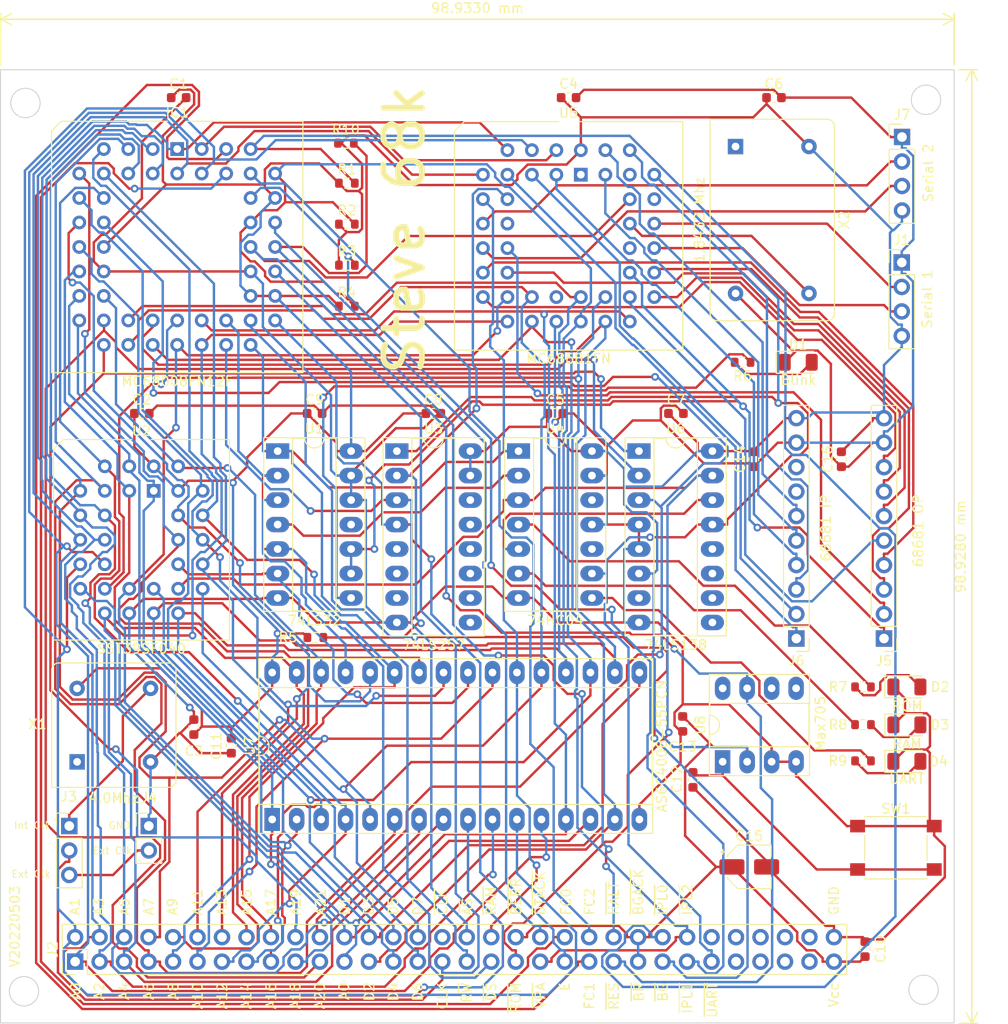
<source format=kicad_pcb>
(kicad_pcb (version 20211014) (generator pcbnew)
  (layers (0 "F.Cu" signal) (31 "B.Cu" signal) (34 "B.Paste" user) (35 "F.Paste" user) (36 "B.SilkS" user "B.Silkscreen") (37 "F.SilkS" user "F.Silkscreen") (38 "B.Mask" user) (39 "F.Mask" user) (44 "Edge.Cuts" user))
  (net 0 "")
  (net 1 "VCC")
  (net 2 "GND")
  (net 3 "/A0")
  (net 4 "/A1")
  (net 5 "/A2")
  (net 6 "/A3")
  (net 7 "/A4")
  (net 8 "/A5")
  (net 9 "/A6")
  (net 10 "/A7")
  (net 11 "/A8")
  (net 12 "/A9")
  (net 13 "/A10")
  (net 14 "/A11")
  (net 15 "/A12")
  (net 16 "/A13")
  (net 17 "/A14")
  (net 18 "/A15")
  (net 19 "/A16")
  (net 20 "/A17")
  (net 21 "/A18")
  (net 22 "/A19")
  (net 23 "/A20")
  (net 24 "/A21")
  (net 25 "/D0")
  (net 26 "/D1")
  (net 27 "/D2")
  (net 28 "/D3")
  (net 29 "/D4")
  (net 30 "/D5")
  (net 31 "/D6")
  (net 32 "/D7")
  (net 33 "/CLK")
  (net 34 "/~{CLK}")
  (net 35 "/R~{W}")
  (net 36 "/~{AS}")
  (net 37 "/~{DS}")
  (net 38 "/E")
  (net 39 "/FC0")
  (net 40 "/FC1")
  (net 41 "/FC2")
  (net 42 "/~{RESET}")
  (net 43 "/~{HALT}")
  (net 44 "/~{BG}")
  (net 45 "/~{IPL0}")
  (net 46 "/~{IPL1}")
  (net 47 "/RES1")
  (net 48 "/RES2")
  (net 49 "/RES3")
  (net 50 "/RES4")
  (net 51 "/RES5")
  (net 52 "/RES6")
  (net 53 "/RES7")
  (net 54 "/RES8")
  (net 55 "/RES9")
  (net 56 "/~{OE}")
  (net 57 "/~{RAM_WE}")
  (net 59 "Net-(C12-Pad1)")
  (net 61 "Net-(U1-Pad4)")
  (net 82 "/CLK_ONBOARD")
  (net 83 "/CLK_EXTERNAL")
  (net 86 "Net-(D1-Pad2)")
  (net 87 "Net-(D2-Pad2)")
  (net 88 "Net-(D3-Pad2)")
  (net 89 "Net-(D4-Pad2)")
  (net 90 "/~{CPU_DTACK}")
  (net 91 "/68681_Int")
  (net 92 "/TxDA")
  (net 93 "/RxDA")
  (net 94 "/~{RAMSEL}")
  (net 95 "/~{ROMSEL}")
  (net 96 "/~{UARTSEL}")
  (net 97 "/OP7")
  (net 98 "/OP6")
  (net 99 "/OP5")
  (net 100 "/OP4")
  (net 101 "/OP3")
  (net 102 "/OP2")
  (net 103 "/OP1")
  (net 104 "/OP0")
  (net 105 "/IP5")
  (net 106 "/IP4")
  (net 107 "/IP3")
  (net 108 "/IP2")
  (net 109 "/IP1")
  (net 110 "/IP0")
  (net 111 "/TxDB")
  (net 112 "/RxDB")
  (net 113 "/~{DTACK_UART}")
  (net 114 "Net-(U4-Pad4)")
  (net 115 "Net-(U4-Pad6)")
  (net 116 "Net-(U4-Pad8)")
  (net 121 "Net-(X2-Pad8)")
  (net 124 "Net-(R6-Pad1)")
  (footprint "Connector_PinHeader_2.54mm:PinHeader_1x04_P2.54mm_Vertical" (layer "F.Cu") (at 157.2768 56.4234)
    (fp_text reference "J1")
    (fp_text value "Serial 1")
  )
  (footprint "Package_LCC:PLCC-32_THT-Socket" (layer "F.Cu") (at 79.6552 80.1118)
    (fp_text reference "U2")
    (fp_text value "SST39SF040")
  )
  (footprint "Connector_PinHeader_2.54mm:PinHeader_1x10_P2.54mm_Vertical" (layer "F.Cu") (at 146.3394 95.4352 180)
    (fp_text reference "J6")
    (fp_text value "Conn_01x10" hide)
  )
  (footprint "Capacitor_SMD:C_0603_1608Metric" (layer "F.Cu") (at 122.7074 39.3192)
    (fp_text reference "C4")
    (fp_text value ".1uF" hide)
  )
  (footprint "Capacitor_SMD:C_0603_1608Metric" (layer "F.Cu") (at 108.6712 72.0854)
    (fp_text reference "C8")
    (fp_text value ".1uF" hide)
  )
  (footprint "Capacitor_SMD:C_0603_1608Metric" (layer "F.Cu") (at 153.4668 127.6604 90)
    (fp_text reference "C10")
    (fp_text value ".1uF" hide)
  )
  (footprint "Capacitor_SMD:C_0603_1608Metric" (layer "F.Cu") (at 141.9198 76.8352 90)
    (fp_text reference "C14")
    (fp_text value ".1uF")
  )
  (footprint "Package_DIP:DIP-16_W7.62mm_Socket_LongPads" (layer "F.Cu") (at 104.8866 75.9918)
    (fp_text reference "U3")
    (fp_text value "74LS257")
  )
  (footprint "Package_DIP:DIP-16_W7.62mm_Socket_LongPads" (layer "F.Cu") (at 130.0072 75.9918)
    (fp_text reference "U6")
    (fp_text value "74LS138")
  )
  (footprint "Resistor_SMD:R_0603_1608Metric" (layer "F.Cu") (at 99.695 48.1965)
    (fp_text reference "R1")
    (fp_text value "10k" hide)
  )
  (footprint "Resistor_SMD:R_0603_1608Metric" (layer "F.Cu") (at 99.5934 44.0436)
    (fp_text reference "R10")
    (fp_text value "10k" hide)
  )
  (footprint "Resistor_SMD:R_0603_1608Metric" (layer "F.Cu") (at 99.695 52.451)
    (fp_text reference "R2")
    (fp_text value "10k" hide)
  )
  (footprint "LED_SMD:LED_1206_3216Metric" (layer "F.Cu") (at 146.5326 66.7766)
    (fp_text reference "D1")
    (fp_text value "Blink")
  )
  (footprint "Button_Switch_SMD:SW_Push_1P1T_NO_6x6mm_H9.5mm" (layer "F.Cu") (at 156.6672 117.1448)
    (fp_text reference "SW1")
    (fp_text value "Reset")
  )
  (footprint "LED_SMD:LED_1206_3216Metric" (layer "F.Cu") (at 157.8102 104.394)
    (fp_text reference "D3")
    (fp_text value "RAM")
  )
  (footprint "Capacitor_SMD:CP_Elec_4x5.4" (layer "F.Cu") (at 141.4526 119.126)
    (fp_text reference "C15")
    (fp_text value "10uF")
  )
  (footprint "Capacitor_SMD:C_0603_1608Metric" (layer "F.Cu") (at 82.2452 39.3192)
    (fp_text reference "C1")
    (fp_text value ".1uF" hide)
  )
  (footprint "Capacitor_SMD:C_0603_1608Metric" (layer "F.Cu") (at 151.013 76.8352 90)
    (fp_text reference "C16")
    (fp_text value ".1uF")
  )
  (footprint "Connector_PinHeader_2.54mm:PinHeader_1x03_P2.54mm_Vertical" (layer "F.Cu") (at 70.8914 114.8842)
    (fp_text reference "J3")
    (fp_text value "Conn_01x03_Male" hide)
  )
  (footprint "Resistor_SMD:R_0603_1608Metric" (layer "F.Cu") (at 153.2548 100.457 180)
    (fp_text reference "R7")
    (fp_text value "220" hide)
  )
  (footprint "Connector_PinHeader_2.54mm:PinHeader_1x04_P2.54mm_Vertical" (layer "F.Cu") (at 157.3022 43.4086)
    (fp_text reference "J7")
    (fp_text value "Serial 2")
  )
  (footprint "Package_DIP:DIP-32_W15.24mm_Socket_LongPads" (layer "F.Cu") (at 91.948 114.2034 90)
    (fp_text reference "U7")
    (fp_text value "AS6C4008-55PCN")
  )
  (footprint "Resistor_SMD:R_0603_1608Metric" (layer "F.Cu") (at 96.4284 95.3264 180)
    (fp_text reference "R5")
    (fp_text value "10k" hide)
  )
  (footprint "Oscillator:Oscillator_DIP-8" (layer "F.Cu") (at 71.7042 108.2294)
    (fp_text reference "X1")
    (fp_text value "4.0Mhz")
  )
  (footprint "LED_SMD:LED_1206_3216Metric" (layer "F.Cu") (at 157.8102 100.457)
    (fp_text reference "D2")
    (fp_text value "ROM")
  )
  (footprint "Connector_PinHeader_2.54mm:PinHeader_1x02_P2.54mm_Vertical" (layer "F.Cu") (at 79.1464 114.8842)
    (fp_text reference "J4")
    (fp_text value "Conn_01x02_Male" hide)
  )
  (footprint "Package_DIP:DIP-14_W7.62mm_Socket_LongPads" (layer "F.Cu") (at 92.5168 75.9918)
    (fp_text reference "U1")
    (fp_text value "74LS32")
  )
  (footprint "Resistor_SMD:R_0603_1608Metric" (layer "F.Cu") (at 99.695 60.9601)
    (fp_text reference "R4")
    (fp_text value "10k" hide)
  )
  (footprint "Package_LCC:PLCC-44_THT-Socket" (layer "F.Cu") (at 123.9774 47.3132)
    (fp_text reference "U5")
    (fp_text value "MC68681FN")
  )
  (footprint "Capacitor_SMD:C_0603_1608Metric" (layer "F.Cu") (at 135.6106 110.0966 -90)
    (fp_text reference "C12")
    (fp_text value "100nf" hide)
  )
  (footprint "Oscillator:Oscillator_DIP-14" (layer "F.Cu") (at 140.0302 44.3932 -90)
    (fp_text reference "X2")
    (fp_text value "1.8432 Mhz")
  )
  (footprint "Capacitor_SMD:C_0603_1608Metric" (layer "F.Cu") (at 96.3522 72.0854)
    (fp_text reference "C9")
    (fp_text value ".1uF" hide)
  )
  (footprint "Capacitor_SMD:C_0603_1608Metric" (layer "F.Cu") (at 144.018 39.3192)
    (fp_text reference "C6")
    (fp_text value ".1uF" hide)
  )
  (footprint "Resistor_SMD:R_0603_1608Metric" (layer "F.Cu") (at 153.2548 104.3686)
    (fp_text reference "R8")
    (fp_text value "220" hide)
  )
  (footprint "Package_DIP:DIP-8_W7.62mm_Socket_LongPads" (layer "F.Cu") (at 138.694 108.2194 90)
    (fp_text reference "U8")
    (fp_text value "Max705")
  )
  (footprint "Resistor_SMD:R_0603_1608Metric" (layer "F.Cu") (at 140.763 66.7766 180)
    (fp_text reference "R6")
    (fp_text value "220")
  )
  (footprint "Resistor_SMD:R_0603_1608Metric" (layer "F.Cu") (at 153.2548 108.1278 180)
    (fp_text reference "R9")
    (fp_text value "220" hide)
  )
  (footprint "Capacitor_SMD:C_0603_1608Metric" (layer "F.Cu") (at 83.82 104.6226 90)
    (fp_text reference "C3")
    (fp_text value ".1uF" hide)
  )
  (footprint "Capacitor_SMD:C_0603_1608Metric" (layer "F.Cu") (at 87.7062 106.553 -90)
    (fp_text reference "C11")
    (fp_text value ".1uF" hide)
  )
  (footprint "Capacitor_SMD:C_0603_1608Metric" (layer "F.Cu") (at 78.4198 72.0854)
    (fp_text reference "C2")
    (fp_text value ".1uF" hide)
  )
  (footprint "Capacitor_SMD:C_0603_1608Metric" (layer "F.Cu") (at 133.8426 72.0854)
    (fp_text reference "C7")
    (fp_text value ".1uF" hide)
  )
  (footprint "Resistor_SMD:R_0603_1608Metric" (layer "F.Cu") (at 99.695 56.7055)
    (fp_text reference "R3")
    (fp_text value "10k" hide)
  )
  (footprint "Package_DIP:DIP-14_W7.62mm_Socket_LongPads" (layer "F.Cu") (at 117.5104 75.9918)
    (fp_text reference "U4")
    (fp_text value "74HC04")
  )
  (footprint "Capacitor_SMD:C_0603_1608Metric" (layer "F.Cu") (at 121.3204 72.0854)
    (fp_text reference "C5")
    (fp_text value ".1uF" hide)
  )
  (footprint "Capacitor_SMD:C_0603_1608Metric" (layer "F.Cu") (at 134.5438 104.2924 -90)
    (fp_text reference "C13")
    (fp_text value ".1uF" hide)
  )
  (footprint "Package_LCC:PLCC-52_THT-Socket" (layer "F.Cu") (at 82.0928 44.6532)
    (fp_text reference "IC1")
    (fp_text value "MC68008FN12F")
  )
  (footprint "Connector_PinHeader_2.54mm:PinHeader_2x32_P2.54mm_Vertical" (layer "F.Cu") (at 71.501 128.9558 90)
    (fp_text reference "J2")
    (fp_text value "Conn_02x32_Odd_Even" hide)
  )
  (footprint "LED_SMD:LED_1206_3216Metric" (layer "F.Cu") (at 157.8102 108.1786)
    (fp_text reference "D4")
    (fp_text value "UART")
  )
  (footprint "Connector_PinHeader_2.54mm:PinHeader_1x10_P2.54mm_Vertical" (layer "F.Cu") (at 155.4326 95.4352 180)
    (fp_text reference "J5")
    (fp_text value "Conn_01x10" hide)
  )
  (gr_circle (center 159.5374 131.8768) (end 161.0614 131.8768) (layer "Edge.Cuts") (width 0.1) (fill none))
  (gr_circle (center 66.1924 132.0292) (end 67.7164 132.0292) (layer "Edge.Cuts") (width 0.1) (fill none))
  (gr_rect (start 63.754 36.4286) (end 162.7124 135.3108) (layer "Edge.Cuts") (width 0.1) (fill none))
  (gr_circle (center 159.7914 39.5478) (end 161.3154 39.5478) (layer "Edge.Cuts") (width 0.1) (fill none))
  (gr_circle (center 66.3448 39.878) (end 67.8688 39.878) (layer "Edge.Cuts") (width 0.1) (fill none))
  (gr_text "A10" (at 84.2264 131.0132 90) (layer "F.SilkS") (effects (font (size 1 1)) (justify right)))
  (gr_text "A8" (at 81.7118 131.0132 90) (layer "F.SilkS") (effects (font (size 1 1)) (justify right)))
  (gr_text "A2" (at 74.0156 131.0132 90) (layer "F.SilkS") (effects (font (size 1 1)) (justify right)))
  (gr_text "V20220503" (at 65.2526 125.2982 90) (layer "F.SilkS") (effects (font (size 1 1))))
  (gr_text "A4" (at 76.581 131.0132 90) (layer "F.SilkS") (effects (font (size 1 1)) (justify right)))
  (gr_text "~{BGACK}" (at 129.9464 124.2568 90) (layer "F.SilkS") (effects (font (size 1 1)) (justify left)))
  (gr_text "A7" (at 79.1464 124.2568 90) (layer "F.SilkS") (effects (font (size 1 1)) (justify left)))
  (gr_text "~{HALT}" (at 127.4064 124.2568 90) (layer "F.SilkS") (effects (font (size 1 1)) (justify left)))
  (gr_text "A18" (at 94.361 131.0132 90) (layer "F.SilkS") (effects (font (size 1 1)) (justify right)))
  (gr_text "D1" (at 99.4918 124.2568 90) (layer "F.SilkS") (effects (font (size 1 1)) (justify left)))
  (gr_text "68681 OP" (at 158.9886 84.236715 90) (layer "F.SilkS") (effects (font (size 1 1))))
  (gr_text "R~{W}" (at 112.1156 131.0132 90) (layer "F.SilkS") (effects (font (size 1 1)) (justify right)))
  (gr_text "~{RES}" (at 127.4064 131.0132 90) (layer "F.SilkS") (effects (font (size 1 1)) (justify right)))
  (gr_text "A20" (at 96.901 131.0132 90) (layer "F.SilkS") (effects (font (size 1 1)) (justify right)))
  (gr_text "~{CLK}" (at 109.601 124.2568 90) (layer "F.SilkS") (effects (font (size 1 1)) (justify left)))
  (gr_text "A17" (at 91.7956 124.2568 90) (layer "F.SilkS") (effects (font (size 1 1)) (justify left)))
  (gr_text "A15" (at 89.3064 124.2568 90) (layer "F.SilkS") (effects (font (size 1 1)) (justify left)))
  (gr_text "~{AS}" (at 112.1918 124.2568 90) (layer "F.SilkS") (effects (font (size 1 1)) (justify left)))
  (gr_text "A0" (at 71.5518 131.0132 90) (layer "F.SilkS") (effects (font (size 1 1)) (justify right)))
  (gr_text "E" (at 122.301 131.0132 90) (layer "F.SilkS") (effects (font (size 1 1)) (justify right)))
  (gr_text "~{UART}" (at 137.6172 131.0132 90) (layer "F.SilkS") (effects (font (size 1 1)) (justify right)))
  (gr_text "~{IPL0}" (at 132.461 124.2568 90) (layer "F.SilkS") (effects (font (size 1 1)) (justify left)))
  (gr_text "~{VPA}" (at 119.7864 131.0132 90) (layer "F.SilkS") (effects (font (size 1 1)) (justify right)))
  (gr_text "D5" (at 104.521 124.2568 90) (layer "F.SilkS") (effects (font (size 1 1)) (justify left)))
  (gr_text "Vcc" (at 150.241 131.0132 90) (layer "F.SilkS") (effects (font (size 1 1)) (justify right)))
  (gr_text "A6" (at 79.1464 131.0132 90) (layer "F.SilkS") (effects (font (size 1 1)) (justify right)))
  (gr_text "FC2" (at 124.8918 124.2568 90) (layer "F.SilkS") (effects (font (size 1 1)) (justify left)))
  (gr_text "Ext Clk" (at 69.0118 119.873) (layer "F.SilkS") (effects (font (size 0.75 0.75) (thickness 0.1)) (justify right)))
  (gr_text "A9" (at 81.6102 124.2568 90) (layer "F.SilkS") (effects (font (size 1 1)) (justify left)))
  (gr_text "~{BERR}" (at 117.2464 124.2568 90) (layer "F.SilkS") (effects (font (size 1 1)) (justify left)))
  (gr_text "Steve 68k" (at 105.664 53.0352 90) (layer "F.SilkS") (effects (font (size 4 4) (thickness 0.6))))
  (gr_text "Ext Clk" (at 77.4446 117.4346) (layer "F.SilkS") (effects (font (size 0.75 0.75) (thickness 0.1)) (justify right)))
  (gr_text "~{DTACK}" (at 119.761 124.2568 90) (layer "F.SilkS") (effects (font (size 1 1)) (justify left)))
  (gr_text "A11" (at 84.201 124.2568 90) (layer "F.SilkS") (effects (font (size 1 1)) (justify left)))
  (gr_text "D7" (at 107.0864 124.2568 90) (layer "F.SilkS") (effects (font (size 1 1)) (justify left)))
  (gr_text "GND" (at 150.241 124.2568 90) (layer "F.SilkS") (effects (font (size 1 1)) (justify left)))
  (gr_text "~{IPL1}" (at 135.0264 131.0132 90) (layer "F.SilkS") (effects (font (size 1 1)) (justify right)))
  (gr_text "A14" (at 89.281 131.0132 90) (layer "F.SilkS") (effects (font (size 1 1)) (justify right)))
  (gr_text "~{IPL2}" (at 135.0264 124.2568 90) (layer "F.SilkS") (effects (font (size 1 1)) (justify left)))
  (gr_text "D2" (at 102.0318 131.0132 90) (layer "F.SilkS") (effects (font (size 1 1)) (justify right)))
  (gr_text "~{BG}" (at 132.4864 131.0132 90) (layer "F.SilkS") (effects (font (size 1 1)) (justify right)))
  (gr_text "CLK" (at 109.6264 131.0132 90) (layer "F.SilkS") (effects (font (size 1 1)) (justify right)))
  (gr_text "A1" (at 71.4502 124.2568 90) (layer "F.SilkS") (effects (font (size 1 1)) (justify left)))
  (gr_text "A21" (at 96.9772 124.2568 90) (layer "F.SilkS") (effects (font (size 1 1)) (justify left)))
  (gr_text "D3" (at 101.981 124.2568 90) (layer "F.SilkS") (effects (font (size 1 1)) (justify left)))
  (gr_text "GND" (at 77.3176 114.8184) (layer "F.SilkS") (effects (font (size 0.75 0.75) (thickness 0.1)) (justify right)))
  (gr_text "D6" (at 107.061 131.0132 90) (layer "F.SilkS") (effects (font (size 1 1)) (justify right)))
  (gr_text "A12" (at 86.7664 131.0132 90) (layer "F.SilkS") (effects (font (size 1 1)) (justify right)))
  (gr_text "~{BR}" (at 130.0226 131.0132 90) (layer "F.SilkS") (effects (font (size 1 1)) (justify right)))
  (gr_text "A19" (at 94.3864 124.2568 90) (layer "F.SilkS") (effects (font (size 1 1)) (justify left)))
  (gr_text "D4" (at 104.521 131.0132 90) (layer "F.SilkS") (effects (font (size 1 1)) (justify right)))
  (gr_text "A0" (at 99.4156 131.0132 90) (layer "F.SilkS") (effects (font (size 1 1)) (justify right)))
  (gr_text "A16" (at 91.8464 131.0132 90) (layer "F.SilkS") (effects (font (size 1 1)) (justify right)))
  (gr_text "FC1" (at 124.8664 131.0132 90) (layer "F.SilkS") (effects (font (size 1 1)) (justify right)))
  (gr_text "Int Clk" (at 69.0118 114.8184) (layer "F.SilkS") (effects (font (size 0.75 0.75) (thickness 0.1)) (justify right)))
  (gr_text "~{ROM}" (at 117.221 131.0132 90) (layer "F.SilkS") (effects (font (size 1 1)) (justify right)))
  (gr_text "A3" (at 73.9394 124.2568 90) (layer "F.SilkS") (effects (font (size 1 1)) (justify left)))
  (gr_text "68681 IP" (at 149.4128 83.951 90) (layer "F.SilkS") (effects (font (size 1 1))))
  (gr_text "~{DS}" (at 114.681 131.0132 90) (layer "F.SilkS") (effects (font (size 1 1)) (justify right)))
  (gr_text "A13" (at 86.6902 124.2568 90) (layer "F.SilkS") (effects (font (size 1 1)) (justify left)))
  (gr_text "~{RAM}" (at 114.6556 124.2568 90) (layer "F.SilkS") (effects (font (size 1 1)) (justify left)))
  (gr_text "FC0" (at 122.4534 124.2568 90) (layer "F.SilkS") (effects (font (size 1 1)) (justify left)))
  (gr_text "A5" (at 76.6318 124.2568 90) (layer "F.SilkS") (effects (font (size 1 1)) (justify left)))
  (dimension (type aligned) (layer "F.SilkS") (pts (xy 63.7794 36.4236) (xy 162.7124 36.4236)) (height -5.2324) (gr_text "98.9330 mm" (at 113.2459 30.0412) (layer "F.SilkS") (effects (font (size 1 1) (thickness 0.15)))) (format (units 3) (units_format 1) (precision 4)) (style (thickness 0.15) (arrow_length 1.27) (text_position_mode 0) (extension_height 0.58642) (extension_offset 0.5) keep_text_aligned))
  (dimension (type aligned) (layer "F.SilkS") (pts (xy 162.7124 135.3566) (xy 162.7124 36.4286)) (height 1.8288) (gr_text "98.9280 mm" (at 163.3912 85.8926 90) (layer "F.SilkS") (effects (font (size 1 1) (thickness 0.15)))) (format (units 3) (units_format 1) (precision 4)) (style (thickness 0.15) (arrow_length 1.27) (text_position_mode 0) (extension_height 0.58642) (extension_offset 0.5) keep_text_aligned))
  (segment (start 125.1304 75.9918) (end 123.6051 75.9918) (width 0.25) (layer "F.Cu") (net 1))
  (segment (start 98.6115 75.9918) (end 98.6115 75.1197) (width 0.25) (layer "F.Cu") (net 1))
  (segment (start 77.6448 75.5614) (end 77.6448 72.0854) (width 0.25) (layer "F.Cu") (net 1))
  (segment (start 117.394 47.3333) (end 117.394 47.8021) (width 0.25) (layer "F.Cu") (net 1))
  (segment (start 117.221 126.4158) (end 118.3963 126.4158) (width 0.25) (layer "F.Cu") (net 1))
  (segment (start 137.3161 106.2896) (end 134.5438 103.5174) (width 0.25) (layer "F.Cu") (net 1))
  (segment (start 73.7888 98.5248) (end 71.7042 100.6094) (width 0.25) (layer "F.Cu") (net 1))
  (segment (start 101.2746 52.9273) (end 100.9328 53.2691) (width 0.25) (layer "F.Cu") (net 1))
  (segment (start 146.431 126.8101) (end 146.431 125.9044) (width 0.25) (layer "F.Cu") (net 1))
  (segment (start 91.8065 46.1513) (end 91.1887 46.7691) (width 0.25) (layer "F.Cu") (net 1))
  (segment (start 97.8031 59.8932) (end 98.87 60.9601) (width 0.25) (layer "F.Cu") (net 1))
  (segment (start 116.8082 48.3879) (end 106.6869 48.3879) (width 0.25) (layer "F.Cu") (net 1))
  (segment (start 138.0188 119.126) (end 131.0963 126.0485) (width 0.25) (layer "F.Cu") (net 1))
  (segment (start 100.1368 75.9918) (end 98.6115 75.9918) (width 0.25) (layer "F.Cu") (net 1))
  (segment (start 149.0657 128.9558) (end 149.0657 128.5884) (width 0.25) (layer "F.Cu") (net 1))
  (segment (start 119.2042 125.2405) (end 118.3963 126.0484) (width 0.25) (layer "F.Cu") (net 1))
  (segment (start 141.8514 75.9918) (end 145.1641 72.6791) (width 0.25) (layer "F.Cu") (net 1))
  (segment (start 128.7457 126.4158) (end 128.7457 126.0786) (width 0.25) (layer "F.Cu") (net 1))
  (segment (start 123.9774 41.3642) (end 123.9774 44.7732) (width 0.25) (layer "F.Cu") (net 1))
  (segment (start 87.546 104.5703) (end 87.7062 104.7305) (width 0.25) (layer "F.Cu") (net 1))
  (segment (start 84.6473 104.5703) (end 83.82 105.3976) (width 0.25) (layer "F.Cu") (net 1))
  (segment (start 89.3456 77.6054) (end 89.3456 76.6424) (width 0.25) (layer "F.Cu") (net 1))
  (segment (start 122.9918 75.9918) (end 123.6051 75.9918) (width 0.25) (layer "F.Cu") (net 1))
  (segment (start 134.7978 108.8079) (end 137.3161 106.2896) (width 0.25) (layer "F.Cu") (net 1))
  (segment (start 96.8248 46.1513) (end 91.8065 46.1513) (width 0.25) (layer "F.Cu") (net 1))
  (segment (start 116.5505 73.4732) (end 114.0319 75.9918) (width 0.25) (layer "F.Cu") (net 1))
  (segment (start 141.8514 75.9918) (end 137.6272 75.9918) (width 0.25) (layer "F.Cu") (net 1))
  (segment (start 137.7205 106.6941) (end 137.3161 106.2896) (width 0.25) (layer "F.Cu") (net 1))
  (segment (start 101.6621 75.9918) (end 105.5685 72.0854) (width 0.25) (layer "F.Cu") (net 1))
  (segment (start 131.0963 126.0485) (end 131.0963 126.4158) (width 0.25) (layer "F.Cu") (net 1))
  (segment (start 91.948 98.9634) (end 91.948 100.4887) (width 0.25) (layer "F.Cu") (net 1))
  (segment (start 101.2746 49.3518) (end 101.2746 52.9273) (width 0.25) (layer "F.Cu") (net 1))
  (segment (start 82.3006 38.4888) (end 81.4702 39.3192) (width 0.25) (layer "F.Cu") (net 1))
  (segment (start 101.2812 48.6614) (end 100.9327 49.0099) (width 0.25) (layer "F.Cu") (net 1))
  (segment (start 128.7457 126.0786) (end 127.9076 125.2405) (width 0.25) (layer "F.Cu") (net 1))
  (segment (start 141.8648 41.3642) (end 143.243 39.986) (width 0.25) (layer "F.Cu") (net 1))
  (segment (start 146.431 125.9044) (end 139.6526 119.126) (width 0.25) (layer "F.Cu") (net 1))
  (segment (start 92.2528 59.8932) (end 97.8031 59.8932) (width 0.25) (layer "F.Cu") (net 1))
  (segment (start 101.5414 43.2424) (end 99.9174 43.2424) (width 0.25) (layer "F.Cu") (net 1))
  (segment (start 84.6473 102.7957) (end 80.3764 98.5248) (width 0.25) (layer "F.Cu") (net 1))
  (segment (start 100.9327 49.0099) (end 99.6834 49.0099) (width 0.25) (layer "F.Cu") (net 1))
  (segment (start 137.6272 75.9918) (end 136.1019 75.9918) (width 0.25) (layer "F.Cu") (net 1))
  (segment (start 89.3456 76.6424) (end 93.9026 72.0854) (width 0.25) (layer "F.Cu") (net 1))
  (segment (start 91.1887 46.7691) (end 91.1887 48.3368) (width 0.25) (layer "F.Cu") (net 1))
  (segment (start 105.5685 72.0854) (end 107.8962 72.0854) (width 0.25) (layer "F.Cu") (net 1))
  (segment (start 123.9774 44.7732) (end 122.4853 46.2653) (width 0.25) (layer "F.Cu") (net 1))
  (segment (start 123.9774 41.3642) (end 141.8648 41.3642) (width 0.25) (layer "F.Cu") (net 1))
  (segment (start 95.1885 94.9115) (end 92.495 94.9115) (width 0.25) (layer "F.Cu") (net 1))
  (segment (start 129.921 126.4158) (end 128.7457 126.4158) (width 0.25) (layer "F.Cu") (net 1))
  (segment (start 127.9076 125.2405) (end 119.2042 125.2405) (width 0.25) (layer "F.Cu") (net 1))
  (segment (start 87.7062 104.7305) (end 91.948 100.4887) (width 0.25) (layer "F.Cu") (net 1))
  (segment (start 118.3963 126.0484) (end 118.3963 126.4158) (width 0.25) (layer "F.Cu") (net 1))
  (segment (start 80.6059 43.2673) (end 83.8462 40.027) (width 0.25) (layer "F.Cu") (net 1))
  (segment (start 118.462 46.2653) (end 117.394 47.3333) (width 0.25) (layer "F.Cu") (net 1))
  (segment (start 145.1641 72.6791) (end 145.1641 72.5752) (width 0.25) (layer "F.Cu") (net 1))
  (segment (start 129.921 126.4158) (end 131.0963 126.4158) (width 0.25) (layer "F.Cu") (net 1))
  (segment (start 147.6502 44.3932) (end 143.243 39.986) (width 0.25) (layer "F.Cu") (net 1))
  (segment (start 93.9026 72.0854) (end 95.5772 72.0854) (width 0.25) (layer "F.Cu") (net 1))
  (segment (start 84.6473 104.5703) (end 87.546 104.5703) (width 0.25) (layer "F.Cu") (net 1))
  (segment (start 101.2812 46.2086) (end 101.2812 48.6614) (width 0.25) (layer "F.Cu") (net 1))
  (segment (start 99.9174 43.2424) (end 99.1162 44.0436) (width 0.25) (layer "F.Cu") (net 1))
  (segment (start 153.4668 128.4354) (end 152.9464 128.9558) (width 0.25) (layer "F.Cu") (net 1))
  (segment (start 99.1162 44.0436) (end 98.7684 44.0436) (width 0.25) (layer "F.Cu") (net 1))
  (segment (start 141.234 108.2194) (end 141.234 106.6941) (width 0.25) (layer "F.Cu") (net 1))
  (segment (start 91.1887 48.6691) (end 92.2528 49.7332) (width 0.25) (layer "F.Cu") (net 1))
  (segment (start 83.8462 40.027) (end 83.8462 38.8556) (width 0.25) (layer "F.Cu") (net 1))
  (segment (start 87.7062 104.7305) (end 87.7062 105.778) (width 0.25) (layer "F.Cu") (net 1))
  (segment (start 87.8845 79.0665) (end 89.3456 77.6054) (width 0.25) (layer "F.Cu") (net 1))
  (segment (start 141.234 106.6941) (end 137.7205 106.6941) (width 0.25) (layer "F.Cu") (net 1))
  (segment (start 143.243 39.986) (end 143.243 39.3192) (width 0.25) (layer "F.Cu") (net 1))
  (segment (start 106.6869 48.3879) (end 101.5414 43.2424) (width 0.25) (layer "F.Cu") (net 1))
  (segment (start 100.9327 49.0099) (end 101.2746 49.3518) (width 0.25) (layer "F.Cu") (net 1))
  (segment (start 112.5066 75.9918) (end 114.0319 75.9918) (width 0.25) (layer "F.Cu") (net 1))
  (segment (start 120.4732 73.4732) (end 122.9918 75.9918) (width 0.25) (layer "F.Cu") (net 1))
  (segment (start 134.7978 115.905) (end 134.7978 108.8079) (width 0.25) (layer "F.Cu") (net 1))
  (segment (start 80.9492 48.3368) (end 74.4728 54.8132) (width 0.25) (layer "F.Cu") (net 1))
  (segment (start 120.4732 73.4732) (end 116.5505 73.4732) (width 0.25) (layer "F.Cu") (net 1))
  (segment (start 87.8845 79.0665) (end 87.8845 79.2741) (width 0.25) (layer "F.Cu") (net 1))
  (segment (start 80.3764 98.5248) (end 73.7888 98.5248) (width 0.25) (layer "F.Cu") (net 1))
  (segment (start 100.9328 53.2691) (end 99.6881 53.2691) (width 0.25) (layer "F.Cu") (net 1))
  (segment (start 147.4014 127.7805) (end 146.431 126.8101) (width 0.25) (layer "F.Cu") (net 1))
  (segment (start 138.0188 119.126) (end 134.7978 115.905) (width 0.25) (layer "F.Cu") (net 1))
  (segment (start 123.9774 41.3642) (end 121.9324 39.3192) (width 0.25) (layer "F.Cu") (net 1))
  (segment (start 98.87 48.1965) (end 96.8248 46.1513) (width 0.25) (layer "F.Cu") (net 1))
  (segment (start 80.6059 47.9935) (end 80.6059 43.2673) (width 0.25) (layer "F.Cu") (net 1))
  (segment (start 139.6526 119.126) (end 138.0188 119.126) (width 0.25) (layer "F.Cu") (net 1))
  (segment (start 149.0657 128.5884) (end 148.2578 127.7805) (width 0.25) (layer "F.Cu") (net 1))
  (segment (start 155.4326 72.5752) (end 154.2573 72.5752) (width 0.25) (layer "F.Cu") (net 1))
  (segment (start 117.394 47.8021) (end 116.8082 48.3879) (width 0.25) (layer "F.Cu") (net 1))
  (segment (start 100.1368 75.9918) (end 101.6621 75.9918) (width 0.25) (layer "F.Cu") (net 1))
  (segment (start 154.2573 72.5752) (end 154.2573 72.8159) (width 0.25) (layer "F.Cu") (net 1))
  (segment (start 79.6552 77.5718) (end 77.6448 75.5614) (width 0.25) (layer "F.Cu") (net 1))
  (segment (start 84.6473 104.5703) (end 84.6473 102.7957) (width 0.25) (layer "F.Cu") (net 1))
  (segment (start 83.4794 38.4888) (end 82.3006 38.4888) (width 0.25) (layer "F.Cu") (net 1))
  (segment (start 120.5454 72.0854) (end 120.4732 72.1576) (width 0.25) (layer "F.Cu") (net 1))
  (segment (start 150.241 128.9558) (end 149.0657 128.9558) (width 0.25) (layer "F.Cu") (net 1))
  (segment (start 83.8462 38.8556) (end 83.4794 38.4888) (width 0.25) (layer "F.Cu") (net 1))
  (segment (start 141.8514 75.9918) (end 141.9198 76.0602) (width 0.25) (layer "F.Cu") (net 1))
  (segment (start 95.6034 95.3264) (end 95.1885 94.9115) (width 0.25) (layer "F.Cu") (net 1))
  (segment (start 99.6881 53.2691) (end 98.87 54.0872) (width 0.25) (layer "F.Cu") (net 1))
  (segment (start 146.3394 72.5752) (end 145.1641 72.5752) (width 0.25) (layer "F.Cu") (net 1))
  (segment (start 83.2405 79.0665) (end 87.8845 79.0665) (width 0.25) (layer "F.Cu") (net 1))
  (segment (start 99.6881 53.2691) (end 98.87 52.451) (width 0.25) (layer "F.Cu") (net 1))
  (segment (start 152.9464 128.9558) (end 150.241 128.9558) (width 0.25) (layer "F.Cu") (net 1))
  (segment (start 136.1019 75.1197) (end 133.0676 72.0854) (width 0.25) (layer "F.Cu") (net 1))
  (segment (start 89.7128 59.8932) (end 92.2528 59.8932) (width 0.25) (layer "F.Cu") (net 1))
  (segment (start 80.9492 48.3368) (end 80.6059 47.9935) (width 0.25) (layer "F.Cu") (net 1))
  (segment (start 120.4732 72.1576) (end 120.4732 73.4732) (width 0.25) (layer "F.Cu") (net 1))
  (segment (start 98.6115 75.1197) (end 95.5772 72.0854) (width 0.25) (layer "F.Cu") (net 1))
  (segment (start 82.1952 80.1118) (end 83.2405 79.0665) (width 0.25) (layer "F.Cu") (net 1))
  (segment (start 99.6834 49.0099) (end 98.87 48.1965) (width 0.25) (layer "F.Cu") (net 1))
  (segment (start 154.2573 72.8159) (end 151.013 76.0602) (width 0.25) (layer "F.Cu") (net 1))
  (segment (start 91.1887 48.3368) (end 91.1887 48.6691) (width 0.25) (layer "F.Cu") (net 1))
  (segment (start 122.4853 46.2653) (end 118.462 46.2653) (width 0.25) (layer "F.Cu") (net 1))
  (segment (start 99.1162 44.0436) (end 101.2812 46.2086) (width 0.25) (layer "F.Cu") (net 1))
  (segment (start 148.2578 127.7805) (end 147.4014 127.7805) (width 0.25) (layer "F.Cu") (net 1))
  (segment (start 98.87 54.0872) (end 98.87 56.7055) (width 0.25) (layer "F.Cu") (net 1))
  (segment (start 136.1019 75.9918) (end 136.1019 75.1197) (width 0.25) (layer "F.Cu") (net 1))
  (segment (start 91.1887 48.3368) (end 80.9492 48.3368) (width 0.25) (layer "F.Cu") (net 1))
  (via (at 92.495 94.9115) (size 0.8) (drill 0.4) (layers "F.Cu" "B.Cu") (net 1))
  (via (at 87.8845 79.2741) (size 0.8) (drill 0.4) (layers "F.Cu" "B.Cu") (net 1))
  (segment (start 100.1368 67.7772) (end 100.1368 75.9918) (width 0.25) (layer "B.Cu") (net 1))
  (segment (start 130.0072 88.6918) (end 131.4953 88.6918) (width 0.25) (layer "B.Cu") (net 1))
  (segment (start 125.1304 75.9918) (end 126.6557 75.9918) (width 0.25) (layer "B.Cu") (net 1))
  (segment (start 87.8845 89.8876) (end 87.8845 79.2741) (width 0.25) (layer "B.Cu") (net 1))
  (segment (start 88.6612 54.3626) (end 88.6612 58.8416) (width 0.25) (layer "B.Cu") (net 1))
  (segment (start 128.4723 77.8084) (end 126.6557 75.9918) (width 0.25) (layer "B.Cu") (net 1))
  (segment (start 157.2768 64.0434) (end 157.2768 62.8681) (width 0.25) (layer "B.Cu") (net 1))
  (segment (start 155.4326 71.9875) (end 155.4326 67.0629) (width 0.25) (layer "B.Cu") (net 1))
  (segment (start 92.495 96.8911) (end 91.948 97.4381) (width 0.25) (layer "B.Cu") (net 1))
  (segment (start 131.4468 96.795) (end 131.4468 97.3958) (width 0.25) (layer "B.Cu") (net 1))
  (segment (start 157.2768 64.0434) (end 157.2768 65.2187) (width 0.25) (layer "B.Cu") (net 1))
  (segment (start 132.4165 79.6772) (end 128.4723 79.6772) (width 0.25) (layer "B.Cu") (net 1))
  (segment (start 128.4723 79.6772) (end 128.4723 77.8084) (width 0.25) (layer "B.Cu") (net 1))
  (segment (start 155.4326 67.0629) (end 157.2768 65.2187) (width 0.25) (layer "B.Cu") (net 1))
  (segment (start 131.5325 88.6918) (end 131.892 88.3323) (width 0.25) (layer "B.Cu") (net 1))
  (segment (start 156.3267 53.0697) (end 156.0544 53.342) (width 0.25) (layer "B.Cu") (net 1))
  (segment (start 131.5325 88.6918) (end 131.5325 96.7093) (width 0.25) (layer "B.Cu") (net 1))
  (segment (start 146.3394 72.5752) (end 147.5147 72.5752) (width 0.25) (layer "B.Cu") (net 1))
  (segment (start 131.892 88.3323) (end 131.892 83.4491) (width 0.25) (layer "B.Cu") (net 1))
  (segment (start 148.1024 71.9875) (end 147.5147 72.5752) (width 0.25) (layer "B.Cu") (net 1))
  (segment (start 90.7495 52.757) (end 89.9633 53.5432) (width 0.25) (layer "B.Cu") (net 1))
  (segment (start 141.234 108.2194) (end 141.234 106.6941) (width 0.25) (layer "B.Cu") (net 1))
  (segment (start 136.1019 75.9918) (end 132.4165 79.6772) (width 0.25) (layer "B.Cu") (net 1))
  (segment (start 137.6272 75.9918) (end 136.1019 75.9918) (width 0.25) (layer "B.Cu") (net 1))
  (segment (start 92.495 94.4981) (end 87.8845 89.8876) (width 0.25) (layer "B.Cu") (net 1))
  (segment (start 157.3022 51.0286) (end 157.3022 52.2039) (width 0.25) (layer "B.Cu") (net 1))
  (segment (start 156.4364 53.0697) (end 157.3022 52.2039) (width 0.25) (layer "B.Cu") (net 1))
  (segment (start 112.5066 78.5318) (end 112.5066 75.9918) (width 0.25) (layer "B.Cu") (net 1))
  (segment (start 129.2827 82.3418) (end 128.4723 81.5314) (width 0.25) (layer "B.Cu") (net 1))
  (segment (start 92.495 94.9115) (end 92.495 96.8911) (width 0.25) (layer "B.Cu") (net 1))
  (segment (start 92.2528 49.7332) (end 90.7495 51.2365) (width 0.25) (layer "B.Cu") (net 1))
  (segment (start 131.6398 97.5888) (end 131.6398 104.7578) (width 0.25) (layer "B.Cu") (net 1))
  (segment (start 89.9633 53.5432) (end 89.4806 53.5432) (width 0.25) (layer "B.Cu") (net 1))
  (segment (start 92.495 94.9115) (end 92.495 94.4981) (width 0.25) (layer "B.Cu") (net 1))
  (segment (start 129.921 126.4158) (end 129.921 128.9558) (width 0.25) (layer "B.Cu") (net 1))
  (segment (start 131.4468 97.3958) (end 131.6398 97.5888) (width 0.25) (layer "B.Cu") (net 1))
  (segment (start 90.7495 51.2365) (end 90.7495 52.757) (width 0.25) (layer "B.Cu") (net 1))
  (segment (start 131.6398 104.7578) (end 133.5761 106.6941) (width 0.25) (layer "B.Cu") (net 1))
  (segment (start 156.0544 53.342) (end 156.0544 62.013) (width 0.25) (layer "B.Cu") (net 1))
  (segment (start 131.892 83.4491) (end 130.7847 82.3418) (width 0.25) (layer "B.Cu") (net 1))
  (segment (start 89.4806 53.5432) (end 88.6612 54.3626) (width 0.25) (layer "B.Cu") (net 1))
  (segment (start 130.7847 82.3418) (end 129.2827 82.3418) (width 0.25) (layer "B.Cu") (net 1))
  (segment (start 128.4723 81.5314) (end 128.4723 79.6772) (width 0.25) (layer "B.Cu") (net 1))
  (segment (start 92.2528 59.8932) (end 100.1368 67.7772) (width 0.25) (layer "B.Cu") (net 1))
  (segment (start 88.6612 58.8416) (end 89.7128 59.8932) (width 0.25) (layer "B.Cu") (net 1))
  (segment (start 155.4326 72.5752) (end 155.4326 71.9875) (width 0.25) (layer "B.Cu") (net 1))
  (segment (start 156.0544 62.013) (end 156.9095 62.8681) (width 0.25) (layer "B.Cu") (net 1))
  (segment (start 131.5325 96.7093) (end 131.4468 96.795) (width 0.25) (layer "B.Cu") (net 1))
  (segment (start 82.1952 80.1118) (end 79.6552 77.5718) (width 0.25) (layer "B.Cu") (net 1))
  (segment (start 147.6502 44.3932) (end 156.3267 53.0697) (width 0.25) (layer "B.Cu") (net 1))
  (segment (start 133.5761 106.6941) (end 141.234 106.6941) (width 0.25) (layer "B.Cu") (net 1))
  (segment (start 131.4953 88.6918) (end 131.5325 88.6918) (width 0.25) (layer "B.Cu") (net 1))
  (segment (start 156.9095 62.8681) (end 157.2768 62.8681) (width 0.25) (layer "B.Cu") (net 1))
  (segment (start 155.4326 71.9875) (end 148.1024 71.9875) (width 0.25) (layer "B.Cu") (net 1))
  (segment (start 91.948 98.9634) (end 91.948 97.4381) (width 0.25) (layer "B.Cu") (net 1))
  (segment (start 156.3267 53.0697) (end 156.4364 53.0697) (width 0.25) (layer "B.Cu") (net 1))
  (segment (start 132.2789 71.5643) (end 132.2789 72.8121) (width 0.25) (layer "F.Cu") (net 2))
  (segment (start 146.314 108.2194) (end 146.314 109.7447) (width 0.25) (layer "F.Cu") (net 2))
  (segment (start 73.4362 54.3413) (end 74.2343 53.5432) (width 0.25) (layer "F.Cu") (net 2))
  (segment (start 146.314 109.7447) (end 146.4418 109.7447) (width 0.25) (layer "F.Cu") (net 2))
  (segment (start 130.0072 93.7718) (end 131.5325 93.7718) (width 0.25) (layer "F.Cu") (net 2))
  (segment (start 134.3272 108.3989) (end 130.048 112.6781) (width 0.25) (layer "F.Cu") (net 2))
  (segment (start 117.5104 91.2318) (end 115.9851 91.2318) (width 0.25) (layer "F.Cu") (net 2))
  (segment (start 109.419 72.1126) (end 109.178 72.1126) (width 0.25) (layer "F.Cu") (net 2))
  (segment (start 132.2789 72.8121) (end 136.7286 77.2618) (width 0.25) (layer "F.Cu") (net 2))
  (segment (start 159.8439 103.1887) (end 157.6155 103.1887) (width 0.25) (layer "F.Cu") (net 2))
  (segment (start 89.7128 57.3532) (end 74.4728 57.3532) (width 0.25) (layer "F.Cu") (net 2))
  (segment (start 124.2915 38.5101) (end 143.9839 38.5101) (width 0.25) (layer "F.Cu") (net 2))
  (segment (start 141.5714 77.2618) (end 141.9198 77.6102) (width 0.25) (layer "F.Cu") (net 2))
  (segment (start 117.5104 91.2318) (end 119.0357 91.2318) (width 0.25) (layer "F.Cu") (net 2))
  (segment (start 125.1304 78.5318) (end 126.6557 78.5318) (width 0.25) (layer "F.Cu") (net 2))
  (segment (start 134.5461 102.2595) (end 133.7008 103.1048) (width 0.25) (layer "F.Cu") (net 2))
  (segment (start 133.7008 104.441) (end 134.3272 105.0674) (width 0.25) (layer "F.Cu") (net 2))
  (segment (start 152.6922 114.8948) (end 151.5919 114.8948) (width 0.25) (layer "F.Cu") (net 2))
  (segment (start 151.7623 77.6102) (end 151.013 77.6102) (width 0.25) (layer "F.Cu") (net 2))
  (segment (start 109.4462 72.0854) (end 109.419 72.1126) (width 0.25) (layer "F.Cu") (net 2))
  (segment (start 78.602 91.325) (end 90.8983 91.325) (width 0.25) (layer "F.Cu") (net 2))
  (segment (start 153.232 126.4158) (end 153.4668 126.6506) (width 0.25) (layer "F.Cu") (net 2))
  (segment (start 121.5757 93.7718) (end 119.0357 91.2318) (width 0.25) (layer "F.Cu") (net 2))
  (segment (start 146.1531 65.7561) (end 140.0302 59.6332) (width 0.25) (layer "F.Cu") (net 2))
  (segment (start 139.3394 102.2595) (end 134.5461 102.2595) (width 0.25) (layer "F.Cu") (net 2))
  (segment (start 104.8866 93.7718) (end 103.3613 93.7718) (width 0.25) (layer "F.Cu") (net 2))
  (segment (start 96.3186 71.2768) (end 97.1272 72.0854) (width 0.25) (layer "F.Cu") (net 2))
  (segment (start 77.1152 92.8118) (end 78.602 91.325) (width 0.25) (layer "F.Cu") (net 2))
  (segment (start 97.9435 71.2691) (end 97.1272 72.0854) (width 0.25) (layer "F.Cu") (net 2))
  (segment (start 143.9839 38.5101) (end 144.793 39.3192) (width 0.25) (layer "F.Cu") (net 2))
  (segment (start 126.6557 75.5211) (end 123.22 72.0854) (width 0.25) (layer "F.Cu") (net 2))
  (segment (start 115.9851 91.2318) (end 114.8017 90.0484) (width 0.25) (layer "F.Cu") (net 2))
  (segment (start 100.1368 78.2576) (end 104.7778 73.6166) (width 0.25) (layer "F.Cu") (net 2))
  (segment (start 144.4148 75.1152) (end 141.9198 77.6102) (width 0.25) (layer "F.Cu") (net 2))
  (segment (start 146.1531 65.7561) (end 145.1326 66.7766) (width 0.25) (layer "F.Cu") (net 2))
  (segment (start 109.8819 90.0484) (end 106.4119 93.5184) (width 0.25) (layer "F.Cu") (net 2))
  (segment (start 157.6348 106.954) (end 156.4102 108.1786) (width 0.25) (layer "F.Cu") (net 2))
  (segment (start 106.4119 93.5184) (end 106.4119 93.7718) (width 0.25) (layer "F.Cu") (net 2))
  (segment (start 126.6557 78.5318) (end 126.6557 75.5211) (width 0.25) (layer "F.Cu") (net 2))
  (segment (start 126.6557 75.5211) (end 129.3647 72.8121) (width 0.25) (layer "F.Cu") (net 2))
  (segment (start 133.8095 71.2773) (end 132.5659 71.2773) (width 0.25) (layer "F.Cu") (net 2))
  (segment (start 73.4362 56.3166) (end 73.4362 54.3413) (width 0.25) (layer "F.Cu") (net 2))
  (segment (start 104.7778 73.6166) (end 107.674 73.6166) (width 0.25) (layer "F.Cu") (net 2))
  (segment (start 131.9915 93.7718) (end 131.5325 93.7718) (width 0.25) (layer "F.Cu") (net 2))
  (segment (start 134.5461 96.3264) (end 131.9915 93.7718) (width 0.25) (layer "F.Cu") (net 2))
  (segment (start 156.1269 43.4086) (end 152.0375 39.3192) (width 0.25) (layer "F.Cu") (net 2))
  (segment (start 157.6155 103.1887) (end 156.4102 104.394) (width 0.25) (layer "F.Cu") (net 2))
  (segment (start 160.0921 114.8948) (end 160.185 114.8019) (width 0.25) (layer "F.Cu") (net 2))
  (segment (start 149.9177 66.9361) (end 148.5408 65.5592) (width 0.25) (layer "F.Cu") (net 2))
  (segment (start 159.8548 106.954) (end 157.6348 106.954) (width 0.25) (layer "F.Cu") (net 2))
  (segment (start 157.6155 101.6623) (end 156.4102 100.457) (width 0.25) (layer "F.Cu") (net 2))
  (segment (start 154.2573 75.1152) (end 151.7623 77.6102) (width 0.25) (layer "F.Cu") (net 2))
  (segment (start 100.1368 78.5318) (end 100.1368 78.2576) (width 0.25) (layer "F.Cu") (net 2))
  (segment (start 122.0954 72.0854) (end 122.0954 72.1931) (width 0.25) (layer "F.Cu") (net 2))
  (segment (start 157.6155 103.1887) (end 157.6155 101.6623) (width 0.25) (layer "F.Cu") (net 2))
  (segment (start 152.6922 114.8948) (end 159.5419 114.8948) (width 0.25) (layer "F.Cu") (net 2))
  (segment (start 79.3242 108.2294) (end 82.3037 105.2499) (width 0.25) (layer "F.Cu") (net 2))
  (segment (start 107.674 73.6166) (end 109.178 72.1126) (width 0.25) (layer "F.Cu") (net 2))
  (segment (start 143.774 106.6941) (end 139.3394 102.2595) (width 0.25) (layer "F.Cu") (net 2))
  (segment (start 160.185 107.2842) (end 159.8548 106.954) (width 0.25) (layer "F.Cu") (net 2))
  (segment (start 122.0954 72.1931) (end 121.3204 72.9681) (width 0.25) (layer "F.Cu") (net 2))
  (segment (start 160.185 114.8019) (end 160.185 107.2842) (width 0.25) (layer "F.Cu") (net 2))
  (segment (start 150.241 125.2405) (end 149.3671 125.2405) (width 0.25) (layer "F.Cu") (net 2))
  (segment (start 128.4819 93.7718) (end 121.5757 93.7718) (width 0.25) (layer "F.Cu") (net 2))
  (segment (start 143.774 108.2194) (end 143.774 106.6941) (width 0.25) (layer "F.Cu") (net 2))
  (segment (start 148.5408 65.5592) (end 146.35 65.5592) (width 0.25) (layer "F.Cu") (net 2))
  (segment (start 145.1641 75.1152) (end 144.4148 75.1152) (width 0.25) (layer "F.Cu") (net 2))
  (segment (start 146.35 65.5592) (end 146.1531 65.7561) (width 0.25) (layer "F.Cu") (net 2))
  (segment (start 160.2026 106.6062) (end 160.2026 103.5474) (width 0.25) (layer "F.Cu") (net 2))
  (segment (start 160.2026 103.5474) (end 159.8439 103.1887) (width 0.25) (layer "F.Cu") (net 2))
  (segment (start 150.241 126.4158) (end 150.241 125.2405) (width 0.25) (layer "F.Cu") (net 2))
  (segment (start 134.3272 105.0674) (end 134.3272 108.3989) (width 0.25) (layer "F.Cu") (net 2))
  (segment (start 83.3973 102.5927) (end 83.82 103.0154) (width 0.25) (layer "F.Cu") (net 2))
  (segment (start 161.7426 116.9705) (end 160.6422 115.8701) (width 0.25) (layer "F.Cu") (net 2))
  (segment (start 132.5659 71.2773) (end 132.2789 71.5643) (width 0.25) (layer "F.Cu") (net 2))
  (segment (start 104.8866 93.7718) (end 106.4119 93.7718) (width 0.25) (layer "F.Cu") (net 2))
  (segment (start 92.5168 91.2318) (end 90.9915 91.2318) (width 0.25) (layer "F.Cu") (net 2))
  (segment (start 143.774 108.2194) (end 146.314 108.2194) (width 0.25) (layer "F.Cu") (net 2))
  (segment (start 160.6422 114.8948) (end 160.0921 114.8948) (width 0.25) (layer "F.Cu") (net 2))
  (segment (start 136.7286 77.2618) (end 141.5714 77.2618) (width 0.25) (layer "F.Cu") (net 2))
  (segment (start 146.3394 75.1152) (end 145.1641 75.1152) (width 0.25) (layer "F.Cu") (net 2))
  (segment (start 143.2526 118.5136) (end 143.2526 119.126) (width 0.25) (layer "F.Cu") (net 2))
  (segment (start 125.1304 83.6118) (end 130.0072 83.6118) (width 0.25) (layer "F.Cu") (net 2))
  (segment (start 82.3037 105.2499) (end 82.4177 105.2499) (width 0.25) (layer "F.Cu") (net 2))
  (segment (start 78.4274 43.912) (end 83.0202 39.3192) (width 0.25) (layer "F.Cu") (net 2))
  (segment (start 159.8548 106.954) (end 160.2026 106.6062) (width 0.25) (layer "F.Cu") (net 2))
  (segment (start 130.048 114.2034) (end 130.048 112.6781) (width 0.25) (layer "F.Cu") (net 2))
  (segment (start 123.4824 39.3192) (end 124.2915 38.5101) (width 0.25) (layer "F.Cu") (net 2))
  (segment (start 134.5461 102.2595) (end 134.5461 96.3264) (width 0.25) (layer "F.Cu") (net 2))
  (segment (start 146.4418 109.7447) (end 151.5919 114.8948) (width 0.25) (layer "F.Cu") (net 2))
  (segment (start 108.3345 71.2691) (end 97.9435 71.2691) (width 0.25) (layer "F.Cu") (net 2))
  (segment (start 130.0072 86.1518) (end 130.0072 83.6118) (width 0.25) (layer "F.Cu") (net 2))
  (segment (start 155.4326 75.1152) (end 154.2573 75.1152) (width 0.25) (layer "F.Cu") (net 2))
  (segment (start 114.8017 90.0484) (end 109.8819 90.0484) (width 0.25) (layer "F.Cu") (net 2))
  (segment (start 160.0921 114.8948) (end 159.5419 114.8948) (width 0.25) (layer "F.Cu") (net 2))
  (segment (start 90.8983 91.325) (end 90.9915 91.2318) (width 0.25) (layer "F.Cu") (net 2))
  (segment (start 149.9177 76.5149) (end 149.9177 66.9361) (width 0.25) (layer "F.Cu") (net 2))
  (segment (start 161.7426 120.1933) (end 161.7426 116.9705) (width 0.25) (layer "F.Cu") (net 2))
  (segment (start 92.5168 91.2318) (end 94.0421 91.2318) (width 0.25) (layer "F.Cu") (net 2))
  (segment (start 74.4728 57.3532) (end 73.4362 56.3166) (width 0.25) (layer "F.Cu") (net 2))
  (segment (start 84.4958 107.328) (end 87.7062 107.328) (width 0.25) (layer "F.Cu") (net 2))
  (segment (start 150.241 126.4158) (end 153.232 126.4158) (width 0.25) (layer "F.Cu") (net 2))
  (segment (start 155.2853 126.6506) (end 161.7426 120.1933) (width 0.25) (layer "F.Cu") (net 2))
  (segment (start 96.5821 93.7718) (end 94.0421 91.2318) (width 0.25) (layer "F.Cu") (net 2))
  (segment (start 74.6701 53.5432) (end 78.4274 49.7859) (width 0.25) (layer "F.Cu") (net 2))
  (segment (start 78.4274 49.7859) (end 78.4274 43.912) (width 0.25) (layer "F.Cu") (net 2))
  (segment (start 153.4668 126.6506) (end 155.2853 126.6506) (width 0.25) (layer "F.Cu") (net 2))
  (segment (start 151.013 77.6102) (end 149.9177 76.5149) (width 0.25) (layer "F.Cu") (net 2))
  (segment (start 83.82 103.8476) (end 82.4177 105.2499) (width 0.25) (layer "F.Cu") (net 2))
  (segment (start 130.0072 93.7718) (end 128.4819 93.7718) (width 0.25) (layer "F.Cu") (net 2))
  (segment (start 160.6422 114.8948) (end 160.6422 115.8701) (width 0.25) (layer "F.Cu") (net 2))
  (segment (start 80.0034 71.2768) (end 96.3186 71.2768) (width 0.25) (layer "F.Cu") (net 2))
  (segment (start 134.6176 72.0854) (end 133.8095 71.2773) (width 0.25) (layer "F.Cu") (net 2))
  (segment (start 157.3022 43.4086) (end 156.1269 43.4086) (width 0.25) (layer "F.Cu") (net 2))
  (segment (start 103.3613 93.7718) (end 96.5821 93.7718) (width 0.25) (layer "F.Cu") (net 2))
  (segment (start 79.1948 72.0854) (end 80.0034 71.2768) (width 0.25) (layer "F.Cu") (net 2))
  (segment (start 153.4668 126.6506) (end 153.4668 126.8854) (width 0.25) (layer "F.Cu") (net 2))
  (segment (start 82.4177 105.2499) (end 84.4958 107.328) (width 0.25) (layer "F.Cu") (net 2))
  (segment (start 134.3272 105.0674) (end 134.5438 105.0674) (width 0.25) (layer "F.Cu") (net 2))
  (segment (start 135.6106 110.8716) (end 143.2526 118.5136) (width 0.25) (layer "F.Cu") (net 2))
  (segment (start 149.3671 125.2405) (end 143.2526 119.126) (width 0.25) (layer "F.Cu") (net 2))
  (segment (start 123.22 72.0854) (end 122.0954 72.0854) (width 0.25) (layer "F.Cu") (net 2))
  (segment (start 74.2343 53.5432) (end 74.6701 53.5432) (width 0.25) (layer "F.Cu") (net 2))
  (segment (start 152.0375 39.3192) (end 144.793 39.3192) (width 0.25) (layer "F.Cu") (net 2))
  (segment (start 133.7008 103.1048) (end 133.7008 104.441) (width 0.25) (layer "F.Cu") (net 2))
  (segment (start 109.178 72.1126) (end 108.3345 71.2691) (width 0.25) (layer "F.Cu") (net 2))
  (segment (start 83.82 103.0154) (end 83.82 103.8476) (width 0.25) (layer "F.Cu") (net 2))
  (segment (start 129.3647 72.8121) (end 132.2789 72.8121) (width 0.25) (layer "F.Cu") (net 2))
  (via (at 83.3973 102.5927) (size 0.8) (drill 0.4) (layers "F.Cu" "B.Cu") (net 2))
  (via (at 121.3204 72.9681) (size 0.8) (drill 0.4) (layers "F.Cu" "B.Cu") (net 2))
  (segment (start 126.6557 83.6118) (end 126.6557 78.5318) (width 0.25) (layer "B.Cu") (net 2))
  (segment (start 103.3613 93.7718) (end 101.6621 92.0726) (width 0.25) (layer "B.Cu") (net 2))
  (segment (start 98.6115 78.5318) (end 98.0554 77.9757) (width 0.25) (layer "B.Cu") (net 2))
  (segment (start 155.7999 73.9399) (end 158.4521 71.2877) (width 0.25) (layer "B.Cu") (net 2))
  (segment (start 157.6442 57.5987) (end 157.2768 57.5987) (width 0.25) (layer "B.Cu") (net 2))
  (segment (start 157.2768 56.4234) (end 157.2768 55.2481) (width 0.25) (layer "B.Cu") (net 2))
  (segment (start 157.2768 56.4234) (end 157.2768 57.5987) (width 0.25) (layer "B.Cu") (net 2))
  (segment (start 90.9828 63.1288) (end 90.9828 58.6232) (width 0.25) (layer "B.Cu") (net 2))
  (segment (start 98.0554 77.9757) (end 98.0554 70.2014) (width 0.25) (layer "B.Cu") (net 2))
  (segment (start 77.1152 96.3106) (end 77.1152 92.8118) (width 0.25) (layer "B.Cu") (net 2))
  (segment (start 146.3394 75.1152) (end 147.5147 75.1152) (width 0.25) (layer "B.Cu") (net 2))
  (segment (start 147.5147 75.1152) (end 154.2573 75.1152) (width 0.25) (layer "B.Cu") (net 2))
  (segment (start 121.2916 62.699) (end 121.4374 62.5532) (width 0.25) (layer "B.Cu") (net 2))
  (segment (start 130.0072 86.1518) (end 128.4819 86.1518) (width 0.25) (layer "B.Cu") (net 2))
  (segment (start 128.4819 93.7718) (end 128.4819 86.1518) (width 0.25) (layer "B.Cu") (net 2))
  (segment (start 125.1304 83.6118) (end 126.6557 83.6118) (width 0.25) (layer "B.Cu") (net 2))
  (segment (start 121.3204 72.9681) (end 121.2916 72.9393) (width 0.25) (layer "B.Cu") (net 2))
  (segment (start 158.4521 71.2877) (end 158.4521 58.4066) (width 0.25) (layer "B.Cu") (net 2))
  (segment (start 83.3973 102.5927) (end 77.1152 96.3106) (width 0.25) (layer "B.Cu") (net 2))
  (segment (start 121.2916 72.9393) (end 121.2916 62.699) (width 0.25) (layer "B.Cu") (net 2))
  (segment (start 158.4775 54.0474) (end 158.4775 45.3918) (width 0.25) (layer "B.Cu") (net 2))
  (segment (start 104.8866 93.7718) (end 103.3613 93.7718) (width 0.25) (layer "B.Cu") (net 2))
  (segment (start 154.845 75.1152) (end 155.4326 75.1152) (width 0.25) (layer "B.Cu") (net 2))
  (segment (start 100.1368 81.0718) (end 100.1368 78.5318) (width 0.25) (layer "B.Cu") (net 2))
  (segment (start 158.4775 45.3918) (end 157.6696 44.5839) (width 0.25) (layer "B.Cu") (net 2))
  (segment (start 79.3242 108.2294) (end 79.3242 113.5311) (width 0.25) (layer "B.Cu") (net 2))
  (segment (start 157.2768 55.2481) (end 158.4775 54.0474) (width 0.25) (layer "B.Cu") (net 2))
  (segment (start 157.6696 44.5839) (end 157.3022 44.5839) (width 0.25) (layer "B.Cu") (net 2))
  (segment (start 158.4521 58.4066) (end 157.6442 57.5987) (width 0.25) (layer "B.Cu") (net 2))
  (segment (start 90.9828 58.6232) (end 89.7128 57.3532) (width 0.25) (layer "B.Cu") (net 2))
  (segment (start 100.1368 78.5318) (end 98.6115 78.5318) (width 0.25) (layer "B.Cu") (net 2))
  (segment (start 98.0554 70.2014) (end 90.9828 63.1288) (width 0.25) (layer "B.Cu") (net 2))
  (segment (start 125.1304 78.5318) (end 126.6557 78.5318) (width 0.25) (layer "B.Cu") (net 2))
  (segment (start 79.3242 113.5311) (end 79.1464 113.7089) (width 0.25) (layer "B.Cu") (net 2))
  (segment (start 154.845 75.1152) (end 154.2573 75.1152) (width 0.25) (layer "B.Cu") (net 2))
  (segment (start 130.0072 93.7718) (end 128.4819 93.7718) (width 0.25) (layer "B.Cu") (net 2))
  (segment (start 100.1368 81.0718) (end 101.6621 81.0718) (width 0.25) (layer "B.Cu") (net 2))
  (segment (start 155.4326 73.9399) (end 155.7999 73.9399) (width 0.25) (layer "B.Cu") (net 2))
  (segment (start 79.1464 114.8842) (end 79.1464 113.7089) (width 0.25) (layer "B.Cu") (net 2))
  (segment (start 101.6621 92.0726) (end 101.6621 81.0718) (width 0.25) (layer "B.Cu") (net 2))
  (segment (start 157.3022 43.4086) (end 157.3022 44.5839) (width 0.25) (layer "B.Cu") (net 2))
  (segment (start 155.4326 75.1152) (end 155.4326 73.9399) (width 0.25) (layer "B.Cu") (net 2))
  (segment (start 75.3576 132.0044) (end 105.6985 132.0044) (width 0.25) (layer "F.Cu") (net 3))
  (segment (start 120.3957 45.8149) (end 105.6127 45.8149) (width 0.25) (layer "F.Cu") (net 3))
  (segment (start 105.6985 132.0044) (end 108.3308 129.3721) (width 0.25) (layer "F.Cu") (net 3))
  (segment (start 71.2492 86.4618) (end 70.6475 85.8601) (width 0.25) (layer "F.Cu") (net 3))
  (segment (start 110.7913 126.0623) (end 118.7389 118.1147) (width 0.25) (layer "F.Cu") (net 3))
  (segment (start 110.1266 127.5912) (end 110.7913 126.9265) (width 0.25) (layer "F.Cu") (net 3))
  (segment (start 72.6763 128.9558) (end 72.6763 129.3231) (width 0.25) (layer "F.Cu") (net 3))
  (segment (start 72.6763 129.3231) (end 75.3576 132.0044) (width 0.25) (layer "F.Cu") (net 3))
  (segment (start 120.3841 118.1147) (end 120.3841 118.1146) (width 0.25) (layer "F.Cu") (net 3))
  (segment (start 108.3308 128.5618) (end 109.3014 127.5912) (width 0.25) (layer "F.Cu") (net 3))
  (segment (start 102.1396 42.3418) (end 86.9442 42.3418) (width 0.25) (layer "F.Cu") (net 3))
  (segment (start 118.7389 118.1147) (end 120.3841 118.1147) (width 0.25) (layer "F.Cu") (net 3))
  (segment (start 121.4374 44.7732) (end 120.3957 45.8149) (width 0.25) (layer "F.Cu") (net 3))
  (segment (start 109.3014 127.5912) (end 110.1266 127.5912) (width 0.25) (layer "F.Cu") (net 3))
  (segment (start 110.7913 126.9265) (end 110.7913 126.0623) (width 0.25) (layer "F.Cu") (net 3))
  (segment (start 73.3052 86.4618) (end 71.2492 86.4618) (width 0.25) (layer "F.Cu") (net 3))
  (segment (start 86.9442 42.3418) (end 84.6328 44.6532) (width 0.25) (layer "F.Cu") (net 3))
  (segment (start 71.501 128.9558) (end 72.6763 128.9558) (width 0.25) (layer "F.Cu") (net 3))
  (segment (start 74.5752 87.7318) (end 73.3052 86.4618) (width 0.25) (layer "F.Cu") (net 3))
  (segment (start 108.3308 129.3721) (end 108.3308 128.5618) (width 0.25) (layer "F.Cu") (net 3))
  (segment (start 105.6127 45.8149) (end 102.1396 42.3418) (width 0.25) (layer "F.Cu") (net 3))
  (via (at 120.3841 118.1146) (size 0.8) (drill 0.4) (layers "F.Cu" "B.Cu") (net 3))
  (via (at 70.6475 85.8601) (size 0.8) (drill 0.4) (layers "F.Cu" "B.Cu") (net 3))
  (segment (start 119.888 114.2034) (end 119.888 115.7287) (width 0.25) (layer "B.Cu") (net 3))
  (segment (start 80.8775 40.8979) (end 72.9252 40.8979) (width 0.25) (layer "B.Cu") (net 3))
  (segment (start 70.3038 85.8601) (end 69.5569 86.607) (width 0.25) (layer "B.Cu") (net 3))
  (segment (start 70.3038 85.8601) (end 70.6475 85.8601) (width 0.25) (layer "B.Cu") (net 3))
  (segment (start 66.7388 82.2951) (end 70.3038 85.8601) (width 0.25) (layer "B.Cu") (net 3))
  (segment (start 84.6328 44.6532) (end 80.8775 40.8979) (width 0.25) (layer "B.Cu") (net 3))
  (segment (start 69.5569 86.607) (end 69.5569 93.9894) (width 0.25) (layer "B.Cu") (net 3))
  (segment (start 72.9252 40.8979) (end 66.7388 47.0843) (width 0.25) (layer "B.Cu") (net 3))
  (segment (start 120.3841 116.2248) (end 120.3841 118.1146) (width 0.25) (layer "B.Cu") (net 3))
  (segment (start 119.888 115.7287) (end 120.3841 116.2248) (width 0.25) (layer "B.Cu") (net 3))
  (segment (start 66.7388 47.0843) (end 66.7388 82.2951) (width 0.25) (layer "B.Cu") (net 3))
  (segment (start 72.8386 97.2711) (end 72.8386 127.0305) (width 0.25) (layer "B.Cu") (net 3))
  (segment (start 72.8386 127.0305) (end 71.501 128.3681) (width 0.25) (layer "B.Cu") (net 3))
  (segment (start 69.5569 93.9894) (end 72.8386 97.2711) (width 0.25) (layer "B.Cu") (net 3))
  (segment (start 71.501 128.9558) (end 71.501 128.3681) (width 0.25) (layer "B.Cu") (net 3))
  (segment (start 70.6535 96.5585) (end 70.6535 89.1135) (width 0.25) (layer "F.Cu") (net 4))
  (segment (start 70.6535 89.1135) (end 72.0352 87.7318) (width 0.25) (layer "F.Cu") (net 4))
  (via (at 70.6535 96.5585) (size 0.8) (drill 0.4) (layers "F.Cu" "B.Cu") (net 4))
  (segment (start 70.3256 127.5884) (end 70.3256 129.9723) (width 0.25) (layer "B.Cu") (net 4))
  (segment (start 71.501 126.413) (end 70.3256 127.5884) (width 0.25) (layer "B.Cu") (net 4))
  (segment (start 90.3046 45.7383) (end 92.3077 43.7352) (width 0.25) (layer "B.Cu") (net 4))
  (segment (start 85.9028 45.7383) (end 85.9028 44.4443) (width 0.25) (layer "B.Cu") (net 4))
  (segment (start 69.7131 97.4989) (end 70.6535 96.5585) (width 0.25) (layer "B.Cu") (net 4))
  (segment (start 71.501 126.0931) (end 71.501 125.2405) (width 0.25) (layer "B.Cu") (net 4))
  (segment (start 120.5519 132.3975) (end 123.4767 129.4727) (width 0.25) (layer "B.Cu") (net 4))
  (segment (start 84.6328 47.1932) (end 85.9028 45.9232) (width 0.25) (layer "B.Cu") (net 4))
  (segment (start 70.3256 129.9723) (end 72.7508 132.3975) (width 0.25) (layer "B.Cu") (net 4))
  (segment (start 85.9028 45.7383) (end 90.3046 45.7383) (width 0.25) (layer "B.Cu") (net 4))
  (segment (start 71.501 125.2405) (end 69.7131 123.4526) (width 0.25) (layer "B.Cu") (net 4))
  (segment (start 69.7131 123.4526) (end 69.7131 97.4989) (width 0.25) (layer "B.Cu") (net 4))
  (segment (start 71.501 126.0931) (end 71.501 126.413) (width 0.25) (layer "B.Cu") (net 4))
  (segment (start 71.501 126.4158) (end 71.501 126.413) (width 0.25) (layer "B.Cu") (net 4))
  (segment (start 92.3077 43.7352) (end 117.8594 43.7352) (width 0.25) (layer "B.Cu") (net 4))
  (segment (start 123.4767 125.9287) (end 117.348 119.8) (width 0.25) (layer "B.Cu") (net 4))
  (segment (start 123.4767 129.4727) (end 123.4767 125.9287) (width 0.25) (layer "B.Cu") (net 4))
  (segment (start 117.8594 43.7352) (end 118.8974 44.7732) (width 0.25) (layer "B.Cu") (net 4))
  (segment (start 85.9028 45.9232) (end 85.9028 45.7383) (width 0.25) (layer "B.Cu") (net 4))
  (segment (start 85.9028 44.4443) (end 81.9061 40.4476) (width 0.25) (layer "B.Cu") (net 4))
  (segment (start 81.9061 40.4476) (end 72.7386 40.4476) (width 0.25) (layer "B.Cu") (net 4))
  (segment (start 72.7508 132.3975) (end 120.5519 132.3975) (width 0.25) (layer "B.Cu") (net 4))
  (segment (start 117.348 119.8) (end 117.348 114.2034) (width 0.25) (layer "B.Cu") (net 4))
  (segment (start 66.2885 46.8977) (end 66.2885 92.1935) (width 0.25) (layer "B.Cu") (net 4))
  (segment (start 66.2885 92.1935) (end 70.6535 96.5585) (width 0.25) (layer "B.Cu") (net 4))
  (segment (start 72.7386 40.4476) (end 66.2885 46.8977) (width 0.25) (layer "B.Cu") (net 4))
  (segment (start 103.6395 131.5541) (end 105.6964 129.4972) (width 0.25) (layer "F.Cu") (net 5))
  (segment (start 113.4757 41.8915) (end 85.891 41.8915) (width 0.25) (layer "F.Cu") (net 5))
  (segment (start 74.041 128.9558) (end 75.2163 128.9558) (width 0.25) (layer "F.Cu") (net 5))
  (segment (start 82.0928 44.6532) (end 83.1293 44.6532) (width 0.25) (layer "F.Cu") (net 5))
  (segment (start 108.331 126.8468) (end 108.331 125.9926) (width 0.25) (layer "F.Cu") (net 5))
  (segment (start 108.331 125.9926) (end 114.405 119.9186) (width 0.25) (layer "F.Cu") (net 5))
  (segment (start 85.891 41.8915) (end 83.1293 44.6532) (width 0.25) (layer "F.Cu") (net 5))
  (segment (start 105.6964 128.6561) (end 106.7613 127.5912) (width 0.25) (layer "F.Cu") (net 5))
  (segment (start 106.7613 127.5912) (end 107.5866 127.5912) (width 0.25) (layer "F.Cu") (net 5))
  (segment (start 114.405 119.9186) (end 114.8564 119.9186) (width 0.25) (layer "F.Cu") (net 5))
  (segment (start 105.6964 129.4972) (end 105.6964 128.6561) (width 0.25) (layer "F.Cu") (net 5))
  (segment (start 77.4817 131.5541) (end 103.6395 131.5541) (width 0.25) (layer "F.Cu") (net 5))
  (segment (start 75.2163 128.9558) (end 75.2163 129.2887) (width 0.25) (layer "F.Cu") (net 5))
  (segment (start 116.3574 44.7732) (end 113.4757 41.8915) (width 0.25) (layer "F.Cu") (net 5))
  (segment (start 75.2163 129.2887) (end 77.4817 131.5541) (width 0.25) (layer "F.Cu") (net 5))
  (segment (start 107.5866 127.5912) (end 108.331 126.8468) (width 0.25) (layer "F.Cu") (net 5))
  (via (at 114.8564 119.9186) (size 0.8) (drill 0.4) (layers "F.Cu" "B.Cu") (net 5))
  (segment (start 73.7476 96.5879) (end 73.7476 106.3085) (width 0.25) (layer "B.Cu") (net 5))
  (segment (start 68.0084 77.0086) (end 68.0084 78.9595) (width 0.25) (layer "B.Cu") (net 5))
  (segment (start 71.1628 91.995) (end 71.1628 92.6319) (width 0.25) (layer "B.Cu") (net 5))
  (segment (start 72.1479 83.8093) (end 73.5354 85.1967) (width 0.25) (layer "B.Cu") (net 5))
  (segment (start 68.1162 79.0673) (end 68.1162 80.1432) (width 0.25) (layer "B.Cu") (net 5))
  (segment (start 68.1162 80.1432) (end 68.5665 80.5935) (width 0.25) (layer "B.Cu") (net 5))
  (segment (start 78.9613 42.151) (end 77.8873 42.151) (width 0.25) (layer "B.Cu") (net 5))
  (segment (start 72.2703 86.4618) (end 71.7999 86.4618) (width 0.25) (layer "B.Cu") (net 5))
  (segment (start 114.8564 119.9186) (end 114.8564 115.7771) (width 0.25) (layer "B.Cu") (net 5))
  (segment (start 71.7999 86.4618) (end 70.4737 87.788) (width 0.25) (layer "B.Cu") (net 5))
  (segment (start 74.5702 85.1968) (end 73.5354 85.1968) (width 0.25) (layer "B.Cu") (net 5))
  (segment (start 70.4737 87.788) (end 70.4737 91.3059) (width 0.25) (layer "B.Cu") (net 5))
  (segment (start 71.6715 93.1406) (end 71.6715 94.4144) (width 0.25) (layer "B.Cu") (net 5))
  (segment (start 73.8214 106.3823) (end 73.8214 107.226) (width 0.25) (layer "B.Cu") (net 5))
  (segment (start 74.1566 124.1933) (end 75.235 125.2717) (width 0.25) (layer "B.Cu") (net 5))
  (segment (start 72.9648 95.8051) (end 73.7476 96.5879) (width 0.25) (layer "B.Cu") (net 5))
  (segment (start 73.7476 106.3085) (end 73.8214 106.3823) (width 0.25) (layer "B.Cu") (net 5))
  (segment (start 73.2984 41.7985) (end 67.6394 47.4575) (width 0.25) (layer "B.Cu") (net 5))
  (segment (start 70.4737 91.3059) (end 71.1628 91.995) (width 0.25) (layer "B.Cu") (net 5))
  (segment (start 73.8654 107.27) (end 73.8654 114.8506) (width 0.25) (layer "B.Cu") (net 5))
  (segment (start 71.6715 94.4144) (end 72.9648 95.7077) (width 0.25) (layer "B.Cu") (net 5))
  (segment (start 81.0563 44.6532) (end 81.0563 44.0162) (width 0.25) (layer "B.Cu") (net 5))
  (segment (start 76.8017 41.7985) (end 73.2984 41.7985) (width 0.25) (layer "B.Cu") (net 5))
  (segment (start 79.7527 42.7126) (end 79.5229 42.7126) (width 0.25) (layer "B.Cu") (net 5))
  (segment (start 73.8654 114.8506) (end 74.1566 115.1418) (width 0.25) (layer "B.Cu") (net 5))
  (segment (start 81.0563 44.0162) (end 79.7527 42.7126) (width 0.25) (layer "B.Cu") (net 5))
  (segment (start 74.041 128.9558) (end 74.041 127.7805) (width 0.25) (layer "B.Cu") (net 5))
  (segment (start 74.4083 127.7805) (end 74.041 127.7805) (width 0.25) (layer "B.Cu") (net 5))
  (segment (start 77.8343 42.098) (end 77.1012 42.098) (width 0.25) (layer "B.Cu") (net 5))
  (segment (start 75.235 126.9538) (end 74.4083 127.7805) (width 0.25) (layer "B.Cu") (net 5))
  (segment (start 77.1012 42.098) (end 76.8017 41.7985) (width 0.25) (layer "B.Cu") (net 5))
  (segment (start 75.235 125.2717) (end 75.235 126.9538) (width 0.25) (layer "B.Cu") (net 5))
  (segment (start 73.8214 107.226) (end 73.8654 107.27) (width 0.25) (layer "B.Cu") (net 5))
  (segment (start 68.5665 80.5935) (end 68.5665 80.675) (width 0.25) (layer "B.Cu") (net 5))
  (segment (start 114.8564 115.7771) (end 114.808 115.7287) (width 0.25) (layer "B.Cu") (net 5))
  (segment (start 68.0084 78.9595) (end 68.1162 79.0673) (width 0.25) (layer "B.Cu") (net 5))
  (segment (start 67.6394 76.6396) (end 68.0084 77.0086) (width 0.25) (layer "B.Cu") (net 5))
  (segment (start 74.1566 115.1418) (end 74.1566 124.1933) (width 0.25) (layer "B.Cu") (net 5))
  (segment (start 71.7008 83.8093) (end 72.1479 83.8093) (width 0.25) (layer "B.Cu") (net 5))
  (segment (start 77.8873 42.151) (end 77.8343 42.098) (width 0.25) (layer "B.Cu") (net 5))
  (segment (start 74.5752 85.1918) (end 74.5702 85.1968) (width 0.25) (layer "B.Cu") (net 5))
  (segment (start 73.5354 85.1968) (end 73.5354 85.1967) (width 0.25) (layer "B.Cu") (net 5))
  (segment (start 71.1628 92.6319) (end 71.6715 93.1406) (width 0.25) (layer "B.Cu") (net 5))
  (segment (start 114.808 114.2034) (end 114.808 115.7287) (width 0.25) (layer "B.Cu") (net 5))
  (segment (start 79.5229 42.7126) (end 78.9613 42.151) (width 0.25) (layer "B.Cu") (net 5))
  (segment (start 73.5354 85.1967) (end 72.2703 86.4618) (width 0.25) (layer "B.Cu") (net 5))
  (segment (start 67.6394 47.4575) (end 67.6394 76.6396) (width 0.25) (layer "B.Cu") (net 5))
  (segment (start 68.5665 80.675) (end 71.7008 83.8093) (width 0.25) (layer "B.Cu") (net 5))
  (segment (start 72.9648 95.7077) (end 72.9648 95.8051) (width 0.25) (layer "B.Cu") (net 5))
  (segment (start 82.0928 44.6532) (end 81.0563 44.6532) (width 0.25) (layer "B.Cu") (net 5))
  (segment (start 106.8951 132.4547) (end 107.7333 131.6165) (width 0.25) (layer "F.Cu") (net 6))
  (segment (start 72.8657 126.7832) (end 72.0578 127.5911) (width 0.25) (layer "F.Cu") (net 6))
  (segment (start 72.7836 132.4547) (end 106.8951 132.4547) (width 0.25) (layer "F.Cu") (net 6))
  (segment (start 113.8174 47.3132) (end 106.4741 47.3132) (width 0.25) (layer "F.Cu") (net 6))
  (segment (start 70.3256 127.9562) (end 70.3256 129.9967) (width 0.25) (layer "F.Cu") (net 6))
  (segment (start 87.1485 46.1566) (end 83.1294 46.1566) (width 0.25) (layer "F.Cu") (net 6))
  (segment (start 101.953 42.7921) (end 90.1079 42.7921) (width 0.25) (layer "F.Cu") (net 6))
  (segment (start 74.041 126.4158) (end 72.8657 126.4158) (width 0.25) (layer "F.Cu") (net 6))
  (segment (start 70.6907 127.5911) (end 70.3256 127.9562) (width 0.25) (layer "F.Cu") (net 6))
  (segment (start 88.4428 44.8623) (end 87.1485 46.1566) (width 0.25) (layer "F.Cu") (net 6))
  (segment (start 90.1079 42.7921) (end 88.4428 44.4572) (width 0.25) (layer "F.Cu") (net 6))
  (segment (start 72.8657 126.4158) (end 72.8657 126.7832) (width 0.25) (layer "F.Cu") (net 6))
  (segment (start 106.4741 47.3132) (end 101.953 42.7921) (width 0.25) (layer "F.Cu") (net 6))
  (segment (start 83.1294 46.1566) (end 82.0928 47.1932) (width 0.25) (layer "F.Cu") (net 6))
  (segment (start 88.4428 44.4572) (end 88.4428 44.8623) (width 0.25) (layer "F.Cu") (net 6))
  (segment (start 70.3256 129.9967) (end 72.7836 132.4547) (width 0.25) (layer "F.Cu") (net 6))
  (segment (start 72.0578 127.5911) (end 70.6907 127.5911) (width 0.25) (layer "F.Cu") (net 6))
  (via (at 107.7333 131.6165) (size 0.8) (drill 0.4) (layers "F.Cu" "B.Cu") (net 6))
  (segment (start 115.8846 129.4306) (end 113.6987 131.6165) (width 0.25) (layer "B.Cu") (net 6))
  (segment (start 83.1341 46.1519) (end 83.1341 43.7914) (width 0.25) (layer "B.Cu") (net 6))
  (segment (start 67.1891 47.2709) (end 67.1891 80.3457) (width 0.25) (layer "B.Cu") (net 6))
  (segment (start 115.8846 125.174) (end 115.8846 129.4306) (width 0.25) (layer "B.Cu") (net 6))
  (segment (start 72.0352 85.1918) (end 72.0352 85.4982) (width 0.25) (layer "B.Cu") (net 6))
  (segment (start 113.6987 131.6165) (end 107.7333 131.6165) (width 0.25) (layer "B.Cu") (net 6))
  (segment (start 112.268 121.5574) (end 115.8846 125.174) (width 0.25) (layer "B.Cu") (net 6))
  (segment (start 67.1891 80.3457) (end 72.0352 85.1918) (width 0.25) (layer "B.Cu") (net 6))
  (segment (start 73.1118 41.3482) (end 67.1891 47.2709) (width 0.25) (layer "B.Cu") (net 6))
  (segment (start 112.268 114.2034) (end 112.268 121.5574) (width 0.25) (layer "B.Cu") (net 6))
  (segment (start 70.0173 93.8128) (end 73.2972 97.0927) (width 0.25) (layer "B.Cu") (net 6))
  (segment (start 74.041 126.4158) (end 74.041 125.2405) (width 0.25) (layer "B.Cu") (net 6))
  (segment (start 73.2972 124.4967) (end 74.041 125.2405) (width 0.25) (layer "B.Cu") (net 6))
  (segment (start 80.6909 41.3482) (end 73.1118 41.3482) (width 0.25) (layer "B.Cu") (net 6))
  (segment (start 73.2972 97.0927) (end 73.2972 124.4967) (width 0.25) (layer "B.Cu") (net 6))
  (segment (start 70.0173 87.5161) (end 70.0173 93.8128) (width 0.25) (layer "B.Cu") (net 6))
  (segment (start 72.0352 85.4982) (end 70.0173 87.5161) (width 0.25) (layer "B.Cu") (net 6))
  (segment (start 83.1341 43.7914) (end 80.6909 41.3482) (width 0.25) (layer "B.Cu") (net 6))
  (segment (start 82.0928 47.1932) (end 83.1341 46.1519) (width 0.25) (layer "B.Cu") (net 6))
  (segment (start 96.5107 131.0502) (end 98.171 129.3899) (width 0.25) (layer "F.Cu") (net 7))
  (segment (start 98.171 129.3899) (end 98.171 125.7604) (width 0.25) (layer "F.Cu") (net 7))
  (segment (start 73.9679 88.7683) (end 73.0883 89.6479) (width 0.25) (layer "F.Cu") (net 7))
  (segment (start 78.6754 131.0502) (end 96.5107 131.0502) (width 0.25) (layer "F.Cu") (net 7))
  (segment (start 76.581 128.9558) (end 78.6754 131.0502) (width 0.25) (layer "F.Cu") (net 7))
  (segment (start 75.6283 88.1908) (end 75.0508 88.7683) (width 0.25) (layer "F.Cu") (net 7))
  (segment (start 73.0883 91.2338) (end 72.5531 91.769) (width 0.25) (layer "F.Cu") (net 7))
  (segment (start 75.0508 88.7683) (end 73.9679 88.7683) (width 0.25) (layer "F.Cu") (net 7))
  (segment (start 74.5752 82.6518) (end 75.6283 83.7049) (width 0.25) (layer "F.Cu") (net 7))
  (segment (start 98.171 125.7604) (end 109.728 114.2034) (width 0.25) (layer "F.Cu") (net 7))
  (segment (start 75.6283 83.7049) (end 75.6283 88.1908) (width 0.25) (layer "F.Cu") (net 7))
  (segment (start 73.0883 89.6479) (end 73.0883 91.2338) (width 0.25) (layer "F.Cu") (net 7))
  (via (at 72.5531 91.769) (size 0.8) (drill 0.4) (layers "F.Cu" "B.Cu") (net 7))
  (segment (start 77.7563 126.9726) (end 76.9484 127.7805) (width 0.25) (layer "B.Cu") (net 7))
  (segment (start 68.54 47.8307) (end 68.54 76.2663) (width 0.25) (layer "B.Cu") (net 7))
  (segment (start 72.0266 81.6038) (end 73.5272 81.6038) (width 0.25) (layer "B.Cu") (net 7))
  (segment (start 68.54 76.2663) (end 68.9903 76.7166) (width 0.25) (layer "B.Cu") (net 7))
  (segment (start 75.001 95.8332) (end 75.001 107.2131) (width 0.25) (layer "B.Cu") (net 7))
  (segment (start 79.1157 44.6532) (end 77.4611 42.9986) (width 0.25) (layer "B.Cu") (net 7))
  (segment (start 73.5272 81.6038) (end 74.5752 82.6518) (width 0.25) (layer "B.Cu") (net 7))
  (segment (start 75.001 107.2131) (end 77.306 109.5181) (width 0.25) (layer "B.Cu") (net 7))
  (segment (start 79.5528 44.6532) (end 79.1157 44.6532) (width 0.25) (layer "B.Cu") (net 7))
  (segment (start 72.5531 91.769) (end 73.0224 92.2383) (width 0.25) (layer "B.Cu") (net 7))
  (segment (start 77.306 116.0211) (end 77.7563 116.4714) (width 0.25) (layer "B.Cu") (net 7))
  (segment (start 68.9903 76.7166) (end 68.9903 78.5675) (width 0.25) (layer "B.Cu") (net 7))
  (segment (start 76.728 42.9986) (end 76.4285 42.6991) (width 0.25) (layer "B.Cu") (net 7))
  (segment (start 76.4285 42.6991) (end 73.6716 42.6991) (width 0.25) (layer "B.Cu") (net 7))
  (segment (start 73.0224 93.8546) (end 75.001 95.8332) (width 0.25) (layer "B.Cu") (net 7))
  (segment (start 77.306 109.5181) (end 77.306 116.0211) (width 0.25) (layer "B.Cu") (net 7))
  (segment (start 77.4611 42.9986) (end 76.728 42.9986) (width 0.25) (layer "B.Cu") (net 7))
  (segment (start 76.9484 127.7805) (end 76.581 127.7805) (width 0.25) (layer "B.Cu") (net 7))
  (segment (start 73.0224 92.2383) (end 73.0224 93.8546) (width 0.25) (layer "B.Cu") (net 7))
  (segment (start 73.6716 42.6991) (end 68.54 47.8307) (width 0.25) (layer "B.Cu") (net 7))
  (segment (start 68.9903 78.5675) (end 72.0266 81.6038) (width 0.25) (layer "B.Cu") (net 7))
  (segment (start 77.7563 116.4714) (end 77.7563 126.9726) (width 0.25) (layer "B.Cu") (net 7))
  (segment (start 76.581 128.9558) (end 76.581 127.7805) (width 0.25) (layer "B.Cu") (net 7))
  (segment (start 98.0247 124.892) (end 97.353 124.892) (width 0.25) (layer "F.Cu") (net 8))
  (segment (start 107.188 114.2034) (end 107.188 115.7287) (width 0.25) (layer "F.Cu") (net 8))
  (segment (start 107.188 115.7287) (end 98.0247 124.892) (width 0.25) (layer "F.Cu") (net 8))
  (via (at 97.353 124.892) (size 0.8) (drill 0.4) (layers "F.Cu" "B.Cu") (net 8))
  (segment (start 73.0718 88.1935) (end 72.2635 89.0018) (width 0.25) (layer "B.Cu") (net 8))
  (segment (start 72.0352 82.6518) (end 73.3052 83.9218) (width 0.25) (layer "B.Cu") (net 8))
  (segment (start 75.6171 84.756) (end 75.6171 85.6522) (width 0.25) (layer "B.Cu") (net 8))
  (segment (start 74.5507 96.0198) (end 74.5507 107.3997) (width 0.25) (layer "B.Cu") (net 8))
  (segment (start 74.7829 83.9218) (end 75.6171 84.756) (width 0.25) (layer "B.Cu") (net 8))
  (segment (start 92.2749 130.1736) (end 93.1244 129.3241) (width 0.25) (layer "B.Cu") (net 8))
  (segment (start 93.9468 127.6858) (end 94.841 127.6858) (width 0.25) (layer "B.Cu") (net 8))
  (segment (start 93.1244 128.5082) (end 93.9468 127.6858) (width 0.25) (layer "B.Cu") (net 8))
  (segment (start 71.8277 92.1939) (end 72.3469 92.7131) (width 0.25) (layer "B.Cu") (net 8))
  (segment (start 96.7106 124.892) (end 97.353 124.892) (width 0.25) (layer "B.Cu") (net 8))
  (segment (start 68.0897 76.453) (end 68.501 76.8643) (width 0.25) (layer "B.Cu") (net 8))
  (segment (start 93.1244 129.3241) (end 93.1244 128.5082) (width 0.25) (layer "B.Cu") (net 8))
  (segment (start 79.5528 47.1932) (end 80.606 46.14) (width 0.25) (layer "B.Cu") (net 8))
  (segment (start 73.3052 83.9218) (end 74.7829 83.9218) (width 0.25) (layer "B.Cu") (net 8))
  (segment (start 94.841 127.6858) (end 95.5364 126.9904) (width 0.25) (layer "B.Cu") (net 8))
  (segment (start 95.5364 126.9904) (end 95.5364 126.0662) (width 0.25) (layer "B.Cu") (net 8))
  (segment (start 72.3469 92.7131) (end 72.3469 93.816) (width 0.25) (layer "B.Cu") (net 8))
  (segment (start 75.6171 85.6522) (end 74.8075 86.4618) (width 0.25) (layer "B.Cu") (net 8))
  (segment (start 72.2635 89.0018) (end 71.7783 89.0018) (width 0.25) (layer "B.Cu") (net 8))
  (segment (start 72.3469 93.816) (end 74.5507 96.0198) (width 0.25) (layer "B.Cu") (net 8))
  (segment (start 78.4213 43.3219) (end 77.6477 42.5483) (width 0.25) (layer "B.Cu") (net 8))
  (segment (start 80.606 46.14) (end 80.606 44.2028) (width 0.25) (layer "B.Cu") (net 8))
  (segment (start 79.7251 43.3219) (end 78.4213 43.3219) (width 0.25) (layer "B.Cu") (net 8))
  (segment (start 75.375 129.4215) (end 76.1271 130.1736) (width 0.25) (layer "B.Cu") (net 8))
  (segment (start 75.375 127.6218) (end 75.375 129.4215) (width 0.25) (layer "B.Cu") (net 8))
  (segment (start 74.8075 86.4618) (end 74.3661 86.4618) (width 0.25) (layer "B.Cu") (net 8))
  (segment (start 73.485 42.2488) (end 68.0897 47.6441) (width 0.25) (layer "B.Cu") (net 8))
  (segment (start 76.581 109.43) (end 76.581 125.2405) (width 0.25) (layer "B.Cu") (net 8))
  (segment (start 76.581 126.4158) (end 75.375 127.6218) (width 0.25) (layer "B.Cu") (net 8))
  (segment (start 68.501 76.8643) (end 68.501 78.8152) (width 0.25) (layer "B.Cu") (net 8))
  (segment (start 74.3661 86.4618) (end 73.0718 87.7561) (width 0.25) (layer "B.Cu") (net 8))
  (segment (start 80.606 44.2028) (end 79.7251 43.3219) (width 0.25) (layer "B.Cu") (net 8))
  (segment (start 74.5507 107.3997) (end 76.581 109.43) (width 0.25) (layer "B.Cu") (net 8))
  (segment (start 73.0718 87.7561) (end 73.0718 88.1935) (width 0.25) (layer "B.Cu") (net 8))
  (segment (start 72.0351 82.3493) (end 72.0351 82.6518) (width 0.25) (layer "B.Cu") (net 8))
  (segment (start 77.6477 42.5483) (end 76.9146 42.5483) (width 0.25) (layer "B.Cu") (net 8))
  (segment (start 76.9146 42.5483) (end 76.6151 42.2488) (width 0.25) (layer "B.Cu") (net 8))
  (segment (start 76.581 126.4158) (end 76.581 125.2405) (width 0.25) (layer "B.Cu") (net 8))
  (segment (start 71.8277 92.0019) (end 71.8277 92.1939) (width 0.25) (layer "B.Cu") (net 8))
  (segment (start 68.0897 47.6441) (end 68.0897 76.453) (width 0.25) (layer "B.Cu") (net 8))
  (segment (start 76.1271 130.1736) (end 92.2749 130.1736) (width 0.25) (layer "B.Cu") (net 8))
  (segment (start 71.7783 89.0018) (end 70.9824 89.7977) (width 0.25) (layer "B.Cu") (net 8))
  (segment (start 68.501 78.8152) (end 72.0351 82.3493) (width 0.25) (layer "B.Cu") (net 8))
  (segment (start 72.0351 82.6518) (end 72.0352 82.6518) (width 0.25) (layer "B.Cu") (net 8))
  (segment (start 95.5364 126.0662) (end 96.7106 124.892) (width 0.25) (layer "B.Cu") (net 8))
  (segment (start 70.9824 89.7977) (end 70.9824 91.1566) (width 0.25) (layer "B.Cu") (net 8))
  (segment (start 76.6151 42.2488) (end 73.485 42.2488) (width 0.25) (layer "B.Cu") (net 8))
  (segment (start 70.9824 91.1566) (end 71.8277 92.0019) (width 0.25) (layer "B.Cu") (net 8))
  (segment (start 71.6447 79.0183) (end 73.4817 79.0183) (width 0.25) (layer "F.Cu") (net 9))
  (segment (start 71.028 102.2499) (end 69.4342 100.6561) (width 0.25) (layer "F.Cu") (net 9))
  (segment (start 69.4342 100.6561) (end 69.4342 81.2288) (width 0.25) (layer "F.Cu") (net 9))
  (segment (start 80.4495 100.1393) (end 79.7356 99.4254) (width 0.25) (layer "F.Cu") (net 9))
  (segment (start 77.6872 111.188) (end 77.6872 107.0011) (width 0.25) (layer "F.Cu") (net 9))
  (segment (start 95.5569 129.4451) (end 95.5569 124.8198) (width 0.25) (layer "F.Cu") (net 9))
  (segment (start 77.9055 121.3242) (end 80.8282 118.4015) (width 0.25) (layer "F.Cu") (net 9))
  (segment (start 78.8793 99.4254) (end 76.0548 102.2499) (width 0.25) (layer "F.Cu") (net 9))
  (segment (start 80.8282 118.4015) (end 80.8282 114.329) (width 0.25) (layer "F.Cu") (net 9))
  (segment (start 79.7356 99.4254) (end 78.8793 99.4254) (width 0.25) (layer "F.Cu") (net 9))
  (segment (start 79.121 128.9558) (end 79.121 127.7805) (width 0.25) (layer "F.Cu") (net 9))
  (segment (start 80.2963 129.3231) (end 81.1044 130.1312) (width 0.25) (layer "F.Cu") (net 9))
  (segment (start 73.4817 79.0183) (end 74.5752 80.1118) (width 0.25) (layer "F.Cu") (net 9))
  (segment (start 81.1044 130.1312) (end 94.8708 130.1312) (width 0.25) (layer "F.Cu") (net 9))
  (segment (start 104.648 114.2034) (end 104.648 115.7287) (width 0.25) (layer "F.Cu") (net 9))
  (segment (start 95.5569 124.8198) (end 104.648 115.7287) (width 0.25) (layer "F.Cu") (net 9))
  (segment (start 77.9055 126.9323) (end 77.9055 121.3242) (width 0.25) (layer "F.Cu") (net 9))
  (segment (start 78.7537 127.7805) (end 77.9055 126.9323) (width 0.25) (layer "F.Cu") (net 9))
  (segment (start 76.0548 102.2499) (end 71.028 102.2499) (width 0.25) (layer "F.Cu") (net 9))
  (segment (start 77.6872 107.0011) (end 80.4495 104.2388) (width 0.25) (layer "F.Cu") (net 9))
  (segment (start 80.2963 128.9558) (end 80.2963 129.3231) (width 0.25) (layer "F.Cu") (net 9))
  (segment (start 69.4342 81.2288) (end 71.6447 79.0183) (width 0.25) (layer "F.Cu") (net 9))
  (segment (start 79.121 127.7805) (end 78.7537 127.7805) (width 0.25) (layer "F.Cu") (net 9))
  (segment (start 94.8708 130.1312) (end 95.5569 129.4451) (width 0.25) (layer "F.Cu") (net 9))
  (segment (start 80.4495 104.2388) (end 80.4495 100.1393) (width 0.25) (layer "F.Cu") (net 9))
  (segment (start 80.8282 114.329) (end 77.6872 111.188) (width 0.25) (layer "F.Cu") (net 9))
  (segment (start 79.121 128.9558) (end 80.2963 128.9558) (width 0.25) (layer "F.Cu") (net 9))
  (segment (start 74.0601 43.5998) (end 75.9594 43.5998) (width 0.25) (layer "B.Cu") (net 9))
  (segment (start 69.4864 48.1735) (end 74.0601 43.5998) (width 0.25) (layer "B.Cu") (net 9))
  (segment (start 69.4864 75.023) (end 69.4864 48.1735) (width 0.25) (layer "B.Cu") (net 9))
  (segment (start 74.5752 80.1118) (end 69.4864 75.023) (width 0.25) (layer "B.Cu") (net 9))
  (segment (start 75.9594 43.5998) (end 77.0128 44.6532) (width 0.25) (layer "B.Cu") (net 9))
  (segment (start 72.0352 80.1118) (end 69.914 82.233) (width 0.25) (layer "F.Cu") (net 10))
  (segment (start 71.2408 101.7664) (end 75.9013 101.7664) (width 0.25) (layer "F.Cu") (net 10))
  (segment (start 81.2785 109.8647) (end 81.2785 118.6057) (width 0.25) (layer "F.Cu") (net 10))
  (segment (start 79.9222 98.9751) (end 80.8998 99.9527) (width 0.25) (layer "F.Cu") (net 10))
  (segment (start 78.1794 107.7827) (end 78.1794 108.7637) (width 0.25) (layer "F.Cu") (net 10))
  (segment (start 78.6926 98.9751) (end 79.9222 98.9751) (width 0.25) (layer "F.Cu") (net 10))
  (segment (start 75.9013 101.7664) (end 78.6926 98.9751) (width 0.25) (layer "F.Cu") (net 10))
  (segment (start 78.1794 108.7637) (end 79.2804 109.8647) (width 0.25) (layer "F.Cu") (net 10))
  (segment (start 80.8998 99.9527) (end 80.8998 105.0623) (width 0.25) (layer "F.Cu") (net 10))
  (segment (start 69.914 82.233) (end 69.914 100.4396) (width 0.25) (layer "F.Cu") (net 10))
  (segment (start 81.2785 118.6057) (end 80.2963 119.5879) (width 0.25) (layer "F.Cu") (net 10))
  (segment (start 79.2804 109.8647) (end 81.2785 109.8647) (width 0.25) (layer "F.Cu") (net 10))
  (segment (start 79.121 126.4158) (end 80.2963 126.4158) (width 0.25) (layer "F.Cu") (net 10))
  (segment (start 81.2785 109.8647) (end 86.7201 109.8647) (width 0.25) (layer "F.Cu") (net 10))
  (segment (start 80.8998 105.0623) (end 78.1794 107.7827) (width 0.25) (layer "F.Cu") (net 10))
  (segment (start 80.2963 119.5879) (end 80.2963 126.4158) (width 0.25) (layer "F.Cu") (net 10))
  (segment (start 69.914 100.4396) (end 71.2408 101.7664) (width 0.25) (layer "F.Cu") (net 10))
  (segment (start 86.7201 109.8647) (end 92.7206 103.8642) (width 0.25) (layer "F.Cu") (net 10))
  (via (at 92.7206 103.8642) (size 0.8) (drill 0.4) (layers "F.Cu" "B.Cu") (net 10))
  (segment (start 77.4335 43.6079) (end 78.1049 44.2793) (width 0.25) (layer "B.Cu") (net 10))
  (segment (start 68.9903 48.0173) (end 73.8582 43.1494) (width 0.25) (layer "B.Cu") (net 10))
  (segment (start 102.108 112.6781) (end 93.2941 103.8642) (width 0.25) (layer "B.Cu") (net 10))
  (segment (start 93.2941 103.8642) (end 92.7206 103.8642) (width 0.25) (layer "B.Cu") (net 10))
  (segment (start 73.8582 43.1494) (end 76.1459 43.1494) (width 0.25) (layer "B.Cu") (net 10))
  (segment (start 78.1049 46.1011) (end 77.0128 47.1932) (width 0.25) (layer "B.Cu") (net 10))
  (segment (start 76.6044 43.6079) (end 77.4335 43.6079) (width 0.25) (layer "B.Cu") (net 10))
  (segment (start 76.1459 43.1494) (end 76.6044 43.6079) (width 0.25) (layer "B.Cu") (net 10))
  (segment (start 68.9903 75.8548) (end 68.9903 48.0173) (width 0.25) (layer "B.Cu") (net 10))
  (segment (start 102.108 114.2034) (end 102.108 112.6781) (width 0.25) (layer "B.Cu") (net 10))
  (segment (start 72.0352 78.8997) (end 68.9903 75.8548) (width 0.25) (layer "B.Cu") (net 10))
  (segment (start 78.1049 44.2793) (end 78.1049 46.1011) (width 0.25) (layer "B.Cu") (net 10))
  (segment (start 72.0352 80.1118) (end 72.0352 78.8997) (width 0.25) (layer "B.Cu") (net 10))
  (segment (start 97.246 104.1985) (end 97.246 103.6998) (width 0.25) (layer "F.Cu") (net 11))
  (segment (start 89.3606 87.2772) (end 94.788 87.2772) (width 0.25) (layer "F.Cu") (net 11))
  (segment (start 84.7352 82.6518) (end 89.3606 87.2772) (width 0.25) (layer "F.Cu") (net 11))
  (segment (start 89.5933 118.3312) (end 89.5933 111.8512) (width 0.25) (layer "F.Cu") (net 11))
  (segment (start 89.5933 111.8512) (end 97.246 104.1985) (width 0.25) (layer "F.Cu") (net 11))
  (segment (start 101.0836 100.4886) (end 101.0837 100.4887) (width 0.25) (layer "F.Cu") (net 11))
  (segment (start 104.648 98.9634) (end 104.648 100.4887) (width 0.25) (layer "F.Cu") (net 11))
  (segment (start 100.4572 100.4886) (end 101.0836 100.4886) (width 0.25) (layer "F.Cu") (net 11))
  (segment (start 94.788 87.2772) (end 96.2906 88.7798) (width 0.25) (layer "F.Cu") (net 11))
  (segment (start 97.246 103.6998) (end 100.4572 100.4886) (width 0.25) (layer "F.Cu") (net 11))
  (segment (start 101.0837 100.4887) (end 104.648 100.4887) (width 0.25) (layer "F.Cu") (net 11))
  (via (at 96.2906 88.7798) (size 0.8) (drill 0.4) (layers "F.Cu" "B.Cu") (net 11))
  (via (at 89.5933 118.3312) (size 0.8) (drill 0.4) (layers "F.Cu" "B.Cu") (net 11))
  (segment (start 104.4221 98.7376) (end 104.4221 98.6169) (width 0.25) (layer "B.Cu") (net 11))
  (segment (start 81.661 128.9558) (end 81.661 127.7805) (width 0.25) (layer "B.Cu") (net 11))
  (segment (start 86.2246 81.1624) (end 84.7352 82.6518) (width 0.25) (layer "B.Cu") (net 11))
  (segment (start 74.6802 48.4632) (end 83.3628 57.1458) (width 0.25) (layer "B.Cu") (net 11))
  (segment (start 96.3421 90.9275) (end 96.3421 88.8313) (width 0.25) (layer "B.Cu") (net 11))
  (segment (start 104.4222 98.7376) (end 104.4221 98.7376) (width 0.25) (layer "B.Cu") (net 11))
  (segment (start 82.0284 127.7805) (end 82.8363 126.9726) (width 0.25) (layer "B.Cu") (net 11))
  (segment (start 73.3868 47.6661) (end 74.1839 48.4632) (width 0.25) (layer "B.Cu") (net 11))
  (segment (start 104.648 98.9634) (end 104.4222 98.7376) (width 0.25) (layer "B.Cu") (net 11))
  (segment (start 83.3628 75.9803) (end 85.6809 78.2984) (width 0.25) (layer "B.Cu") (net 11))
  (segment (start 74.1839 48.4632) (end 74.6802 48.4632) (width 0.25) (layer "B.Cu") (net 11))
  (segment (start 74.4728 44.6532) (end 73.3868 45.7392) (width 0.25) (layer "B.Cu") (net 11))
  (segment (start 73.3868 45.7392) (end 73.3868 47.6661) (width 0.25) (layer "B.Cu") (net 11))
  (segment (start 85.6809 78.2984) (end 85.6809 78.4546) (width 0.25) (layer "B.Cu") (net 11))
  (segment (start 81.661 127.7805) (end 82.0284 127.7805) (width 0.25) (layer "B.Cu") (net 11))
  (segment (start 82.8363 126.9726) (end 82.8363 125.0882) (width 0.25) (layer "B.Cu") (net 11))
  (segment (start 82.8363 125.0882) (end 89.5933 118.3312) (width 0.25) (layer "B.Cu") (net 11))
  (segment (start 83.3628 57.1458) (end 83.3628 75.9803) (width 0.25) (layer "B.Cu") (net 11))
  (segment (start 99.5222 93.717) (end 99.1316 93.717) (width 0.25) (layer "B.Cu") (net 11))
  (segment (start 104.4221 98.6169) (end 99.5222 93.717) (width 0.25) (layer "B.Cu") (net 11))
  (segment (start 85.6809 78.4546) (end 86.2246 78.9983) (width 0.25) (layer "B.Cu") (net 11))
  (segment (start 99.1316 93.717) (end 96.3421 90.9275) (width 0.25) (layer "B.Cu") (net 11))
  (segment (start 86.2246 78.9983) (end 86.2246 81.1624) (width 0.25) (layer "B.Cu") (net 11))
  (segment (start 96.3421 88.8313) (end 96.2906 88.7798) (width 0.25) (layer "B.Cu") (net 11))
  (segment (start 95.6778 97.4381) (end 93.8275 97.4381) (width 0.25) (layer "F.Cu") (net 12))
  (segment (start 95.6778 104.4805) (end 88.3341 111.8242) (width 0.25) (layer "F.Cu") (net 12))
  (segment (start 71.9328 47.1932) (end 72.9694 48.2298) (width 0.25) (layer "F.Cu") (net 12))
  (segment (start 87.2624 96.7627) (end 84.3887 93.889) (width 0.25) (layer "F.Cu") (net 12))
  (segment (start 83.6444 127.5912) (end 82.8363 126.7831) (width 0.25) (layer "F.Cu") (net 12))
  (segment (start 76.0622 92.3576) (end 77.0946 91.3252) (width 0.25) (layer "F.Cu") (net 12))
  (segment (start 107.188 98.9634) (end 107.188 97.4381) (width 0.25) (layer "F.Cu") (net 12))
  (segment (start 88.3341 122.9961) (end 90.4616 125.1236) (width 0.25) (layer "F.Cu") (net 12))
  (segment (start 84.3887 93.889) (end 76.7108 93.889) (width 0.25) (layer "F.Cu") (net 12))
  (segment (start 81.661 126.4158) (end 82.8363 126.4158) (width 0.25) (layer "F.Cu") (net 12))
  (segment (start 82.8363 126.7831) (end 82.8363 126.4158) (width 0.25) (layer "F.Cu") (net 12))
  (segment (start 72.9694 48.2298) (end 72.9694 63.3688) (width 0.25) (layer "F.Cu") (net 12))
  (segment (start 78.3852 89.6815) (end 82.1952 85.8715) (width 0.25) (layer "F.Cu") (net 12))
  (segment (start 89.8066 127.5912) (end 83.6444 127.5912) (width 0.25) (layer "F.Cu") (net 12))
  (segment (start 88.3341 111.8242) (end 88.3341 122.9961) (width 0.25) (layer "F.Cu") (net 12))
  (segment (start 78.3852 90.4967) (end 78.3852 89.6815) (width 0.25) (layer "F.Cu") (net 12))
  (segment (start 77.5567 91.3252) (end 78.3852 90.4967) (width 0.25) (layer "F.Cu") (net 12))
  (segment (start 82.1952 85.8715) (end 82.1952 85.1918) (width 0.25) (layer "F.Cu") (net 12))
  (segment (start 93.1521 96.7627) (end 87.2624 96.7627) (width 0.25) (layer "F.Cu") (net 12))
  (segment (start 107.188 97.4381) (end 95.6778 97.4381) (width 0.25) (layer "F.Cu") (net 12))
  (segment (start 76.0622 93.2404) (end 76.0622 92.3576) (width 0.25) (layer "F.Cu") (net 12))
  (segment (start 93.8275 97.4381) (end 93.1521 96.7627) (width 0.25) (layer "F.Cu") (net 12))
  (segment (start 95.6778 97.4381) (end 95.6778 104.4805) (width 0.25) (layer "F.Cu") (net 12))
  (segment (start 76.7108 93.889) (end 76.0622 93.2404) (width 0.25) (layer "F.Cu") (net 12))
  (segment (start 90.4616 125.1236) (end 90.4616 126.9362) (width 0.25) (layer "F.Cu") (net 12))
  (segment (start 72.9694 63.3688) (end 72.5158 63.8224) (width 0.25) (layer "F.Cu") (net 12))
  (segment (start 77.0946 91.3252) (end 77.5567 91.3252) (width 0.25) (layer "F.Cu") (net 12))
  (segment (start 90.4616 126.9362) (end 89.8066 127.5912) (width 0.25) (layer "F.Cu") (net 12))
  (via (at 72.5158 63.8224) (size 0.8) (drill 0.4) (layers "F.Cu" "B.Cu") (net 12))
  (segment (start 80.6917 79.2452) (end 80.0714 78.6249) (width 0.25) (layer "B.Cu") (net 12))
  (segment (start 78.6187 78.0388) (end 78.6187 76.006) (width 0.25) (layer "B.Cu") (net 12))
  (segment (start 82.1952 85.1918) (end 80.6917 83.6883) (width 0.25) (layer "B.Cu") (net 12))
  (segment (start 78.6187 76.006) (end 72.5158 69.9031) (width 0.25) (layer "B.Cu") (net 12))
  (segment (start 80.0714 78.6249) (end 79.2048 78.6249) (width 0.25) (layer "B.Cu") (net 12))
  (segment (start 72.5158 69.9031) (end 72.5158 63.8224) (width 0.25) (layer "B.Cu") (net 12))
  (segment (start 80.6917 83.6883) (end 80.6917 79.2452) (width 0.25) (layer "B.Cu") (net 12))
  (segment (start 79.2048 78.6249) (end 78.6187 78.0388) (width 0.25) (layer "B.Cu") (net 12))
  (segment (start 90.3186 118.883) (end 90.3186 112.8949) (width 0.25) (layer "F.Cu") (net 13))
  (segment (start 90.3186 112.8949) (end 97.3857 105.8278) (width 0.25) (layer "F.Cu") (net 13))
  (segment (start 109.4689 105.8278) (end 97.3857 105.8278) (width 0.25) (layer "F.Cu") (net 13))
  (segment (start 114.808 100.4887) (end 109.4689 105.8278) (width 0.25) (layer "F.Cu") (net 13))
  (segment (start 89.5933 119.6083) (end 90.3186 118.883) (width 0.25) (layer "F.Cu") (net 13))
  (segment (start 114.808 98.9634) (end 114.808 100.4887) (width 0.25) (layer "F.Cu") (net 13))
  (via (at 89.5933 119.6083) (size 0.8) (drill 0.4) (layers "F.Cu" "B.Cu") (net 13))
  (via (at 97.3857 105.8278) (size 0.8) (drill 0.4) (layers "F.Cu" "B.Cu") (net 13))
  (segment (start 85.3763 123.8253) (end 89.5933 119.6083) (width 0.25) (layer "B.Cu") (net 13))
  (segment (start 87.1471 78.6089) (end 87.1471 85.3199) (width 0.25) (layer "B.Cu") (net 13))
  (segment (start 84.201 128.9558) (end 84.201 127.7805) (width 0.25) (layer "B.Cu") (net 13))
  (segment (start 87.8766 97.5839) (end 87.8766 91.5101) (width 0.25) (layer "B.Cu") (net 13))
  (segment (start 85.3763 126.9726) (end 85.3763 123.8253) (width 0.25) (layer "B.Cu") (net 13))
  (segment (start 84.7352 88.3687) (end 84.7352 87.7318) (width 0.25) (layer "B.Cu") (net 13))
  (segment (start 85.9028 76.6096) (end 86.5815 77.2883) (width 0.25) (layer "B.Cu") (net 13))
  (segment (start 86.5815 78.0433) (end 87.1471 78.6089) (width 0.25) (layer "B.Cu") (net 13))
  (segment (start 87.1471 85.3199) (end 84.7352 87.7318) (width 0.25) (layer "B.Cu") (net 13))
  (segment (start 74.4728 47.1932) (end 85.9028 58.6232) (width 0.25) (layer "B.Cu") (net 13))
  (segment (start 87.8766 91.5101) (end 84.7352 88.3687) (width 0.25) (layer "B.Cu") (net 13))
  (segment (start 97.3857 105.8278) (end 96.1205 105.8278) (width 0.25) (layer "B.Cu") (net 13))
  (segment (start 85.9028 58.6232) (end 85.9028 76.6096) (width 0.25) (layer "B.Cu") (net 13))
  (segment (start 84.201 127.7805) (end 84.5684 127.7805) (width 0.25) (layer "B.Cu") (net 13))
  (segment (start 86.5815 77.2883) (end 86.5815 78.0433) (width 0.25) (layer "B.Cu") (net 13))
  (segment (start 96.1205 105.8278) (end 87.8766 97.5839) (width 0.25) (layer "B.Cu") (net 13))
  (segment (start 84.5684 127.7805) (end 85.3763 126.9726) (width 0.25) (layer "B.Cu") (net 13))
  (segment (start 84.201 126.4158) (end 84.201 125.2405) (width 0.25) (layer "F.Cu") (net 14))
  (segment (start 93.5982 102.2668) (end 93.5982 104.0125) (width 0.25) (layer "F.Cu") (net 14))
  (segment (start 102.743 101.3784) (end 108.8383 101.3784) (width 0.25) (layer "F.Cu") (net 14))
  (segment (start 108.8383 101.3784) (end 109.728 100.4887) (width 0.25) (layer "F.Cu") (net 14))
  (segment (start 86.534 86.9906) (end 84.7352 85.1918) (width 0.25) (layer "F.Cu") (net 14))
  (segment (start 93.5982 104.0125) (end 84.201 113.4097) (width 0.25) (layer "F.Cu") (net 14))
  (segment (start 109.728 98.9634) (end 109.728 100.4887) (width 0.25) (layer "F.Cu") (net 14))
  (segment (start 84.201 113.4097) (end 84.201 125.2405) (width 0.25) (layer "F.Cu") (net 14))
  (via (at 86.534 86.9906) (size 0.8) (drill 0.4) (layers "F.Cu" "B.Cu") (net 14))
  (via (at 93.5982 102.2668) (size 0.8) (drill 0.4) (layers "F.Cu" "B.Cu") (net 14))
  (via (at 102.743 101.3784) (size 0.8) (drill 0.4) (layers "F.Cu" "B.Cu") (net 14))
  (segment (start 73.2028 51.0032) (end 73.2028 52.5337) (width 0.25) (layer "B.Cu") (net 14))
  (segment (start 71.9328 49.7332) (end 73.2028 51.0032) (width 0.25) (layer "B.Cu") (net 14))
  (segment (start 86.534 86.9906) (end 86.534 89.4184) (width 0.25) (layer "B.Cu") (net 14))
  (segment (start 85.1207 81.2149) (end 84.7062 81.2149) (width 0.25) (layer "B.Cu") (net 14))
  (segment (start 86.534 89.4184) (end 90.4169 93.3013) (width 0.25) (layer "B.Cu") (net 14))
  (segment (start 93.2598 102.2668) (end 93.5982 102.2668) (width 0.25) (layer "B.Cu") (net 14))
  (segment (start 73.9789 53.3098) (end 74.4447 53.3098) (width 0.25) (layer "B.Cu") (net 14))
  (segment (start 90.4169 93.3013) (end 90.4169 99.4239) (width 0.25) (layer "B.Cu") (net 14))
  (segment (start 93.5982 102.2668) (end 93.7623 102.4309) (width 0.25) (layer "B.Cu") (net 14))
  (segment (start 90.4169 99.4239) (end 93.2598 102.2668) (width 0.25) (layer "B.Cu") (net 14))
  (segment (start 101.6905 102.4309) (end 102.743 101.3784) (width 0.25) (layer "B.Cu") (net 14))
  (segment (start 83.6822 84.1388) (end 84.7352 85.1918) (width 0.25) (layer "B.Cu") (net 14))
  (segment (start 74.4447 53.3098) (end 78.5072 57.3723) (width 0.25) (layer "B.Cu") (net 14))
  (segment (start 84.7062 81.2149) (end 83.6822 82.2389) (width 0.25) (layer "B.Cu") (net 14))
  (segment (start 93.7623 102.4309) (end 101.6905 102.4309) (width 0.25) (layer "B.Cu") (net 14))
  (segment (start 73.2028 52.5337) (end 73.9789 53.3098) (width 0.25) (layer "B.Cu") (net 14))
  (segment (start 85.2306 78.6412) (end 85.7725 79.1831) (width 0.25) (layer "B.Cu") (net 14))
  (segment (start 78.5072 57.3723) (end 78.5072 71.7616) (width 0.25) (layer "B.Cu") (net 14))
  (segment (start 78.5072 71.7616) (end 85.2306 78.485) (width 0.25) (layer "B.Cu") (net 14))
  (segment (start 85.2306 78.485) (end 85.2306 78.6412) (width 0.25) (layer "B.Cu") (net 14))
  (segment (start 83.6822 82.2389) (end 83.6822 84.1388) (width 0.25) (layer "B.Cu") (net 14))
  (segment (start 85.7725 80.5631) (end 85.1207 81.2149) (width 0.25) (layer "B.Cu") (net 14))
  (segment (start 85.7725 79.1831) (end 85.7725 80.5631) (width 0.25) (layer "B.Cu") (net 14))
  (segment (start 88.3785 101.9107) (end 83.3148 96.847) (width 0.25) (layer "F.Cu") (net 15))
  (segment (start 93.743 121.5537) (end 93.743 122.9393) (width 0.25) (layer "F.Cu") (net 15))
  (segment (start 73.5386 89.8345) (end 74.1545 89.2186) (width 0.25) (layer "F.Cu") (net 15))
  (segment (start 99.568 114.2034) (end 99.568 115.7287) (width 0.25) (layer "F.Cu") (net 15))
  (segment (start 83.3148 96.847) (end 77.0935 96.847) (width 0.25) (layer "F.Cu") (net 15))
  (segment (start 74.1545 89.2186) (end 75.2374 89.2186) (width 0.25) (layer "F.Cu") (net 15))
  (segment (start 75.6283 78.6249) (end 74.5752 77.5718) (width 0.25) (layer "F.Cu") (net 15))
  (segment (start 73.5386 93.2921) (end 73.5386 89.8345) (width 0.25) (layer "F.Cu") (net 15))
  (segment (start 75.6283 82.8206) (end 75.6283 78.6249) (width 0.25) (layer "F.Cu") (net 15))
  (segment (start 76.0786 83.2709) (end 75.6283 82.8206) (width 0.25) (layer "F.Cu") (net 15))
  (segment (start 75.2374 89.2186) (end 76.0786 88.3774) (width 0.25) (layer "F.Cu") (net 15))
  (segment (start 99.568 115.7287) (end 93.743 121.5537) (width 0.25) (layer "F.Cu") (net 15))
  (segment (start 77.0935 96.847) (end 73.5386 93.2921) (width 0.25) (layer "F.Cu") (net 15))
  (segment (start 76.0786 88.3774) (end 76.0786 83.2709) (width 0.25) (layer "F.Cu") (net 15))
  (via (at 93.743 122.9393) (size 0.8) (drill 0.4) (layers "F.Cu" "B.Cu") (net 15))
  (via (at 88.3785 101.9107) (size 0.8) (drill 0.4) (layers "F.Cu" "B.Cu") (net 15))
  (segment (start 99.1459 112.6781) (end 88.3785 101.9107) (width 0.25) (layer "B.Cu") (net 15))
  (segment (start 74.5752 77.5718) (end 69.9405 72.9371) (width 0.25) (layer "B.Cu") (net 15))
  (segment (start 87.9163 128.5884) (end 87.9163 128.9558) (width 0.25) (layer "B.Cu") (net 15))
  (segment (start 73.4246 48.685) (end 74.4728 49.7332) (width 0.25) (layer "B.Cu") (net 15))
  (segment (start 93.743 122.9393) (end 93.2763 122.9393) (width 0.25) (layer "B.Cu") (net 15))
  (segment (start 99.568 112.6781) (end 99.1459 112.6781) (width 0.25) (layer "B.Cu") (net 15))
  (segment (start 71.5094 48.685) (end 73.4246 48.685) (width 0.25) (layer "B.Cu") (net 15))
  (segment (start 90.551 125.6646) (end 90.551 126.8792) (width 0.25) (layer "B.Cu") (net 15))
  (segment (start 88.7242 127.7805) (end 87.9163 128.5884) (width 0.25) (layer "B.Cu") (net 15))
  (segment (start 86.741 128.9558) (end 87.9163 128.9558) (width 0.25) (layer "B.Cu") (net 15))
  (segment (start 99.568 114.2034) (end 99.568 112.6781) (width 0.25) (layer "B.Cu") (net 15))
  (segment (start 69.9405 72.9371) (end 69.9405 50.2539) (width 0.25) (layer "B.Cu") (net 15))
  (segment (start 69.9405 50.2539) (end 71.5094 48.685) (width 0.25) (layer "B.Cu") (net 15))
  (segment (start 90.551 126.8792) (end 89.6497 127.7805) (width 0.25) (layer "B.Cu") (net 15))
  (segment (start 93.2763 122.9393) (end 90.551 125.6646) (width 0.25) (layer "B.Cu") (net 15))
  (segment (start 89.6497 127.7805) (end 88.7242 127.7805) (width 0.25) (layer "B.Cu") (net 15))
  (segment (start 83.4652 83.9218) (end 82.1952 82.6518) (width 0.25) (layer "F.Cu") (net 16))
  (segment (start 86.741 126.4158) (end 86.741 125.2405) (width 0.25) (layer "F.Cu") (net 16))
  (segment (start 86.741 111.5066) (end 86.741 125.2405) (width 0.25) (layer "F.Cu") (net 16))
  (segment (start 94.5022 101.702) (end 94.5022 103.7454) (width 0.25) (layer "F.Cu") (net 16))
  (segment (start 70.826 53.38) (end 71.9328 52.2732) (width 0.25) (layer "F.Cu") (net 16))
  (segment (start 71.2227 58.5057) (end 70.826 58.109) (width 0.25) (layer "F.Cu") (net 16))
  (segment (start 94.5022 103.7454) (end 86.741 111.5066) (width 0.25) (layer "F.Cu") (net 16))
  (segment (start 70.826 58.109) (end 70.826 53.38) (width 0.25) (layer "F.Cu") (net 16))
  (segment (start 88.6098 87.5905) (end 84.9411 83.9218) (width 0.25) (layer "F.Cu") (net 16))
  (segment (start 84.9411 83.9218) (end 83.4652 83.9218) (width 0.25) (layer "F.Cu") (net 16))
  (via (at 88.6098 87.5905) (size 0.8) (drill 0.4) (layers "F.Cu" "B.Cu") (net 16))
  (via (at 71.2227 58.5057) (size 0.8) (drill 0.4) (layers "F.Cu" "B.Cu") (net 16))
  (via (at 94.5022 101.702) (size 0.8) (drill 0.4) (layers "F.Cu" "B.Cu") (net 16))
  (segment (start 82.5897 79.0011) (end 83.2693 79.6807) (width 0.25) (layer "B.Cu") (net 16))
  (segment (start 95.8416 100.3626) (end 94.5022 101.702) (width 0.25) (layer "B.Cu") (net 16))
  (segment (start 83.2693 79.6807) (end 83.2693 80.6752) (width 0.25) (layer "B.Cu") (net 16))
  (segment (start 95.758 97.1242) (end 95.758 100.2791) (width 0.25) (layer "B.Cu") (net 16))
  (segment (start 81.0371 77.8902) (end 82.148 79.0011) (width 0.25) (layer "B.Cu") (net 16))
  (segment (start 95.758 100.2791) (end 95.8416 100.3626) (width 0.25) (layer "B.Cu") (net 16))
  (segment (start 73.4362 69.7363) (end 81.0371 77.3372) (width 0.25) (layer "B.Cu") (net 16))
  (segment (start 88.6098 89.976) (end 95.758 97.1242) (width 0.25) (layer "B.Cu") (net 16))
  (segment (start 101.0784 101.9444) (end 102.108 100.9148) (width 0.25) (layer "B.Cu") (net 16))
  (segment (start 88.6098 87.5905) (end 88.6098 89.976) (width 0.25) (layer "B.Cu") (net 16))
  (segment (start 82.1952 81.7493) (end 82.1952 82.6518) (width 0.25) (layer "B.Cu") (net 16))
  (segment (start 95.8416 100.3626) (end 97.4233 101.9444) (width 0.25) (layer "B.Cu") (net 16))
  (segment (start 71.2227 58.5057) (end 72.0176 58.5057) (width 0.25) (layer "B.Cu") (net 16))
  (segment (start 102.108 100.9148) (end 102.108 100.4887) (width 0.25) (layer "B.Cu") (net 16))
  (segment (start 83.2693 80.6752) (end 82.1952 81.7493) (width 0.25) (layer "B.Cu") (net 16))
  (segment (start 82.148 79.0011) (end 82.5897 79.0011) (width 0.25) (layer "B.Cu") (net 16))
  (segment (start 81.0371 77.3372) (end 81.0371 77.8902) (width 0.25) (layer "B.Cu") (net 16))
  (segment (start 73.4362 59.9243) (end 73.4362 69.7363) (width 0.25) (layer "B.Cu") (net 16))
  (segment (start 72.0176 58.5057) (end 73.4362 59.9243) (width 0.25) (layer "B.Cu") (net 16))
  (segment (start 102.108 98.9634) (end 102.108 100.4887) (width 0.25) (layer "B.Cu") (net 16))
  (segment (start 97.4233 101.9444) (end 101.0784 101.9444) (width 0.25) (layer "B.Cu") (net 16))
  (segment (start 96.3352 112.9055) (end 96.5626 112.6781) (width 0.25) (layer "F.Cu") (net 17))
  (segment (start 95.6323 112.9055) (end 96.3352 112.9055) (width 0.25) (layer "F.Cu") (net 17))
  (segment (start 92.5457 124.6956) (end 92.5457 116.0816) (width 0.25) (layer "F.Cu") (net 17))
  (segment (start 92.5457 116.0816) (end 93.0734 115.5539) (width 0.25) (layer "F.Cu") (net 17))
  (segment (start 93.0734 113.6183) (end 94.0138 112.6779) (width 0.25) (layer "F.Cu") (net 17))
  (segment (start 96.5626 112.6781) (end 97.028 112.6781) (width 0.25) (layer "F.Cu") (net 17))
  (segment (start 92.5243 124.717) (end 92.5457 124.6956) (width 0.25) (layer "F.Cu") (net 17))
  (segment (start 95.4047 112.6779) (end 95.6323 112.9055) (width 0.25) (layer "F.Cu") (net 17))
  (segment (start 93.0734 115.5539) (end 93.0734 113.6183) (width 0.25) (layer "F.Cu") (net 17))
  (segment (start 94.0138 112.6779) (end 95.4047 112.6779) (width 0.25) (layer "F.Cu") (net 17))
  (segment (start 97.028 114.2034) (end 97.028 112.6781) (width 0.25) (layer "F.Cu") (net 17))
  (via (at 92.5243 124.717) (size 0.8) (drill 0.4) (layers "F.Cu" "B.Cu") (net 17))
  (segment (start 74.4501 58.3898) (end 73.9823 58.3898) (width 0.25) (layer "B.Cu") (net 17))
  (segment (start 83.2318 81.4361) (end 84.5561 80.1118) (width 0.25) (layer "B.Cu") (net 17))
  (segment (start 90.4563 128.5884) (end 91.2642 127.7805) (width 0.25) (layer "B.Cu") (net 17))
  (segment (start 90.4563 128.9558) (end 90.4563 128.5884) (width 0.25) (layer "B.Cu") (net 17))
  (segment (start 92.165 127.7805) (end 93.056 126.8895) (width 0.25) (layer "B.Cu") (net 17))
  (segment (start 78.0568 71.9673) (end 78.0568 61.9965) (width 0.25) (layer "B.Cu") (net 17))
  (segment (start 81.9833 91.5418) (end 82.4516 91.5418) (width 0.25) (layer "B.Cu") (net 17))
  (segment (start 73.2028 56.0832) (end 71.9328 54.8132) (width 0.25) (layer "B.Cu") (net 17))
  (segment (start 93.056 125.2487) (end 92.5243 124.717) (width 0.25) (layer "B.Cu") (net 17))
  (segment (start 91.2642 127.7805) (end 92.165 127.7805) (width 0.25) (layer "B.Cu") (net 17))
  (segment (start 93.056 126.8895) (end 93.056 125.2487) (width 0.25) (layer "B.Cu") (net 17))
  (segment (start 81.1503 96.3451) (end 81.1503 92.3748) (width 0.25) (layer "B.Cu") (net 17))
  (segment (start 84.5561 78.4666) (end 78.0568 71.9673) (width 0.25) (layer "B.Cu") (net 17))
  (segment (start 83.2318 90.7616) (end 83.2318 81.4361) (width 0.25) (layer "B.Cu") (net 17))
  (segment (start 73.9823 58.3898) (end 73.2028 57.6103) (width 0.25) (layer "B.Cu") (net 17))
  (segment (start 84.5561 80.1118) (end 84.5561 78.4666) (width 0.25) (layer "B.Cu") (net 17))
  (segment (start 73.2028 57.6103) (end 73.2028 56.0832) (width 0.25) (layer "B.Cu") (net 17))
  (segment (start 97.028 112.6781) (end 97.028 112.2228) (width 0.25) (layer "B.Cu") (net 17))
  (segment (start 97.028 114.2034) (end 97.028 112.6781) (width 0.25) (layer "B.Cu") (net 17))
  (segment (start 84.7352 80.1118) (end 84.5561 80.1118) (width 0.25) (layer "B.Cu") (net 17))
  (segment (start 97.028 112.2228) (end 81.1503 96.3451) (width 0.25) (layer "B.Cu") (net 17))
  (segment (start 89.281 128.9558) (end 90.4563 128.9558) (width 0.25) (layer "B.Cu") (net 17))
  (segment (start 82.4516 91.5418) (end 83.2318 90.7616) (width 0.25) (layer "B.Cu") (net 17))
  (segment (start 78.0568 61.9965) (end 74.4501 58.3898) (width 0.25) (layer "B.Cu") (net 17))
  (segment (start 81.1503 92.3748) (end 81.9833 91.5418) (width 0.25) (layer "B.Cu") (net 17))
  (segment (start 94.488 98.9634) (end 94.488 100.4887) (width 0.25) (layer "F.Cu") (net 18))
  (segment (start 87.8821 111.6393) (end 87.8821 123.8416) (width 0.25) (layer "F.Cu") (net 18))
  (segment (start 92.9627 97.4381) (end 87.0374 97.4381) (width 0.25) (layer "F.Cu") (net 18))
  (segment (start 95.2275 101.2282) (end 95.2275 104.2939) (width 0.25) (layer "F.Cu") (net 18))
  (segment (start 77.1152 88.6146) (end 77.1152 80.1118) (width 0.25) (layer "F.Cu") (net 18))
  (segment (start 75.6118 93.5039) (end 75.6118 90.118) (width 0.25) (layer "F.Cu") (net 18))
  (segment (start 83.9387 94.3394) (end 76.4473 94.3394) (width 0.25) (layer "F.Cu") (net 18))
  (segment (start 94.488 98.9634) (end 92.9627 97.4381) (width 0.25) (layer "F.Cu") (net 18))
  (segment (start 89.281 126.4158) (end 89.281 125.2405) (width 0.25) (layer "F.Cu") (net 18))
  (segment (start 95.2275 104.2939) (end 87.8821 111.6393) (width 0.25) (layer "F.Cu") (net 18))
  (segment (start 87.8821 123.8416) (end 89.281 125.2405) (width 0.25) (layer "F.Cu") (net 18))
  (segment (start 75.6118 90.118) (end 77.1152 88.6146) (width 0.25) (layer "F.Cu") (net 18))
  (segment (start 94.488 100.4887) (end 95.2275 101.2282) (width 0.25) (layer "F.Cu") (net 18))
  (segment (start 76.4473 94.3394) (end 75.6118 93.5039) (width 0.25) (layer "F.Cu") (net 18))
  (segment (start 87.0374 97.4381) (end 83.9387 94.3394) (width 0.25) (layer "F.Cu") (net 18))
  (segment (start 75.8997 76.3562) (end 75.8997 78.8963) (width 0.25) (layer "B.Cu") (net 18))
  (segment (start 70.4328 70.8893) (end 75.8997 76.3562) (width 0.25) (layer "B.Cu") (net 18))
  (segment (start 71.9328 57.3532) (end 71.3495 57.3532) (width 0.25) (layer "B.Cu") (net 18))
  (segment (start 75.8997 78.8963) (end 77.1152 80.1118) (width 0.25) (layer "B.Cu") (net 18))
  (segment (start 70.4328 58.2699) (end 70.4328 70.8893) (width 0.25) (layer "B.Cu") (net 18))
  (segment (start 71.3495 57.3532) (end 70.4328 58.2699) (width 0.25) (layer "B.Cu") (net 18))
  (segment (start 91.821 128.9558) (end 91.821 127.7805) (width 0.25) (layer "F.Cu") (net 19))
  (segment (start 92.1884 127.7805) (end 92.9963 126.9726) (width 0.25) (layer "F.Cu") (net 19))
  (segment (start 92.9963 126.9726) (end 92.9963 125.2708) (width 0.25) (layer "F.Cu") (net 19))
  (segment (start 93.2496 124.4165) (end 92.9963 124.1632) (width 0.25) (layer "F.Cu") (net 19))
  (segment (start 92.9963 125.2708) (end 93.2496 125.0175) (width 0.25) (layer "F.Cu") (net 19))
  (segment (start 94.488 114.2034) (end 94.488 115.7287) (width 0.25) (layer "F.Cu") (net 19))
  (segment (start 93.5632 116.6535) (end 93.5632 116.9145) (width 0.25) (layer "F.Cu") (net 19))
  (segment (start 92.9963 124.1632) (end 92.9963 117.4814) (width 0.25) (layer "F.Cu") (net 19))
  (segment (start 91.821 127.7805) (end 92.1884 127.7805) (width 0.25) (layer "F.Cu") (net 19))
  (segment (start 93.2496 125.0175) (end 93.2496 124.4165) (width 0.25) (layer "F.Cu") (net 19))
  (segment (start 92.9963 117.4814) (end 93.5632 116.9145) (width 0.25) (layer "F.Cu") (net 19))
  (segment (start 94.488 115.7287) (end 93.5632 116.6535) (width 0.25) (layer "F.Cu") (net 19))
  (via (at 93.5632 116.9145) (size 0.8) (drill 0.4) (layers "F.Cu" "B.Cu") (net 19))
  (segment (start 91.8077 116.5492) (end 93.1979 116.5492) (width 0.25) (layer "B.Cu") (net 19))
  (segment (start 90.8111 108.9334) (end 90.8111 115.5526) (width 0.25) (layer "B.Cu") (net 19))
  (segment (start 78.1683 79.0552) (end 78.1683 96.2906) (width 0.25) (layer "B.Cu") (net 19))
  (segment (start 78.1683 96.2906) (end 90.8111 108.9334) (width 0.25) (layer "B.Cu") (net 19))
  (segment (start 70.8832 60.9428) (end 71.9328 59.8932) (width 0.25) (layer "B.Cu") (net 19))
  (segment (start 70.8832 70.0659) (end 70.8832 60.9428) (width 0.25) (layer "B.Cu") (net 19))
  (segment (start 77.1152 78.0021) (end 78.1683 79.0552) (width 0.25) (layer "B.Cu") (net 19))
  (segment (start 90.8111 115.5526) (end 91.8077 116.5492) (width 0.25) (layer "B.Cu") (net 19))
  (segment (start 77.1152 77.5718) (end 77.1152 76.2979) (width 0.25) (layer "B.Cu") (net 19))
  (segment (start 93.1979 116.5492) (end 93.5632 116.9145) (width 0.25) (layer "B.Cu") (net 19))
  (segment (start 77.1152 77.5718) (end 77.1152 78.0021) (width 0.25) (layer "B.Cu") (net 19))
  (segment (start 77.1152 76.2979) (end 70.8832 70.0659) (width 0.25) (layer "B.Cu") (net 19))
  (segment (start 96.5617 100.955) (end 97.028 100.4887) (width 0.25) (layer "F.Cu") (net 20))
  (segment (start 96.5617 104.2457) (end 96.5617 100.955) (width 0.25) (layer "F.Cu") (net 20))
  (segment (start 91.821 125.2405) (end 88.8303 122.2498) (width 0.25) (layer "F.Cu") (net 20))
  (segment (start 87.3068 77.7429) (end 82.3663 77.7429) (width 0.25) (layer "F.Cu") (net 20))
  (segment (start 82.3663 77.7429) (end 82.1952 77.5718) (width 0.25) (layer "F.Cu") (net 20))
  (segment (start 91.821 126.4158) (end 91.821 125.2405) (width 0.25) (layer "F.Cu") (net 20))
  (segment (start 88.8303 111.9771) (end 96.5617 104.2457) (width 0.25) (layer "F.Cu") (net 20))
  (segment (start 97.028 98.9634) (end 97.028 100.4887) (width 0.25) (layer "F.Cu") (net 20))
  (segment (start 88.8303 122.2498) (end 88.8303 111.9771) (width 0.25) (layer "F.Cu") (net 20))
  (via (at 87.3068 77.7429) (size 0.8) (drill 0.4) (layers "F.Cu" "B.Cu") (net 20))
  (segment (start 97.028 98.9634) (end 97.028 97.4381) (width 0.25) (layer "B.Cu") (net 20))
  (segment (start 75.7428 61.1632) (end 74.4728 59.8932) (width 0.25) (layer "B.Cu") (net 20))
  (segment (start 90.173 80.5179) (end 87.398 77.7429) (width 0.25) (layer "B.Cu") (net 20))
  (segment (start 90.173 90.9023) (end 90.173 80.5179) (width 0.25) (layer "B.Cu") (net 20))
  (segment (start 97.028 97.4381) (end 96.7088 97.4381) (width 0.25) (layer "B.Cu") (net 20))
  (segment (start 96.7088 97.4381) (end 90.173 90.9023) (width 0.25) (layer "B.Cu") (net 20))
  (segment (start 75.7428 71.1194) (end 75.7428 61.1632) (width 0.25) (layer "B.Cu") (net 20))
  (segment (start 87.398 77.7429) (end 87.3068 77.7429) (width 0.25) (layer "B.Cu") (net 20))
  (segment (start 82.1952 77.5718) (end 75.7428 71.1194) (width 0.25) (layer "B.Cu") (net 20))
  (segment (start 91.948 114.2034) (end 91.948 115.7287) (width 0.25) (layer "F.Cu") (net 21))
  (segment (start 91.8179 118.8535) (end 91.8179 115.8588) (width 0.25) (layer "F.Cu") (net 21))
  (segment (start 91.8179 115.8588) (end 91.948 115.7287) (width 0.25) (layer "F.Cu") (net 21))
  (via (at 91.8179 118.8535) (size 0.8) (drill 0.4) (layers "F.Cu" "B.Cu") (net 21))
  (segment (start 94.361 128.9558) (end 95.5363 128.9558) (width 0.25) (layer "B.Cu") (net 21))
  (segment (start 78.1684 76.3792) (end 78.1684 78.2254) (width 0.25) (layer "B.Cu") (net 21))
  (segment (start 79.6552 80.1118) (end 79.6552 81.1483) (width 0.25) (layer "B.Cu") (net 21))
  (segment (start 79.6552 81.1483) (end 78.6187 82.1848) (width 0.25) (layer "B.Cu") (net 21))
  (segment (start 98.0829 124.5959) (end 92.3405 118.8535) (width 0.25) (layer "B.Cu") (net 21))
  (segment (start 71.7905 62.5755) (end 71.7905 70.0013) (width 0.25) (layer "B.Cu") (net 21))
  (segment (start 71.7905 70.0013) (end 78.1684 76.3792) (width 0.25) (layer "B.Cu") (net 21))
  (segment (start 78.1684 78.2254) (end 79.0183 79.0753) (width 0.25) (layer "B.Cu") (net 21))
  (segment (start 79.0183 79.0753) (end 79.6552 79.0753) (width 0.25) (layer "B.Cu") (net 21))
  (segment (start 95.5363 128.9558) (end 95.5363 128.5884) (width 0.25) (layer "B.Cu") (net 21))
  (segment (start 79.6552 80.1118) (end 79.6552 79.0753) (width 0.25) (layer "B.Cu") (net 21))
  (segment (start 97.2011 127.7805) (end 98.0829 126.8987) (width 0.25) (layer "B.Cu") (net 21))
  (segment (start 78.6187 96.1041) (end 91.948 109.4334) (width 0.25) (layer "B.Cu") (net 21))
  (segment (start 96.3442 127.7805) (end 97.2011 127.7805) (width 0.25) (layer "B.Cu") (net 21))
  (segment (start 92.3405 118.8535) (end 91.8179 118.8535) (width 0.25) (layer "B.Cu") (net 21))
  (segment (start 78.6187 82.1848) (end 78.6187 96.1041) (width 0.25) (layer "B.Cu") (net 21))
  (segment (start 95.5363 128.5884) (end 96.3442 127.7805) (width 0.25) (layer "B.Cu") (net 21))
  (segment (start 98.0829 126.8987) (end 98.0829 124.5959) (width 0.25) (layer "B.Cu") (net 21))
  (segment (start 91.948 109.4334) (end 91.948 114.2034) (width 0.25) (layer "B.Cu") (net 21))
  (segment (start 71.9328 62.4332) (end 71.7905 62.5755) (width 0.25) (layer "B.Cu") (net 21))
  (segment (start 74.4728 64.9732) (end 74.4728 67.9296) (width 0.25) (layer "F.Cu") (net 22))
  (segment (start 123.4287 67.7558) (end 125.3097 67.7558) (width 0.25) (layer "F.Cu") (net 22))
  (segment (start 68.9449 73.4575) (end 74.4728 67.9296) (width 0.25) (layer "F.Cu") (net 22))
  (segment (start 68.9449 100.8037) (end 68.9449 73.4575) (width 0.25) (layer "F.Cu") (net 22))
  (segment (start 125.3097 67.7558) (end 126.0689 68.515) (width 0.25) (layer "F.Cu") (net 22))
  (segment (start 74.4728 67.9296) (end 123.2549 67.9296) (width 0.25) (layer "F.Cu") (net 22))
  (segment (start 123.2549 67.9296) (end 123.4287 67.7558) (width 0.25) (layer "F.Cu") (net 22))
  (segment (start 75.7263 106.9127) (end 75.0539 106.9127) (width 0.25) (layer "F.Cu") (net 22))
  (segment (start 75.0539 106.9127) (end 68.9449 100.8037) (width 0.25) (layer "F.Cu") (net 22))
  (via (at 126.0689 68.515) (size 0.8) (drill 0.4) (layers "F.Cu" "B.Cu") (net 22))
  (via (at 75.7263 106.9127) (size 0.8) (drill 0.4) (layers "F.Cu" "B.Cu") (net 22))
  (segment (start 130.0072 75.9918) (end 128.4819 75.9918) (width 0.25) (layer "B.Cu") (net 22))
  (segment (start 77.9251 109.1115) (end 75.7263 106.9127) (width 0.25) (layer "B.Cu") (net 22))
  (segment (start 94.4683 122.6388) (end 90.3186 118.4891) (width 0.25) (layer "B.Cu") (net 22))
  (segment (start 126.0689 68.515) (end 126.0689 73.5788) (width 0.25) (layer "B.Cu") (net 22))
  (segment (start 78.1029 116.0685) (end 77.9251 115.8907) (width 0.25) (layer "B.Cu") (net 22))
  (segment (start 77.9251 115.8907) (end 77.9251 109.1115) (width 0.25) (layer "B.Cu") (net 22))
  (segment (start 94.361 125.2405) (end 94.4683 125.1332) (width 0.25) (layer "B.Cu") (net 22))
  (segment (start 94.4683 125.1332) (end 94.4683 122.6388) (width 0.25) (layer "B.Cu") (net 22))
  (segment (start 94.361 126.4158) (end 94.361 125.2405) (width 0.25) (layer "B.Cu") (net 22))
  (segment (start 126.0689 73.5788) (end 128.4819 75.9918) (width 0.25) (layer "B.Cu") (net 22))
  (segment (start 88.3564 116.0685) (end 78.1029 116.0685) (width 0.25) (layer "B.Cu") (net 22))
  (segment (start 90.3186 118.0307) (end 88.3564 116.0685) (width 0.25) (layer "B.Cu") (net 22))
  (segment (start 90.3186 118.4891) (end 90.3186 118.0307) (width 0.25) (layer "B.Cu") (net 22))
  (segment (start 75.404 123.0939) (end 75.404 126.9398) (width 0.25) (layer "F.Cu") (net 23))
  (segment (start 122.5618 66.5089) (end 121.5914 67.4793) (width 0.25) (layer "F.Cu") (net 23))
  (segment (start 75.7428 64.7111) (end 74.4961 63.4643) (width 0.25) (layer "F.Cu") (net 23))
  (segment (start 77.9061 129.4751) (end 79.0238 130.5928) (width 0.25) (layer "F.Cu") (net 23))
  (segment (start 74.4961 63.4643) (end 68.4497 69.5107) (width 0.25) (layer "F.Cu") (net 23))
  (segment (start 125.3409 66.5089) (end 122.5618 66.5089) (width 0.25) (layer "F.Cu") (net 23))
  (segment (start 121.5914 67.4793) (end 78.002 67.4793) (width 0.25) (layer "F.Cu") (net 23))
  (segment (start 75.404 126.9398) (end 76.0554 127.5912) (width 0.25) (layer "F.Cu") (net 23))
  (segment (start 80.3272 118.1707) (end 75.404 123.0939) (width 0.25) (layer "F.Cu") (net 23))
  (segment (start 79.4719 116.0596) (end 80.3272 116.9149) (width 0.25) (layer "F.Cu") (net 23))
  (segment (start 69.9066 116.0596) (end 79.4719 116.0596) (width 0.25) (layer "F.Cu") (net 23))
  (segment (start 68.4497 69.5107) (end 68.4497 114.6027) (width 0.25) (layer "F.Cu") (net 23))
  (segment (start 77.9061 128.6167) (end 77.9061 129.4751) (width 0.25) (layer "F.Cu") (net 23))
  (segment (start 76.0554 127.5912) (end 76.8806 127.5912) (width 0.25) (layer "F.Cu") (net 23))
  (segment (start 74.4961 63.4643) (end 74.4961 62.9553) (width 0.25) (layer "F.Cu") (net 23))
  (segment (start 74.4961 62.9553) (end 74.4728 62.932) (width 0.25) (layer "F.Cu") (net 23))
  (segment (start 68.4497 114.6027) (end 69.9066 116.0596) (width 0.25) (layer "F.Cu") (net 23))
  (segment (start 75.7428 65.2201) (end 75.7428 64.7111) (width 0.25) (layer "F.Cu") (net 23))
  (segment (start 95.264 130.5928) (end 96.901 128.9558) (width 0.25) (layer "F.Cu") (net 23))
  (segment (start 74.4728 62.932) (end 74.4728 62.4332) (width 0.25) (layer "F.Cu") (net 23))
  (segment (start 76.8806 127.5912) (end 77.9061 128.6167) (width 0.25) (layer "F.Cu") (net 23))
  (segment (start 79.0238 130.5928) (end 95.264 130.5928) (width 0.25) (layer "F.Cu") (net 23))
  (segment (start 78.002 67.4793) (end 75.7428 65.2201) (width 0.25) (layer "F.Cu") (net 23))
  (segment (start 80.3272 116.9149) (end 80.3272 118.1707) (width 0.25) (layer "F.Cu") (net 23))
  (via (at 125.3409 66.5089) (size 0.8) (drill 0.4) (layers "F.Cu" "B.Cu") (net 23))
  (segment (start 125.341 66.5089) (end 125.3409 66.5089) (width 0.25) (layer "B.Cu") (net 23))
  (segment (start 125.341 73.8656) (end 125.341 66.5089) (width 0.25) (layer "B.Cu") (net 23))
  (segment (start 130.0072 78.5318) (end 125.341 73.8656) (width 0.25) (layer "B.Cu") (net 23))
  (segment (start 129.8967 97.0954) (end 132.1721 97.0954) (width 0.25) (layer "F.Cu") (net 24))
  (segment (start 96.901 126.4158) (end 96.5862 126.101) (width 0.25) (layer "F.Cu") (net 24))
  (segment (start 91.5721 69.9562) (end 92.6981 68.8302) (width 0.25) (layer "F.Cu") (net 24))
  (segment (start 105.918 113.3782) (end 108.4934 110.8028) (width 0.25) (layer "F.Cu") (net 24))
  (segment (start 128.778 99.6923) (end 128.778 98.2141) (width 0.25) (layer "F.Cu") (net 24))
  (segment (start 117.6675 110.8028) (end 128.778 99.6923) (width 0.25) (layer "F.Cu") (net 24))
  (segment (start 127.3161 68.2936) (end 131.6795 68.2936) (width 0.25) (layer "F.Cu") (net 24))
  (segment (start 105.918 115.254) (end 105.918 113.3782) (width 0.25) (layer "F.Cu") (net 24))
  (segment (start 128.778 98.2141) (end 129.8967 97.0954) (width 0.25) (layer "F.Cu") (net 24))
  (segment (start 96.5862 126.101) (end 96.5862 124.5858) (width 0.25) (layer "F.Cu") (net 24))
  (segment (start 79.6277 69.9562) (end 91.5721 69.9562) (width 0.25) (layer "F.Cu") (net 24))
  (segment (start 123.3162 69.2403) (end 126.3694 69.2403) (width 0.25) (layer "F.Cu") (net 24))
  (segment (start 108.4934 110.8028) (end 117.6675 110.8028) (width 0.25) (layer "F.Cu") (net 24))
  (segment (start 96.5862 124.5858) (end 105.918 115.254) (width 0.25) (layer "F.Cu") (net 24))
  (segment (start 126.3694 69.2403) (end 127.3161 68.2936) (width 0.25) (layer "F.Cu") (net 24))
  (segment (start 122.9061 68.8302) (end 123.3162 69.2403) (width 0.25) (layer "F.Cu") (net 24))
  (segment (start 92.6981 68.8302) (end 122.9061 68.8302) (width 0.25) (layer "F.Cu") (net 24))
  (via (at 132.1721 97.0954) (size 0.8) (drill 0.4) (layers "F.Cu" "B.Cu") (net 24))
  (via (at 131.6795 68.2936) (size 0.8) (drill 0.4) (layers "F.Cu" "B.Cu") (net 24))
  (via (at 79.6277 69.9562) (size 0.8) (drill 0.4) (layers "F.Cu" "B.Cu") (net 24))
  (segment (start 80.5919 65.8781) (end 79.6277 66.8423) (width 0.25) (layer "B.Cu") (net 24))
  (segment (start 132.3697 81.909) (end 132.2248 81.7641) (width 0.25) (layer "B.Cu") (net 24))
  (segment (start 74.4728 52.2732) (end 80.5919 58.3923) (width 0.25) (layer "B.Cu") (net 24))
  (segment (start 130.0072 81.0718) (end 131.5325 81.0718) (width 0.25) (layer "B.Cu") (net 24))
  (segment (start 136.7271 77.2618) (end 132.2248 81.7641) (width 0.25) (layer "B.Cu") (net 24))
  (segment (start 131.932 68.2936) (end 139.1916 75.5532) (width 0.25) (layer "B.Cu") (net 24))
  (segment (start 132.3697 96.8978) (end 132.3697 81.909) (width 0.25) (layer "B.Cu") (net 24))
  (segment (start 138.4147 77.2618) (end 136.7271 77.2618) (width 0.25) (layer "B.Cu") (net 24))
  (segment (start 139.1916 76.4849) (end 138.4147 77.2618) (width 0.25) (layer "B.Cu") (net 24))
  (segment (start 132.2248 81.7641) (end 131.5325 81.0718) (width 0.25) (layer "B.Cu") (net 24))
  (segment (start 139.1916 75.5532) (end 139.1916 76.4849) (width 0.25) (layer "B.Cu") (net 24))
  (segment (start 131.6795 68.2936) (end 131.932 68.2936) (width 0.25) (layer "B.Cu") (net 24))
  (segment (start 80.5919 58.3923) (end 80.5919 65.8781) (width 0.25) (layer "B.Cu") (net 24))
  (segment (start 132.1721 97.0954) (end 132.3697 96.8978) (width 0.25) (layer "B.Cu") (net 24))
  (segment (start 79.6277 66.8423) (end 79.6277 69.9562) (width 0.25) (layer "B.Cu") (net 24))
  (segment (start 104.5948 61.5042) (end 120.1674 61.5042) (width 0.25) (layer "F.Cu") (net 25))
  (segment (start 122.428 115.7287) (end 109.8792 115.7287) (width 0.25) (layer "F.Cu") (net 25))
  (segment (start 109.8792 115.7287) (end 100.6556 124.9523) (width 0.25) (layer "F.Cu") (net 25))
  (segment (start 102.6293 63.4697) (end 104.5948 61.5042) (width 0.25) (layer "F.Cu") (net 25))
  (segment (start 85.6693 63.4697) (end 102.6293 63.4697) (width 0.25) (layer "F.Cu") (net 25))
  (segment (start 122.428 114.2034) (end 122.428 115.7287) (width 0.25) (layer "F.Cu") (net 25))
  (segment (start 84.6328 62.4332) (end 85.6693 63.4697) (width 0.25) (layer "F.Cu") (net 25))
  (segment (start 128.0084 61.5042) (end 129.0574 62.5532) (width 0.25) (layer "F.Cu") (net 25))
  (segment (start 120.1674 61.5042) (end 128.0084 61.5042) (width 0.25) (layer "F.Cu") (net 25))
  (segment (start 120.1674 61.8035) (end 120.1674 61.5042) (width 0.25) (layer "F.Cu") (net 25))
  (via (at 120.1674 61.8035) (size 0.8) (drill 0.4) (layers "F.Cu" "B.Cu") (net 25))
  (via (at 100.6556 124.9523) (size 0.8) (drill 0.4) (layers "F.Cu" "B.Cu") (net 25))
  (segment (start 99.9382 124.9523) (end 92.4357 117.4498) (width 0.25) (layer "B.Cu") (net 25))
  (segment (start 91.4093 117.4498) (end 76.1169 102.1574) (width 0.25) (layer "B.Cu") (net 25))
  (segment (start 74.7886 91.5418) (end 73.57 91.5418) (width 0.25) (layer "B.Cu") (net 25))
  (segment (start 121.2728 76.3597) (end 121.2728 104.2568) (width 0.25) (layer "B.Cu") (net 25))
  (segment (start 92.4357 117.4498) (end 91.4093 117.4498) (width 0.25) (layer "B.Cu") (net 25))
  (segment (start 100.6556 127.1535) (end 100.6556 124.9523) (width 0.25) (layer "B.Cu") (net 25))
  (segment (start 122.428 105.412) (end 122.428 114.2034) (width 0.25) (layer "B.Cu") (net 25))
  (segment (start 120.5951 75.682) (end 121.2728 76.3597) (width 0.25) (layer "B.Cu") (net 25))
  (segment (start 99.441 128.9558) (end 99.441 128.3681) (width 0.25) (layer "B.Cu") (net 25))
  (segment (start 120.6727 65.0783) (end 120.6727 72.5901) (width 0.25) (layer "B.Cu") (net 25))
  (segment (start 99.441 128.3681) (end 100.6556 127.1535) (width 0.25) (layer "B.Cu") (net 25))
  (segment (start 121.2728 104.2568) (end 122.428 105.412) (width 0.25) (layer "B.Cu") (net 25))
  (segment (start 120.6727 72.5901) (end 120.5951 72.6677) (width 0.25) (layer "B.Cu") (net 25))
  (segment (start 76.1169 102.1574) (end 76.1169 94.9106) (width 0.25) (layer "B.Cu") (net 25))
  (segment (start 76.1169 94.9106) (end 75.6256 94.4193) (width 0.25) (layer "B.Cu") (net 25))
  (segment (start 75.6256 94.4193) (end 75.6256 92.3788) (width 0.25) (layer "B.Cu") (net 25))
  (segment (start 100.6556 124.9523) (end 99.9382 124.9523) (width 0.25) (layer "B.Cu") (net 25))
  (segment (start 75.6256 92.3788) (end 74.7886 91.5418) (width 0.25) (layer "B.Cu") (net 25))
  (segment (start 120.1674 64.573) (end 120.6727 65.0783) (width 0.25) (layer "B.Cu") (net 25))
  (segment (start 72.3 90.2718) (end 72.0352 90.2718) (width 0.25) (layer "B.Cu") (net 25))
  (segment (start 120.1674 61.8035) (end 120.1674 64.573) (width 0.25) (layer "B.Cu") (net 25))
  (segment (start 73.57 91.5418) (end 72.3 90.2718) (width 0.25) (layer "B.Cu") (net 25))
  (segment (start 120.5951 72.6677) (end 120.5951 75.682) (width 0.25) (layer "B.Cu") (net 25))
  (segment (start 85.6693 63.9367) (end 103.1174 63.9367) (width 0.25) (layer "F.Cu") (net 26))
  (segment (start 74.5752 93.1575) (end 76.5389 95.1212) (width 0.25) (layer "F.Cu") (net 26))
  (segment (start 100.6163 126.4158) (end 100.6163 126.1171) (width 0.25) (layer "F.Cu") (net 26))
  (segment (start 76.5389 95.1212) (end 83.6822 95.1212) (width 0.25) (layer "F.Cu") (net 26))
  (segment (start 74.5752 92.8118) (end 74.5752 93.1575) (width 0.25) (layer "F.Cu") (net 26))
  (segment (start 84.6328 64.9732) (end 85.6693 63.9367) (width 0.25) (layer "F.Cu") (net 26))
  (segment (start 122.7441 116.4273) (end 124.968 114.2034) (width 0.25) (layer "F.Cu") (net 26))
  (segment (start 104.5009 62.5532) (end 116.3574 62.5532) (width 0.25) (layer "F.Cu") (net 26))
  (segment (start 110.3061 116.4273) (end 122.7441 116.4273) (width 0.25) (layer "F.Cu") (net 26))
  (segment (start 103.1174 63.9367) (end 104.5009 62.5532) (width 0.25) (layer "F.Cu") (net 26))
  (segment (start 100.6163 126.1171) (end 110.3061 116.4273) (width 0.25) (layer "F.Cu") (net 26))
  (segment (start 99.441 126.4158) (end 100.6163 126.4158) (width 0.25) (layer "F.Cu") (net 26))
  (via (at 83.6822 95.1212) (size 0.8) (drill 0.4) (layers "F.Cu" "B.Cu") (net 26))
  (segment (start 86.6967 84.7119) (end 84.9468 86.4618) (width 0.25) (layer "B.Cu") (net 26))
  (segment (start 86.6967 78.7954) (end 86.6967 84.7119) (width 0.25) (layer "B.Cu") (net 26))
  (segment (start 86.1312 78.2299) (end 86.6967 78.7954) (width 0.25) (layer "B.Cu") (net 26))
  (segment (start 91.4478 118.1252) (end 75.6665 102.3439) (width 0.25) (layer "B.Cu") (net 26))
  (segment (start 74.5752 94.6135) (end 74.5752 92.8118) (width 0.25) (layer "B.Cu") (net 26))
  (segment (start 84.9468 86.4618) (end 84.5253 86.4618) (width 0.25) (layer "B.Cu") (net 26))
  (segment (start 99.441 125.2405) (end 92.3257 118.1252) (width 0.25) (layer "B.Cu") (net 26))
  (segment (start 75.6665 95.7048) (end 74.5752 94.6135) (width 0.25) (layer "B.Cu") (net 26))
  (segment (start 86.1312 77.7932) (end 86.1312 78.2299) (width 0.25) (layer "B.Cu") (net 26))
  (segment (start 99.441 126.4158) (end 99.441 125.2405) (width 0.25) (layer "B.Cu") (net 26))
  (segment (start 75.6665 102.3439) (end 75.6665 95.7048) (width 0.25) (layer "B.Cu") (net 26))
  (segment (start 84.5253 86.4618) (end 83.6822 87.3049) (width 0.25) (layer "B.Cu") (net 26))
  (segment (start 92.3257 118.1252) (end 91.4478 118.1252) (width 0.25) (layer "B.Cu") (net 26))
  (segment (start 84.6328 64.9732) (end 84.6328 76.2948) (width 0.25) (layer "B.Cu") (net 26))
  (segment (start 83.6822 87.3049) (end 83.6822 95.1212) (width 0.25) (layer "B.Cu") (net 26))
  (segment (start 84.6328 76.2948) (end 86.1312 77.7932) (width 0.25) (layer "B.Cu") (net 26))
  (segment (start 104.8205 127.7805) (end 105.791 126.81) (width 0.25) (layer "F.Cu") (net 27))
  (segment (start 124.501 117.328) (end 127.508 114.321) (width 0.25) (layer "F.Cu") (net 27))
  (segment (start 76.529 82.8591) (end 76.0787 82.4088) (width 0.25) (layer "F.Cu") (net 27))
  (segment (start 76.529 88.5639) (end 76.529 82.8591) (width 0.25) (layer "F.Cu") (net 27))
  (segment (start 103.1563 128.9558) (end 103.1563 128.5884) (width 0.25) (layer "F.Cu") (net 27))
  (segment (start 81.0978 68.3799) (end 123.6079 68.3799) (width 0.25) (layer "F.Cu") (net 27))
  (segment (start 80.4227 69.055) (end 81.0978 68.3799) (width 0.25) (layer "F.Cu") (net 27))
  (segment (start 76.0787 82.4088) (end 76.0787 72.3661) (width 0.25) (layer "F.Cu") (net 27))
  (segment (start 79.3898 69.055) (end 80.4227 69.055) (width 0.25) (layer "F.Cu") (net 27))
  (segment (start 74.5752 90.2718) (end 74.8211 90.2718) (width 0.25) (layer "F.Cu") (net 27))
  (segment (start 105.791 126.81) (end 105.791 126.0036) (width 0.25) (layer "F.Cu") (net 27))
  (segment (start 76.0787 72.3661) (end 79.3898 69.055) (width 0.25) (layer "F.Cu") (net 27))
  (segment (start 101.981 128.9558) (end 103.1563 128.9558) (width 0.25) (layer "F.Cu") (net 27))
  (segment (start 103.1563 128.5884) (end 103.9642 127.7805) (width 0.25) (layer "F.Cu") (net 27))
  (segment (start 123.6079 68.3799) (end 123.7251 68.4971) (width 0.25) (layer "F.Cu") (net 27))
  (segment (start 103.9642 127.7805) (end 104.8205 127.7805) (width 0.25) (layer "F.Cu") (net 27))
  (segment (start 74.8211 90.2718) (end 76.529 88.5639) (width 0.25) (layer "F.Cu") (net 27))
  (segment (start 114.4666 117.328) (end 124.501 117.328) (width 0.25) (layer "F.Cu") (net 27))
  (segment (start 127.508 114.321) (end 127.508 114.2034) (width 0.25) (layer "F.Cu") (net 27))
  (segment (start 105.791 126.0036) (end 114.4666 117.328) (width 0.25) (layer "F.Cu") (net 27))
  (via (at 123.7251 68.4971) (size 0.8) (drill 0.4) (layers "F.Cu" "B.Cu") (net 27))
  (via (at 80.4227 69.055) (size 0.8) (drill 0.4) (layers "F.Cu" "B.Cu") (net 27))
  (segment (start 125.2474 64.2621) (end 123.7251 65.7844) (width 0.25) (layer "B.Cu") (net 27))
  (segment (start 123.1063 74.5493) (end 123.7251 73.9305) (width 0.25) (layer "B.Cu") (net 27))
  (segment (start 126.367 111.5371) (end 126.367 96.0129) (width 0.25) (layer "B.Cu") (net 27))
  (segment (start 82.0928 62.4332) (end 81.0422 63.4838) (width 0.25) (layer "B.Cu") (net 27))
  (segment (start 81.0422 68.4355) (end 80.4227 69.055) (width 0.25) (layer "B.Cu") (net 27))
  (segment (start 123.1063 92.7522) (end 123.1063 74.5493) (width 0.25) (layer "B.Cu") (net 27))
  (segment (start 123.7251 65.7844) (end 123.7251 68.4971) (width 0.25) (layer "B.Cu") (net 27))
  (segment (start 127.508 114.2034) (end 127.508 112.6781) (width 0.25) (layer "B.Cu") (net 27))
  (segment (start 126.367 96.0129) (end 123.1063 92.7522) (width 0.25) (layer "B.Cu") (net 27))
  (segment (start 81.0422 63.4838) (end 81.0422 68.4355) (width 0.25) (layer "B.Cu") (net 27))
  (segment (start 126.5174 60.0132) (end 125.2474 61.2832) (width 0.25) (layer "B.Cu") (net 27))
  (segment (start 123.7251 73.9305) (end 123.7251 68.4971) (width 0.25) (layer "B.Cu") (net 27))
  (segment (start 127.508 112.6781) (end 126.367 111.5371) (width 0.25) (layer "B.Cu") (net 27))
  (segment (start 125.2474 61.2832) (end 125.2474 64.2621) (width 0.25) (layer "B.Cu") (net 27))
  (segment (start 103.1563 126.0485) (end 112.3271 116.8777) (width 0.25) (layer "F.Cu") (net 28))
  (segment (start 103.1563 126.4158) (end 103.1563 126.0485) (width 0.25) (layer "F.Cu") (net 28))
  (segment (start 80.6918 86.6952) (end 80.6918 74.8329) (width 0.25) (layer "F.Cu") (net 28))
  (segment (start 126.238 114.9451) (end 126.238 104.2987) (width 0.25) (layer "F.Cu") (net 28))
  (segment (start 112.784 66.0506) (end 83.1702 66.0506) (width 0.25) (layer "F.Cu") (net 28))
  (segment (start 80.6918 74.8329) (end 81.9666 73.5581) (width 0.25) (layer "F.Cu") (net 28))
  (segment (start 112.3271 116.8777) (end 124.3054 116.8777) (width 0.25) (layer "F.Cu") (net 28))
  (segment (start 124.3054 116.8777) (end 126.238 114.9451) (width 0.25) (layer "F.Cu") (net 28))
  (segment (start 115.3125 63.5221) (end 112.784 66.0506) (width 0.25) (layer "F.Cu") (net 28))
  (segment (start 130.048 98.9634) (end 130.048 100.4887) (width 0.25) (layer "F.Cu") (net 28))
  (segment (start 83.1702 66.0506) (end 82.0928 64.9732) (width 0.25) (layer "F.Cu") (net 28))
  (segment (start 126.238 104.2987) (end 130.048 100.4887) (width 0.25) (layer "F.Cu") (net 28))
  (segment (start 101.981 126.4158) (end 103.1563 126.4158) (width 0.25) (layer "F.Cu") (net 28))
  (segment (start 77.1152 90.2718) (end 80.6918 86.6952) (width 0.25) (layer "F.Cu") (net 28))
  (via (at 81.9666 73.5581) (size 0.8) (drill 0.4) (layers "F.Cu" "B.Cu") (net 28))
  (via (at 115.3125 63.5221) (size 0.8) (drill 0.4) (layers "F.Cu" "B.Cu") (net 28))
  (segment (start 93.2627 117.6399) (end 92.6223 116.9995) (width 0.25) (layer "B.Cu") (net 28))
  (segment (start 116.3574 60.0132) (end 115.3125 61.0581) (width 0.25) (layer "B.Cu") (net 28))
  (segment (start 101.981 126.4158) (end 101.981 125.2405) (width 0.25) (layer "B.Cu") (net 28))
  (segment (start 76.0773 91.3097) (end 77.1152 90.2718) (width 0.25) (layer "B.Cu") (net 28))
  (segment (start 76.6648 94.5497) (end 76.0773 93.9622) (width 0.25) (layer "B.Cu") (net 28))
  (segment (start 101.981 125.2405) (end 94.3804 117.6399) (width 0.25) (layer "B.Cu") (net 28))
  (segment (start 94.3804 117.6399) (end 93.2627 117.6399) (width 0.25) (layer "B.Cu") (net 28))
  (segment (start 81.9666 65.0994) (end 82.0928 64.9732) (width 0.25) (layer "B.Cu") (net 28))
  (segment (start 76.6648 102.0684) (end 76.6648 94.5497) (width 0.25) (layer "B.Cu") (net 28))
  (segment (start 115.3125 61.0581) (end 115.3125 63.5221) (width 0.25) (layer "B.Cu") (net 28))
  (segment (start 91.5959 116.9995) (end 76.6648 102.0684) (width 0.25) (layer "B.Cu") (net 28))
  (segment (start 92.6223 116.9995) (end 91.5959 116.9995) (width 0.25) (layer "B.Cu") (net 28))
  (segment (start 81.9666 73.5581) (end 81.9666 65.0994) (width 0.25) (layer "B.Cu") (net 28))
  (segment (start 76.0773 93.9622) (end 76.0773 91.3097) (width 0.25) (layer "B.Cu") (net 28))
  (segment (start 114.3626 95.9596) (end 114.1761 96.1461) (width 0.25) (layer "F.Cu") (net 29))
  (segment (start 123.4566 65.614) (end 122.1174 65.614) (width 0.25) (layer "F.Cu") (net 29))
  (segment (start 120.7025 67.0289) (end 80.1365 67.0289) (width 0.25) (layer "F.Cu") (net 29))
  (segment (start 114.1761 96.1461) (end 94.446 96.1461) (width 0.25) (layer "F.Cu") (net 29))
  (segment (start 126.5174 62.5532) (end 123.4566 65.614) (width 0.25) (layer "F.Cu") (net 29))
  (segment (start 80.1365 67.0289) (end 78.509 65.4014) (width 0.25) (layer "F.Cu") (net 29))
  (segment (start 93.9368 95.6369) (end 90.6293 95.6369) (width 0.25) (layer "F.Cu") (net 29))
  (segment (start 90.6293 95.6369) (end 86.7677 91.7753) (width 0.25) (layer "F.Cu") (net 29))
  (segment (start 79.5528 63.119) (end 79.5528 62.4332) (width 0.25) (layer "F.Cu") (net 29))
  (segment (start 122.1174 65.614) (end 120.7025 67.0289) (width 0.25) (layer "F.Cu") (net 29))
  (segment (start 126.0295 95.9596) (end 114.3626 95.9596) (width 0.25) (layer "F.Cu") (net 29))
  (segment (start 80.6917 91.7753) (end 79.6552 92.8118) (width 0.25) (layer "F.Cu") (net 29))
  (segment (start 86.7677 91.7753) (end 80.6917 91.7753) (width 0.25) (layer "F.Cu") (net 29))
  (segment (start 127.508 97.4381) (end 126.0295 95.9596) (width 0.25) (layer "F.Cu") (net 29))
  (segment (start 78.509 64.1628) (end 79.5528 63.119) (width 0.25) (layer "F.Cu") (net 29))
  (segment (start 78.509 65.4014) (end 78.509 64.1628) (width 0.25) (layer "F.Cu") (net 29))
  (segment (start 94.446 96.1461) (end 93.9368 95.6369) (width 0.25) (layer "F.Cu") (net 29))
  (segment (start 127.508 98.9634) (end 127.508 97.4381) (width 0.25) (layer "F.Cu") (net 29))
  (segment (start 103.3457 126.9726) (end 103.3457 125.6712) (width 0.25) (layer "B.Cu") (net 29))
  (segment (start 123.5567 75.2102) (end 124.4504 74.3165) (width 0.25) (layer "B.Cu") (net 29))
  (segment (start 103.3457 125.6712) (end 93.0734 115.3989) (width 0.25) (layer "B.Cu") (net 29))
  (segment (start 104.521 128.9558) (end 104.521 127.7805) (width 0.25) (layer "B.Cu") (net 29))
  (segment (start 93.0734 109.9219) (end 79.6552 96.5037) (width 0.25) (layer "B.Cu") (net 29))
  (segment (start 104.1536 127.7805) (end 103.3457 126.9726) (width 0.25) (layer "B.Cu") (net 29))
  (segment (start 127.508 96.2843) (end 123.5567 92.333) (width 0.25) (layer "B.Cu") (net 29))
  (segment (start 126.5174 64.2958) (end 126.5174 62.5532) (width 0.25) (layer "B.Cu") (net 29))
  (segment (start 93.0734 115.3989) (end 93.0734 109.9219) (width 0.25) (layer "B.Cu") (net 29))
  (segment (start 124.4504 66.3628) (end 126.5174 64.2958) (width 0.25) (layer "B.Cu") (net 29))
  (segment (start 104.521 127.7805) (end 104.1536 127.7805) (width 0.25) (layer "B.Cu") (net 29))
  (segment (start 123.5567 92.333) (end 123.5567 75.2102) (width 0.25) (layer "B.Cu") (net 29))
  (segment (start 79.6552 96.5037) (end 79.6552 92.8118) (width 0.25) (layer "B.Cu") (net 29))
  (segment (start 127.508 98.9634) (end 127.508 96.2843) (width 0.25) (layer "B.Cu") (net 29))
  (segment (start 124.4504 74.3165) (end 124.4504 66.3628) (width 0.25) (layer "B.Cu") (net 29))
  (segment (start 118.8974 63.0955) (end 120.488 64.6861) (width 0.25) (layer "F.Cu") (net 30))
  (segment (start 115.4709 66.522) (end 81.1016 66.522) (width 0.25) (layer "F.Cu") (net 30))
  (segment (start 102.4451 112.1802) (end 95.9434 112.1802) (width 0.25) (layer "F.Cu") (net 30))
  (segment (start 118.8974 63.0955) (end 115.4709 66.522) (width 0.25) (layer "F.Cu") (net 30))
  (segment (start 118.04 108.2572) (end 106.3681 108.2572) (width 0.25) (layer "F.Cu") (net 30))
  (segment (start 124.968 101.3292) (end 118.04 108.2572) (width 0.25) (layer "F.Cu") (net 30))
  (segment (start 118.8974 62.5532) (end 118.8974 63.0955) (width 0.25) (layer "F.Cu") (net 30))
  (segment (start 120.488 64.6861) (end 122.9984 64.6861) (width 0.25) (layer "F.Cu") (net 30))
  (segment (start 124.968 98.9634) (end 124.968 101.3292) (width 0.25) (layer "F.Cu") (net 30))
  (segment (start 106.3681 108.2572) (end 102.4451 112.1802) (width 0.25) (layer "F.Cu") (net 30))
  (segment (start 81.1016 66.522) (end 79.5528 64.9732) (width 0.25) (layer "F.Cu") (net 30))
  (via (at 95.9434 112.1802) (size 0.8) (drill 0.4) (layers "F.Cu" "B.Cu") (net 30))
  (via (at 122.9984 64.6861) (size 0.8) (drill 0.4) (layers "F.Cu" "B.Cu") (net 30))
  (segment (start 95.8521 116.5716) (end 95.8521 112.1802) (width 0.25) (layer "B.Cu") (net 30))
  (segment (start 122.637 95.1071) (end 122.637 74.3817) (width 0.25) (layer "B.Cu") (net 30))
  (segment (start 104.521 125.2405) (end 95.8521 116.5716) (width 0.25) (layer "B.Cu") (net 30))
  (segment (start 95.8521 112.1802) (end 95.9434 112.1802) (width 0.25) (layer "B.Cu") (net 30))
  (segment (start 95.8521 112.0637) (end 80.6959 96.9075) (width 0.25) (layer "B.Cu") (net 30))
  (segment (start 122.9984 74.0203) (end 122.9984 64.6861) (width 0.25) (layer "B.Cu") (net 30))
  (segment (start 124.968 97.4381) (end 122.637 95.1071) (width 0.25) (layer "B.Cu") (net 30))
  (segment (start 124.968 98.9634) (end 124.968 97.4381) (width 0.25) (layer "B.Cu") (net 30))
  (segment (start 104.521 126.4158) (end 104.521 125.2405) (width 0.25) (layer "B.Cu") (net 30))
  (segment (start 80.6959 91.3125) (end 79.6552 90.2718) (width 0.25) (layer "B.Cu") (net 30))
  (segment (start 122.637 74.3817) (end 122.9984 74.0203) (width 0.25) (layer "B.Cu") (net 30))
  (segment (start 80.6959 96.9075) (end 80.6959 91.3125) (width 0.25) (layer "B.Cu") (net 30))
  (segment (start 95.8521 112.1802) (end 95.8521 112.0637) (width 0.25) (layer "B.Cu") (net 30))
  (segment (start 121.4618 96.4719) (end 122.428 97.4381) (width 0.25) (layer "F.Cu") (net 31))
  (segment (start 93.1723 96.146) (end 93.6538 96.6275) (width 0.25) (layer "F.Cu") (net 31))
  (segment (start 83.9484 92.8118) (end 87.2826 96.146) (width 0.25) (layer "F.Cu") (net 31))
  (segment (start 101.6154 61.7868) (end 98.1438 61.7868) (width 0.25) (layer "F.Cu") (net 31))
  (segment (start 82.1952 92.8118) (end 83.9484 92.8118) (width 0.25) (layer "F.Cu") (net 31))
  (segment (start 98.1438 61.7868) (end 97.3011 60.9441) (width 0.25) (layer "F.Cu") (net 31))
  (segment (start 122.428 98.9634) (end 122.428 97.4381) (width 0.25) (layer "F.Cu") (net 31))
  (segment (start 121.4132 58.523) (end 104.8792 58.523) (width 0.25) (layer "F.Cu") (net 31))
  (segment (start 123.9774 60.0132) (end 122.9034 60.0132) (width 0.25) (layer "F.Cu") (net 31))
  (segment (start 114.572 96.6275) (end 114.7276 96.4719) (width 0.25) (layer "F.Cu") (net 31))
  (segment (start 104.8792 58.523) (end 101.6154 61.7868) (width 0.25) (layer "F.Cu") (net 31))
  (segment (start 93.6538 96.6275) (end 114.572 96.6275) (width 0.25) (layer "F.Cu") (net 31))
  (segment (start 87.2826 96.146) (end 93.1723 96.146) (width 0.25) (layer "F.Cu") (net 31))
  (segment (start 97.3011 60.9441) (end 78.5019 60.9441) (width 0.25) (layer "F.Cu") (net 31))
  (segment (start 114.7276 96.4719) (end 121.4618 96.4719) (width 0.25) (layer "F.Cu") (net 31))
  (segment (start 78.5019 60.9441) (end 77.0128 62.4332) (width 0.25) (layer "F.Cu") (net 31))
  (segment (start 122.9034 60.0132) (end 121.4132 58.523) (width 0.25) (layer "F.Cu") (net 31))
  (segment (start 121.742 69.2731) (end 121.742 63.7489) (width 0.25) (layer "B.Cu") (net 31))
  (segment (start 122.428 97.4381) (end 121.7231 96.7332) (width 0.25) (layer "B.Cu") (net 31))
  (segment (start 107.061 128.9558) (end 107.061 127.7805) (width 0.25) (layer "B.Cu") (net 31))
  (segment (start 122.428 98.9634) (end 122.428 97.4381) (width 0.25) (layer "B.Cu") (net 31))
  (segment (start 122.6562 61.3344) (end 123.9774 60.0132) (width 0.25) (layer "B.Cu") (net 31))
  (segment (start 122.0696 73.6753) (end 122.0696 69.6007) (width 0.25) (layer "B.Cu") (net 31))
  (segment (start 82.1952 96.7531) (end 82.1952 92.8118) (width 0.25) (layer "B.Cu") (net 31))
  (segment (start 107.061 127.7805) (end 106.6936 127.7805) (width 0.25) (layer "B.Cu") (net 31))
  (segment (start 122.6562 62.8347) (end 122.6562 61.3344) (width 0.25) (layer "B.Cu") (net 31))
  (segment (start 121.7231 96.7332) (end 121.7231 74.0218) (width 0.25) (layer "B.Cu") (net 31))
  (segment (start 98.4426 118.1174) (end 98.4426 113.0005) (width 0.25) (layer "B.Cu") (net 31))
  (segment (start 105.8857 126.9726) (end 105.8857 125.5605) (width 0.25) (layer "B.Cu") (net 31))
  (segment (start 121.7231 74.0218) (end 122.0696 73.6753) (width 0.25) (layer "B.Cu") (net 31))
  (segment (start 121.742 63.7489) (end 122.6562 62.8347) (width 0.25) (layer "B.Cu") (net 31))
  (segment (start 105.8857 125.5605) (end 98.4426 118.1174) (width 0.25) (layer "B.Cu") (net 31))
  (segment (start 98.4426 113.0005) (end 82.1952 96.7531) (width 0.25) (layer "B.Cu") (net 31))
  (segment (start 122.0696 69.6007) (end 121.742 69.2731) (width 0.25) (layer "B.Cu") (net 31))
  (segment (start 106.6936 127.7805) (end 105.8857 126.9726) (width 0.25) (layer "B.Cu") (net 31))
  (segment (start 119.888 98.9634) (end 119.888 100.4887) (width 0.25) (layer "F.Cu") (net 32))
  (segment (start 78.0658 63.9202) (end 77.0128 64.9732) (width 0.25) (layer "F.Cu") (net 32))
  (segment (start 97.1794 62.2627) (end 96.3112 61.3945) (width 0.25) (layer "F.Cu") (net 32))
  (segment (start 105.3146 58.9767) (end 102.0286 62.2627) (width 0.25) (layer "F.Cu") (net 32))
  (segment (start 113.8235 106.5532) (end 103.8517 106.5532) (width 0.25) (layer "F.Cu") (net 32))
  (segment (start 78.0658 62.4543) (end 78.0658 63.9202) (width 0.25) (layer "F.Cu") (net 32))
  (segment (start 119.888 100.4887) (end 113.8235 106.5532) (width 0.25) (layer "F.Cu") (net 32))
  (segment (start 96.3112 61.3945) (end 79.1256 61.3945) (width 0.25) (layer "F.Cu") (net 32))
  (segment (start 79.1256 61.3945) (end 78.0658 62.4543) (width 0.25) (layer "F.Cu") (net 32))
  (segment (start 103.8517 106.5532) (end 99.3485 111.0564) (width 0.25) (layer "F.Cu") (net 32))
  (segment (start 102.0286 62.2627) (end 97.1794 62.2627) (width 0.25) (layer "F.Cu") (net 32))
  (segment (start 118.8974 60.0132) (end 117.8609 58.9767) (width 0.25) (layer "F.Cu") (net 32))
  (segment (start 117.8609 58.9767) (end 105.3146 58.9767) (width 0.25) (layer "F.Cu") (net 32))
  (via (at 99.3485 111.0564) (size 0.8) (drill 0.4) (layers "F.Cu" "B.Cu") (net 32))
  (segment (start 120.2222 72.4037) (end 119.888 72.7379) (width 0.25) (layer "B.Cu") (net 32))
  (segment (start 119.888 98.9634) (end 119.888 97.4381) (width 0.25) (layer "B.Cu") (net 32))
  (segment (start 107.061 126.4158) (end 107.061 125.0239) (width 0.25) (layer "B.Cu") (net 32))
  (segment (start 118.8974 60.0132) (end 117.8445 61.0661) (width 0.25) (layer "B.Cu") (net 32))
  (segment (start 100.7369 118.6998) (end 100.7369 112.4448) (width 0.25) (layer "B.Cu") (net 32))
  (segment (start 117.8445 64.7517) (end 120.2222 67.1294) (width 0.25) (layer "B.Cu") (net 32))
  (segment (start 100.7369 112.4448) (end 99.3485 111.0564) (width 0.25) (layer "B.Cu") (net 32))
  (segment (start 98.8494 111.0564) (end 84.7352 96.9422) (width 0.25) (layer "B.Cu") (net 32))
  (segment (start 119.888 72.7379) (end 119.888 97.4381) (width 0.25) (layer "B.Cu") (net 32))
  (segment (start 84.7352 96.9422) (end 84.7352 90.2718) (width 0.25) (layer "B.Cu") (net 32))
  (segment (start 99.3485 111.0564) (end 98.8494 111.0564) (width 0.25) (layer "B.Cu") (net 32))
  (segment (start 117.8445 61.0661) (end 117.8445 64.7517) (width 0.25) (layer "B.Cu") (net 32))
  (segment (start 120.2222 67.1294) (end 120.2222 72.4037) (width 0.25) (layer "B.Cu") (net 32))
  (segment (start 107.061 125.0239) (end 100.7369 118.6998) (width 0.25) (layer "B.Cu") (net 32))
  (segment (start 69.7161 130.0747) (end 72.5464 132.905) (width 0.25) (layer "F.Cu") (net 33))
  (segment (start 69.7161 119.4074) (end 69.7161 130.0747) (width 0.25) (layer "F.Cu") (net 33))
  (segment (start 70.8914 118.5995) (end 70.524 118.5995) (width 0.25) (layer "F.Cu") (net 33))
  (segment (start 70.8914 117.4242) (end 70.8914 118.5995) (width 0.25) (layer "F.Cu") (net 33))
  (segment (start 107.5312 132.905) (end 109.601 130.8352) (width 0.25) (layer "F.Cu") (net 33))
  (segment (start 109.601 130.8352) (end 109.601 128.9558) (width 0.25) (layer "F.Cu") (net 33))
  (segment (start 70.524 118.5995) (end 69.7161 119.4074) (width 0.25) (layer "F.Cu") (net 33))
  (segment (start 72.5464 132.905) (end 107.5312 132.905) (width 0.25) (layer "F.Cu") (net 33))
  (segment (start 109.601 128.9558) (end 109.601 130.0185) (width 0.25) (layer "B.Cu") (net 33))
  (segment (start 107.3789 92.549) (end 110.998 96.1681) (width 0.25) (layer "B.Cu") (net 33))
  (segment (start 113.3517 129.4644) (end 112.685 130.1311) (width 0.25) (layer "B.Cu") (net 33))
  (segment (start 110.998 96.1681) (end 110.998 121.8799) (width 0.25) (layer "B.Cu") (net 33))
  (segment (start 107.3789 72.4793) (end 107.3789 92.549) (width 0.25) (layer "B.Cu") (net 33))
  (segment (start 109.7136 130.1311) (end 109.601 130.0185) (width 0.25) (layer "B.Cu") (net 33))
  (segment (start 112.685 130.1311) (end 109.7136 130.1311) (width 0.25) (layer "B.Cu") (net 33))
  (segment (start 92.2528 57.3532) (end 107.3789 72.4793) (width 0.25) (layer "B.Cu") (net 33))
  (segment (start 113.3517 124.2336) (end 113.3517 129.4644) (width 0.25) (layer "B.Cu") (net 33))
  (segment (start 110.998 121.8799) (end 113.3517 124.2336) (width 0.25) (layer "B.Cu") (net 33))
  (segment (start 94.0421 75.9918) (end 97.8083 79.758) (width 0.25) (layer "F.Cu") (net 35))
  (segment (start 114.8598 77.1171) (end 115.9851 75.9918) (width 0.25) (layer "F.Cu") (net 35))
  (segment (start 117.5104 75.9918) (end 115.9851 75.9918) (width 0.25) (layer "F.Cu") (net 35))
  (segment (start 107.3304 79.758) (end 109.9713 77.1171) (width 0.25) (layer "F.Cu") (net 35))
  (segment (start 92.5168 75.9918) (end 94.0421 75.9918) (width 0.25) (layer "F.Cu") (net 35))
  (segment (start 97.8083 79.758) (end 107.3304 79.758) (width 0.25) (layer "F.Cu") (net 35))
  (segment (start 109.9713 77.1171) (end 114.8598 77.1171) (width 0.25) (layer "F.Cu") (net 35))
  (segment (start 114.5742 63.0278) (end 114.8621 62.7399) (width 0.25) (layer "B.Cu") (net 35))
  (segment (start 115.9851 66.5762) (end 114.5742 65.1653) (width 0.25) (layer "B.Cu") (net 35))
  (segment (start 117.5104 75.9918) (end 115.9851 75.9918) (width 0.25) (layer "B.Cu") (net 35))
  (segment (start 110.9657 125.3351) (end 105.9834 120.3528) (width 0.25) (layer "B.Cu") (net 35))
  (segment (start 114.8621 50.8979) (end 113.8174 49.8532) (width 0.25) (layer "B.Cu") (net 35))
  (segment (start 92.5168 75.9918) (end 90.9915 75.9918) (width 0.25) (layer "B.Cu") (net 35))
  (segment (start 114.8621 62.7399) (end 114.8621 50.8979) (width 0.25) (layer "B.Cu") (net 35))
  (segment (start 100.7198 93.0164) (end 99.0792 93.0164) (width 0.25) (layer "B.Cu") (net 35))
  (segment (start 110.9657 126.9726) (end 110.9657 125.3351) (width 0.25) (layer "B.Cu") (net 35))
  (segment (start 90.9915 66.2519) (end 90.9915 75.9918) (width 0.25) (layer "B.Cu") (net 35))
  (segment (start 112.141 128.9558) (end 112.141 127.7805) (width 0.25) (layer "B.Cu") (net 35))
  (segment (start 97.1094 80.3329) (end 94.0421 77.2656) (width 0.25) (layer "B.Cu") (net 35))
  (segment (start 105.9834 120.3528) (end 105.9834 98.28) (width 0.25) (layer "B.Cu") (net 35))
  (segment (start 94.0421 77.2656) (end 94.0421 75.9918) (width 0.25) (layer "B.Cu") (net 35))
  (segment (start 114.5742 65.1653) (end 114.5742 63.0278) (width 0.25) (layer "B.Cu") (net 35))
  (segment (start 115.9851 75.9918) (end 115.9851 66.5762) (width 0.25) (layer "B.Cu") (net 35))
  (segment (start 111.7736 127.7805) (end 110.9657 126.9726) (width 0.25) (layer "B.Cu") (net 35))
  (segment (start 97.1094 91.0466) (end 97.1094 80.3329) (width 0.25) (layer "B.Cu") (net 35))
  (segment (start 99.0792 93.0164) (end 97.1094 91.0466) (width 0.25) (layer "B.Cu") (net 35))
  (segment (start 112.141 127.7805) (end 111.7736 127.7805) (width 0.25) (layer "B.Cu") (net 35))
  (segment (start 92.5168 75.9918) (end 94.0421 75.9918) (width 0.25) (layer "B.Cu") (net 35))
  (segment (start 105.9834 98.28) (end 100.7198 93.0164) (width 0.25) (layer "B.Cu") (net 35))
  (segment (start 89.7128 64.9732) (end 90.9915 66.2519) (width 0.25) (layer "B.Cu") (net 35))
  (segment (start 104.8866 81.0718) (end 103.3613 81.0718) (width 0.25) (layer "F.Cu") (net 36))
  (segment (start 102.236 82.1971) (end 95.9337 82.1971) (width 0.25) (layer "F.Cu") (net 36))
  (segment (start 103.3613 81.0718) (end 102.236 82.1971) (width 0.25) (layer "F.Cu") (net 36))
  (via (at 95.9337 82.1971) (size 0.8) (drill 0.4) (layers "F.Cu" "B.Cu") (net 36))
  (segment (start 87.1728 75.35) (end 91.7692 79.9464) (width 0.25) (layer "B.Cu") (net 36))
  (segment (start 106.4119 81.0718) (end 106.4119 93.8962) (width 0.25) (layer "B.Cu") (net 36))
  (segment (start 106.4119 93.8962) (end 108.458 95.9423) (width 0.25) (layer "B.Cu") (net 36))
  (segment (start 87.1728 64.9732) (end 87.1728 75.35) (width 0.25) (layer "B.Cu") (net 36))
  (segment (start 108.458 95.9423) (end 108.458 121.3089) (width 0.25) (layer "B.Cu") (net 36))
  (segment (start 91.7692 79.9464) (end 93.683 79.9464) (width 0.25) (layer "B.Cu") (net 36))
  (segment (start 93.683 79.9464) (end 95.9337 82.1971) (width 0.25) (layer "B.Cu") (net 36))
  (segment (start 112.141 124.9919) (end 112.141 126.4158) (width 0.25) (layer "B.Cu") (net 36))
  (segment (start 104.8866 81.0718) (end 106.4119 81.0718) (width 0.25) (layer "B.Cu") (net 36))
  (segment (start 108.458 121.3089) (end 112.141 124.9919) (width 0.25) (layer "B.Cu") (net 36))
  (segment (start 90.9915 86.1518) (end 90.9915 78.5318) (width 0.25) (layer "F.Cu") (net 37))
  (segment (start 92.5168 78.5318) (end 90.9915 78.5318) (width 0.25) (layer "F.Cu") (net 37))
  (segment (start 92.5168 86.1518) (end 90.9915 86.1518) (width 0.25) (layer "F.Cu") (net 37))
  (segment (start 88.4428 63.7032) (end 87.1728 62.4332) (width 0.25) (layer "B.Cu") (net 37))
  (segment (start 108.2468 129.309) (end 108.2468 124.0473) (width 0.25) (layer "B.Cu") (net 37))
  (segment (start 95.4716 90.6825) (end 95.4716 87.5813) (width 0.25) (layer "B.Cu") (net 37))
  (segment (start 95.8918 91.1188) (end 95.8918 91.1027) (width 0.25) (layer "B.Cu") (net 37))
  (segment (start 88.4428 75.9831) (end 88.4428 63.7032) (width 0.25) (layer "B.Cu") (net 37))
  (segment (start 114.681 128.9558) (end 113.0163 130.6205) (width 0.25) (layer "B.Cu") (net 37))
  (segment (start 99.538 94.3924) (end 99.1654 94.3924) (width 0.25) (layer "B.Cu") (net 37))
  (segment (start 109.5583 130.6205) (end 108.2468 129.309) (width 0.25) (layer "B.Cu") (net 37))
  (segment (start 108.2468 124.0473) (end 103.4683 119.2688) (width 0.25) (layer "B.Cu") (net 37))
  (segment (start 95.8918 91.1027) (end 95.4716 90.6825) (width 0.25) (layer "B.Cu") (net 37))
  (segment (start 95.4716 87.5813) (end 94.0421 86.1518) (width 0.25) (layer "B.Cu") (net 37))
  (segment (start 99.1654 94.3924) (end 95.8918 91.1188) (width 0.25) (layer "B.Cu") (net 37))
  (segment (start 90.9915 78.5318) (end 88.4428 75.9831) (width 0.25) (layer "B.Cu") (net 37))
  (segment (start 113.0163 130.6205) (end 109.5583 130.6205) (width 0.25) (layer "B.Cu") (net 37))
  (segment (start 103.4683 98.3227) (end 99.538 94.3924) (width 0.25) (layer "B.Cu") (net 37))
  (segment (start 92.5168 78.5318) (end 90.9915 78.5318) (width 0.25) (layer "B.Cu") (net 37))
  (segment (start 92.5168 86.1518) (end 94.0421 86.1518) (width 0.25) (layer "B.Cu") (net 37))
  (segment (start 103.4683 119.2688) (end 103.4683 98.3227) (width 0.25) (layer "B.Cu") (net 37))
  (segment (start 122.301 128.9558) (end 122.301 127.7805) (width 0.25) (layer "B.Cu") (net 38))
  (segment (start 121.1257 126.9726) (end 121.1257 125.6473) (width 0.25) (layer "B.Cu") (net 38))
  (segment (start 121.9336 127.7805) (end 121.1257 126.9726) (width 0.25) (layer "B.Cu") (net 38))
  (segment (start 92.2528 53.3472) (end 92.2528 52.2732) (width 0.25) (layer "B.Cu") (net 38))
  (segment (start 114.0739 87.3304) (end 114.0739 75.1683) (width 0.25) (layer "B.Cu") (net 38))
  (segment (start 116.2227 120.7443) (end 116.2227 95.0457) (width 0.25) (layer "B.Cu") (net 38))
  (segment (start 116.2227 95.0457) (end 114.0319 92.8549) (width 0.25) (layer "B.Cu") (net 38))
  (segment (start 121.1257 125.6473) (end 116.2227 120.7443) (width 0.25) (layer "B.Cu") (net 38))
  (segment (start 122.301 127.7805) (end 121.9336 127.7805) (width 0.25) (layer "B.Cu") (net 38))
  (segment (start 114.0319 88.2255) (end 113.8677 88.0613) (width 0.25) (layer "B.Cu") (net 38))
  (segment (start 114.0739 75.1683) (end 92.2528 53.3472) (width 0.25) (layer "B.Cu") (net 38))
  (segment (start 114.0319 92.8549) (end 114.0319 88.2255) (width 0.25) (layer "B.Cu") (net 38))
  (segment (start 113.8677 88.0613) (end 113.8677 87.5366) (width 0.25) (layer "B.Cu") (net 38))
  (segment (start 113.8677 87.5366) (end 114.0739 87.3304) (width 0.25) (layer "B.Cu") (net 38))
  (segment (start 77.1019 48.7593) (end 75.5094 47.1668) (width 0.25) (layer "F.Cu") (net 39))
  (segment (start 114.5642 133.3553) (end 118.491 129.4285) (width 0.25) (layer "F.Cu") (net 39))
  (segment (start 67.956 49.6458) (end 67.956 128.9515) (width 0.25) (layer "F.Cu") (net 39))
  (segment (start 120.3178 127.5911) (end 121.1257 126.7832) (width 0.25) (layer "F.Cu") (net 39))
  (segment (start 75.5094 47.1668) (end 75.5094 46.6842) (width 0.25) (layer "F.Cu") (net 39))
  (segment (start 67.956 128.9515) (end 72.3598 133.3553) (width 0.25) (layer "F.Cu") (net 39))
  (segment (start 121.1257 126.7832) (end 121.1257 126.4158) (width 0.25) (layer "F.Cu") (net 39))
  (segment (start 72.3598 133.3553) (end 114.5642 133.3553) (width 0.25) (layer "F.Cu") (net 39))
  (segment (start 77.674 48.7593) (end 77.1019 48.7593) (width 0.25) (layer "F.Cu") (net 39))
  (segment (start 74.947 46.1218) (end 71.48 46.1218) (width 0.25) (layer "F.Cu") (net 39))
  (segment (start 122.301 126.4158) (end 121.1257 126.4158) (width 0.25) (layer "F.Cu") (net 39))
  (segment (start 71.48 46.1218) (end 67.956 49.6458) (width 0.25) (layer "F.Cu") (net 39))
  (segment (start 75.5094 46.6842) (end 74.947 46.1218) (width 0.25) (layer "F.Cu") (net 39))
  (segment (start 118.491 129.4285) (end 118.491 128.5248) (width 0.25) (layer "F.Cu") (net 39))
  (segment (start 118.491 128.5248) (end 119.4247 127.5911) (width 0.25) (layer "F.Cu") (net 39))
  (segment (start 119.4247 127.5911) (end 120.3178 127.5911) (width 0.25) (layer "F.Cu") (net 39))
  (via (at 77.674 48.7593) (size 0.8) (drill 0.4) (layers "F.Cu" "B.Cu") (net 39))
  (segment (start 85.6067 48.7593) (end 87.1728 47.1932) (width 0.25) (layer "B.Cu") (net 39))
  (segment (start 77.674 48.7593) (end 85.6067 48.7593) (width 0.25) (layer "B.Cu") (net 39))
  (segment (start 81.0563 45.4992) (end 81.0563 43.4538) (width 0.25) (layer "F.Cu") (net 40))
  (segment (start 123.6657 129.3231) (end 123.6657 128.9558) (width 0.25) (layer "F.Cu") (net 40))
  (segment (start 84.3462 40.1639) (end 84.3462 38.7187) (width 0.25) (layer "F.Cu") (net 40))
  (segment (start 124.841 128.9558) (end 123.6657 128.9558) (width 0.25) (layer "F.Cu") (net 40))
  (segment (start 67.4557 49.5092) (end 67.4557 129.0881) (width 0.25) (layer "F.Cu") (net 40))
  (segment (start 83.6368 38.0093) (end 78.9556 38.0093) (width 0.25) (layer "F.Cu") (net 40))
  (segment (start 81.0563 43.4538) (end 84.3462 40.1639) (width 0.25) (layer "F.Cu") (net 40))
  (segment (start 78.9556 38.0093) (end 67.4557 49.5092) (width 0.25) (layer "F.Cu") (net 40))
  (segment (start 87.1728 44.6532) (end 86.1363 45.6897) (width 0.25) (layer "F.Cu") (net 40))
  (segment (start 72.2377 133.8701) (end 119.1187 133.8701) (width 0.25) (layer "F.Cu") (net 40))
  (segment (start 86.1363 45.6897) (end 81.2468 45.6897) (width 0.25) (layer "F.Cu") (net 40))
  (segment (start 84.3462 38.7187) (end 83.6368 38.0093) (width 0.25) (layer "F.Cu") (net 40))
  (segment (start 119.1187 133.8701) (end 123.6657 129.3231) (width 0.25) (layer "F.Cu") (net 40))
  (segment (start 67.4557 129.0881) (end 72.2377 133.8701) (width 0.25) (layer "F.Cu") (net 40))
  (segment (start 81.2468 45.6897) (end 81.0563 45.4992) (width 0.25) (layer "F.Cu") (net 40))
  (segment (start 90.7495 48.2299) (end 93.2973 48.2299) (width 0.25) (layer "B.Cu") (net 41))
  (segment (start 115.5347 74.971) (end 115.5347 83.7062) (width 0.25) (layer "B.Cu") (net 41))
  (segment (start 89.7128 47.1932) (end 90.7495 48.2299) (width 0.25) (layer "B.Cu") (net 41))
  (segment (start 115.5347 83.7062) (end 116.7842 84.9557) (width 0.25) (layer "B.Cu") (net 41))
  (segment (start 118.7378 106.3651) (end 121.158 108.7853) (width 0.25) (layer "B.Cu") (net 41))
  (segment (start 112.4237 67.3563) (end 112.4237 71.86) (width 0.25) (layer "B.Cu") (net 41))
  (segment (start 116.7842 84.9557) (end 118.3417 84.9557) (width 0.25) (layer "B.Cu") (net 41))
  (segment (start 121.158 121.5575) (end 124.841 125.2405) (width 0.25) (layer "B.Cu") (net 41))
  (segment (start 124.841 126.4158) (end 124.841 125.2405) (width 0.25) (layer "B.Cu") (net 41))
  (segment (start 121.158 108.7853) (end 121.158 121.5575) (width 0.25) (layer "B.Cu") (net 41))
  (segment (start 93.2973 48.2299) (end 112.4237 67.3563) (width 0.25) (layer "B.Cu") (net 41))
  (segment (start 118.3417 84.9557) (end 119.0588 85.6728) (width 0.25) (layer "B.Cu") (net 41))
  (segment (start 119.0588 93.8721) (end 118.7378 94.1931) (width 0.25) (layer "B.Cu") (net 41))
  (segment (start 112.4237 71.86) (end 115.5347 74.971) (width 0.25) (layer "B.Cu") (net 41))
  (segment (start 118.7378 94.1931) (end 118.7378 106.3651) (width 0.25) (layer "B.Cu") (net 41))
  (segment (start 119.0588 85.6728) (end 119.0588 93.8721) (width 0.25) (layer "B.Cu") (net 41))
  (segment (start 129.2563 95.054) (end 129.031 94.8287) (width 0.25) (layer "F.Cu") (net 42))
  (segment (start 113.4368 92.5018) (end 111.4991 92.5018) (width 0.25) (layer "F.Cu") (net 42))
  (segment (start 95.7963 56.2698) (end 97.5038 57.9773) (width 0.25) (layer "F.Cu") (net 42))
  (segment (start 91.1694 56.2698) (end 95.7963 56.2698) (width 0.25) (layer "F.Cu") (net 42))
  (segment (start 125.2348 53.6758) (end 129.0574 49.8532) (width 0.25) (layer "F.Cu") (net 42))
  (segment (start 89.7128 54.8132) (end 91.1694 56.2698) (width 0.25) (layer "F.Cu") (net 42))
  (segment (start 133.6901 96.4962) (end 132.2479 95.054) (width 0.25) (layer "F.Cu") (net 42))
  (segment (start 106.0815 53.6758) (end 125.2348 53.6758) (width 0.25) (layer "F.Cu") (net 42))
  (segment (start 111.4991 92.5018) (end 110.0043 91.007) (width 0.25) (layer "F.Cu") (net 42))
  (segment (start 101.78 57.9773) (end 106.0815 53.6758) (width 0.25) (layer "F.Cu") (net 42))
  (segment (start 132.2479 95.054) (end 129.2563 95.054) (width 0.25) (layer "F.Cu") (net 42))
  (segment (start 129.031 94.8287) (end 115.7637 94.8287) (width 0.25) (layer "F.Cu") (net 42))
  (segment (start 115.7637 94.8287) (end 113.4368 92.5018) (width 0.25) (layer "F.Cu") (net 42))
  (segment (start 97.5038 57.9773) (end 101.78 57.9773) (width 0.25) (layer "F.Cu") (net 42))
  (via (at 133.6901 96.4962) (size 0.8) (drill 0.4) (layers "F.Cu" "B.Cu") (net 42))
  (via (at 110.0043 91.007) (size 0.8) (drill 0.4) (layers "F.Cu" "B.Cu") (net 42))
  (segment (start 143.8274 112.1132) (end 142.6486 110.9344) (width 0.25) (layer "B.Cu") (net 42))
  (segment (start 110.0043 73.6288) (end 92.4587 56.0832) (width 0.25) (layer "B.Cu") (net 42))
  (segment (start 128.5563 129.3231) (end 130.31 131.0768) (width 0.25) (layer "B.Cu") (net 42))
  (segment (start 141.234 100.5994) (end 141.234 99.0741) (width 0.25) (layer "B.Cu") (net 42))
  (segment (start 136.268 99.0741) (end 133.6901 96.4962) (width 0.25) (layer "B.Cu") (net 42))
  (segment (start 142.2296 131.0768) (end 143.8274 129.479) (width 0.25) (layer "B.Cu") (net 42))
  (segment (start 143.8274 129.479) (end 143.8274 112.1132) (width 0.25) (layer "B.Cu") (net 42))
  (segment (start 90.9828 56.0832) (end 89.7128 54.8132) (width 0.25) (layer "B.Cu") (net 42))
  (segment (start 141.234 100.5994) (end 141.234 102.1247) (width 0.25) (layer "B.Cu") (net 42))
  (segment (start 130.31 131.0768) (end 142.2296 131.0768) (width 0.25) (layer "B.Cu") (net 42))
  (segment (start 141.234 99.0741) (end 136.268 99.0741) (width 0.25) (layer "B.Cu") (net 42))
  (segment (start 142.6486 110.9344) (end 142.6486 103.5393) (width 0.25) (layer "B.Cu") (net 42))
  (segment (start 92.4587 56.0832) (end 90.9828 56.0832) (width 0.25) (layer "B.Cu") (net 42))
  (segment (start 110.0043 91.007) (end 110.0043 73.6288) (width 0.25) (layer "B.Cu") (net 42))
  (segment (start 127.381 128.9558) (end 128.5563 128.9558) (width 0.25) (layer "B.Cu") (net 42))
  (segment (start 142.6486 103.5393) (end 141.234 102.1247) (width 0.25) (layer "B.Cu") (net 42))
  (segment (start 128.5563 128.9558) (end 128.5563 129.3231) (width 0.25) (layer "B.Cu") (net 42))
  (segment (start 122.5855 101.1736) (end 121.158 99.7461) (width 0.25) (layer "F.Cu") (net 43))
  (segment (start 101.7372 56.7084) (end 101.7372 45.3624) (width 0.25) (layer "F.Cu") (net 43))
  (segment (start 126.5933 117.5637) (end 126.8737 117.2833) (width 0.25) (layer "F.Cu") (net 43))
  (segment (start 120.1238 97.1972) (end 115.4244 97.1972) (width 0.25) (layer "F.Cu") (net 43))
  (segment (start 97.8459 57.5168) (end 100.9288 57.5168) (width 0.25) (layer "F.Cu") (net 43))
  (segment (start 121.158 99.7461) (end 121.158 98.2314) (width 0.25) (layer "F.Cu") (net 43))
  (segment (start 95.1423 54.8132) (end 97.8459 57.5168) (width 0.25) (layer "F.Cu") (net 43))
  (segment (start 126.5933 119.0638) (end 126.5933 117.5637) (width 0.25) (layer "F.Cu") (net 43))
  (segment (start 92.2528 54.8132) (end 95.1423 54.8132) (width 0.25) (layer "F.Cu") (net 43))
  (segment (start 121.158 98.2314) (end 120.1238 97.1972) (width 0.25) (layer "F.Cu") (net 43))
  (segment (start 101.7372 45.3624) (end 100.4184 44.0436) (width 0.25) (layer "F.Cu") (net 43))
  (segment (start 100.9288 57.5168) (end 101.7372 56.7084) (width 0.25) (layer "F.Cu") (net 43))
  (segment (start 124.093 101.1736) (end 122.5855 101.1736) (width 0.25) (layer "F.Cu") (net 43))
  (via (at 126.5933 119.0638) (size 0.8) (drill 0.4) (layers "F.Cu" "B.Cu") (net 43))
  (via (at 124.093 101.1736) (size 0.8) (drill 0.4) (layers "F.Cu" "B.Cu") (net 43))
  (via (at 115.4244 97.1972) (size 0.8) (drill 0.4) (layers "F.Cu" "B.Cu") (net 43))
  (via (at 126.8737 117.2833) (size 0.8) (drill 0.4) (layers "F.Cu" "B.Cu") (net 43))
  (segment (start 127.381 126.4158) (end 127.381 119.8515) (width 0.25) (layer "B.Cu") (net 43))
  (segment (start 127.381 119.8515) (end 126.5933 119.0638) (width 0.25) (layer "B.Cu") (net 43))
  (segment (start 126.238 116.6476) (end 126.238 112.9838) (width 0.25) (layer "B.Cu") (net 43))
  (segment (start 126.8737 117.2833) (end 126.238 116.6476) (width 0.25) (layer "B.Cu") (net 43))
  (segment (start 110.7296 73.29) (end 92.2528 54.8132) (width 0.25) (layer "B.Cu") (net 43))
  (segment (start 124.093 110.8388) (end 124.093 101.1736) (width 0.25) (layer "B.Cu") (net 43))
  (segment (start 113.9313 97.1972) (end 110.7296 93.9955) (width 0.25) (layer "B.Cu") (net 43))
  (segment (start 126.238 112.9838) (end 124.093 110.8388) (width 0.25) (layer "B.Cu") (net 43))
  (segment (start 115.4244 97.1972) (end 113.9313 97.1972) (width 0.25) (layer "B.Cu") (net 43))
  (segment (start 110.7296 93.9955) (end 110.7296 73.29) (width 0.25) (layer "B.Cu") (net 43))
  (segment (start 131.6194 100.0658) (end 132.9367 98.7485) (width 0.25) (layer "F.Cu") (net 44))
  (segment (start 132.9367 98.7485) (end 132.9367 96.8342) (width 0.25) (layer "F.Cu") (net 44))
  (segment (start 128.3523 95.2791) (end 106.7447 95.2791) (width 0.25) (layer "F.Cu") (net 44))
  (segment (start 129.4433 96.3701) (end 128.3523 95.2791) (width 0.25) (layer "F.Cu") (net 44))
  (segment (start 132.4726 96.3701) (end 129.4433 96.3701) (width 0.25) (layer "F.Cu") (net 44))
  (segment (start 132.9367 96.8342) (end 132.4726 96.3701) (width 0.25) (layer "F.Cu") (net 44))
  (segment (start 131.6194 105.7949) (end 131.6194 100.0658) (width 0.25) (layer "F.Cu") (net 44))
  (via (at 106.7447 95.2791) (size 0.8) (drill 0.4) (layers "F.Cu" "B.Cu") (net 44))
  (via (at 131.6194 105.7949) (size 0.8) (drill 0.4) (layers "F.Cu" "B.Cu") (net 44))
  (segment (start 95.419 68.8232) (end 89.7128 63.117) (width 0.25) (layer "B.Cu") (net 44))
  (segment (start 134.9396 130.6264) (end 140.149 130.6264) (width 0.25) (layer "B.Cu") (net 44))
  (segment (start 141.2742 115.4497) (end 131.6194 105.7949) (width 0.25) (layer "B.Cu") (net 44))
  (segment (start 141.2742 129.5012) (end 141.2742 115.4497) (width 0.25) (layer "B.Cu") (net 44))
  (segment (start 101.368 92.4154) (end 99.1151 92.4154) (width 0.25) (layer "B.Cu") (net 44))
  (segment (start 95.419 77.3687) (end 95.419 68.8232) (width 0.25) (layer "B.Cu") (net 44))
  (segment (start 104.2317 95.2791) (end 101.368 92.4154) (width 0.25) (layer "B.Cu") (net 44))
  (segment (start 98.1611 80.1108) (end 95.419 77.3687) (width 0.25) (layer "B.Cu") (net 44))
  (segment (start 132.461 128.9558) (end 133.6363 128.9558) (width 0.25) (layer "B.Cu") (net 44))
  (segment (start 140.149 130.6264) (end 141.2742 129.5012) (width 0.25) (layer "B.Cu") (net 44))
  (segment (start 99.1151 92.4154) (end 98.1611 91.4614) (width 0.25) (layer "B.Cu") (net 44))
  (segment (start 89.7128 63.117) (end 89.7128 62.4332) (width 0.25) (layer "B.Cu") (net 44))
  (segment (start 133.6363 128.9558) (end 133.6363 129.3231) (width 0.25) (layer "B.Cu") (net 44))
  (segment (start 106.7447 95.2791) (end 104.2317 95.2791) (width 0.25) (layer "B.Cu") (net 44))
  (segment (start 98.1611 91.4614) (end 98.1611 80.1108) (width 0.25) (layer "B.Cu") (net 44))
  (segment (start 133.6363 129.3231) (end 134.9396 130.6264) (width 0.25) (layer "B.Cu") (net 44))
  (segment (start 96.9767 44.6532) (end 100.52 48.1965) (width 0.25) (layer "F.Cu") (net 45))
  (segment (start 89.7128 44.6532) (end 96.9767 44.6532) (width 0.25) (layer "F.Cu") (net 45))
  (segment (start 126.2009 128.4349) (end 126.2009 129.4396) (width 0.25) (layer "B.Cu") (net 45))
  (segment (start 91.0811 43.2849) (end 89.7128 44.6532) (width 0.25) (layer "B.Cu") (net 45))
  (segment (start 145.2116 71.2835) (end 145.2116 59.4598) (width 0.25) (layer "B.Cu") (net 45))
  (segment (start 131.2857 126.4158) (end 131.2857 126.0485) (width 0.25) (layer "B.Cu") (net 45))
  (segment (start 128.5564 126.089) (end 128.5564 126.9414) (width 0.25) (layer "B.Cu") (net 45))
  (segment (start 126.2009 129.4396) (end 128.3421 131.5808) (width 0.25) (layer "B.Cu") (net 45))
  (segment (start 126.8554 127.7804) (end 126.2009 128.4349) (width 0.25) (layer "B.Cu") (net 45))
  (segment (start 149.2884 131.5808) (end 156.6185 124.2507) (width 0.25) (layer "B.Cu") (net 45))
  (segment (start 128.3421 131.5808) (end 149.2884 131.5808) (width 0.25) (layer "B.Cu") (net 45))
  (segment (start 145.164 71.3311) (end 145.2116 71.2835) (width 0.25) (layer "B.Cu") (net 45))
  (segment (start 130.463 125.2258) (end 129.4196 125.2258) (width 0.25) (layer "B.Cu") (net 45))
  (segment (start 145.164 75.6406) (end 145.164 71.3311) (width 0.25) (layer "B.Cu") (net 45))
  (segment (start 156.6185 124.2507) (end 156.6185 84.7466) (width 0.25) (layer "B.Cu") (net 45))
  (segment (start 129.4196 125.2258) (end 128.5564 126.089) (width 0.25) (layer "B.Cu") (net 45))
  (segment (start 155.8771 84.0052) (end 154.9887 84.0052) (width 0.25) (layer "B.Cu") (net 45))
  (segment (start 145.9086 76.3852) (end 145.164 75.6406) (width 0.25) (layer "B.Cu") (net 45))
  (segment (start 156.6185 84.7466) (end 155.8771 84.0052) (width 0.25) (layer "B.Cu") (net 45))
  (segment (start 145.2116 59.4598) (end 129.0367 43.2849) (width 0.25) (layer "B.Cu") (net 45))
  (segment (start 147.3687 76.3852) (end 145.9086 76.3852) (width 0.25) (layer "B.Cu") (net 45))
  (segment (start 127.7174 127.7804) (end 126.8554 127.7804) (width 0.25) (layer "B.Cu") (net 45))
  (segment (start 132.461 126.4158) (end 131.2857 126.4158) (width 0.25) (layer "B.Cu") (net 45))
  (segment (start 154.9887 84.0052) (end 147.3687 76.3852) (width 0.25) (layer "B.Cu") (net 45))
  (segment (start 131.2857 126.0485) (end 130.463 125.2258) (width 0.25) (layer "B.Cu") (net 45))
  (segment (start 129.0367 43.2849) (end 91.0811 43.2849) (width 0.25) (layer "B.Cu") (net 45))
  (segment (start 128.5564 126.9414) (end 127.7174 127.7804) (width 0.25) (layer "B.Cu") (net 45))
  (segment (start 114.6655 87.8877) (end 116.7396 89.9618) (width 0.25) (layer "F.Cu") (net 46))
  (segment (start 121.8241 92.4234) (end 127.1901 92.4234) (width 0.25) (layer "F.Cu") (net 46))
  (segment (start 114.6655 87.8333) (end 114.6655 87.8877) (width 0.25) (layer "F.Cu") (net 46))
  (segment (start 116.7396 89.9618) (end 119.3625 89.9618) (width 0.25) (layer "F.Cu") (net 46))
  (segment (start 127.1901 92.4234) (end 127.1901 92.4235) (width 0.25) (layer "F.Cu") (net 46))
  (segment (start 100.52 56.7055) (end 100.52 56.4822) (width 0.25) (layer "F.Cu") (net 46))
  (segment (start 119.3625 89.9618) (end 121.8241 92.4234) (width 0.25) (layer "F.Cu") (net 46))
  (segment (start 100.52 56.4822) (end 99.8243 55.7865) (width 0.25) (layer "F.Cu") (net 46))
  (via (at 99.8243 55.7865) (size 0.8) (drill 0.4) (layers "F.Cu" "B.Cu") (net 46))
  (via (at 114.6655 87.8333) (size 0.8) (drill 0.4) (layers "F.Cu" "B.Cu") (net 46))
  (via (at 127.1901 92.4235) (size 0.8) (drill 0.4) (layers "F.Cu" "B.Cu") (net 46))
  (segment (start 135.001 128.9558) (end 136.1763 128.9558) (width 0.25) (layer "B.Cu") (net 46))
  (segment (start 99.8243 59.8975) (end 114.6655 74.7387) (width 0.25) (layer "B.Cu") (net 46))
  (segment (start 127.1901 93.8471) (end 131.1895 97.8465) (width 0.25) (layer "B.Cu") (net 46))
  (segment (start 99.8243 55.7865) (end 99.8243 59.8975) (width 0.25) (layer "B.Cu") (net 46))
  (segment (start 137.0009 130.1761) (end 136.1763 129.3515) (width 0.25) (layer "B.Cu") (net 46))
  (segment (start 131.1895 97.8465) (end 131.1895 105.1991) (width 0.25) (layer "B.Cu") (net 46))
  (segment (start 138.7606 129.4196) (end 138.0041 130.1761) (width 0.25) (layer "B.Cu") (net 46))
  (segment (start 130.8941 105.4945) (end 130.8941 108.8753) (width 0.25) (layer "B.Cu") (net 46))
  (segment (start 138.0041 130.1761) (end 137.0009 130.1761) (width 0.25) (layer "B.Cu") (net 46))
  (segment (start 92.7181 48.6803) (end 99.8243 55.7865) (width 0.25) (layer "B.Cu") (net 46))
  (segment (start 130.8941 108.8753) (end 138.7606 116.7418) (width 0.25) (layer "B.Cu") (net 46))
  (segment (start 89.7128 49.7332) (end 90.7657 48.6803) (width 0.25) (layer "B.Cu") (net 46))
  (segment (start 127.1901 92.4235) (end 127.1901 93.8471) (width 0.25) (layer "B.Cu") (net 46))
  (segment (start 90.7657 48.6803) (end 92.7181 48.6803) (width 0.25) (layer "B.Cu") (net 46))
  (segment (start 131.1895 105.1991) (end 130.8941 105.4945) (width 0.25) (layer "B.Cu") (net 46))
  (segment (start 138.7606 116.7418) (end 138.7606 129.4196) (width 0.25) (layer "B.Cu") (net 46))
  (segment (start 114.6655 74.7387) (end 114.6655 87.8333) (width 0.25) (layer "B.Cu") (net 46))
  (segment (start 136.1763 129.3515) (end 136.1763 128.9558) (width 0.25) (layer "B.Cu") (net 46))
  (segment (start 112.268 98.9634) (end 112.268 100.4887) (width 0.25) (layer "F.Cu") (net 56))
  (segment (start 100.7831 101.2139) (end 101.6823 102.1131) (width 0.25) (layer "F.Cu") (net 56))
  (segment (start 92.5168 88.6918) (end 90.9915 88.6918) (width 0.25) (layer "F.Cu") (net 56))
  (segment (start 90.914 88.7693) (end 90.9915 88.6918) (width 0.25) (layer "F.Cu") (net 56))
  (segment (start 82.1952 87.7318) (end 83.2327 88.7693) (width 0.25) (layer "F.Cu") (net 56))
  (segment (start 83.2327 88.7693) (end 90.914 88.7693) (width 0.25) (layer "F.Cu") (net 56))
  (segment (start 101.6823 102.1131) (end 110.6436 102.1131) (width 0.25) (layer "F.Cu") (net 56))
  (segment (start 110.6436 102.1131) (end 112.268 100.4887) (width 0.25) (layer "F.Cu") (net 56))
  (via (at 100.7831 101.2139) (size 0.8) (drill 0.4) (layers "F.Cu" "B.Cu") (net 56))
  (segment (start 92.5168 88.6918) (end 92.5168 89.1882) (width 0.25) (layer "B.Cu") (net 56))
  (segment (start 98.298 96.6054) (end 98.298 99.7189) (width 0.25) (layer "B.Cu") (net 56))
  (segment (start 98.298 99.7189) (end 99.793 101.2139) (width 0.25) (layer "B.Cu") (net 56))
  (segment (start 92.5168 89.1882) (end 94.7661 91.4375) (width 0.25) (layer "B.Cu") (net 56))
  (segment (start 94.7661 91.4375) (end 94.7661 93.0735) (width 0.25) (layer "B.Cu") (net 56))
  (segment (start 99.793 101.2139) (end 100.7831 101.2139) (width 0.25) (layer "B.Cu") (net 56))
  (segment (start 94.7661 93.0735) (end 98.298 96.6054) (width 0.25) (layer "B.Cu") (net 56))
  (segment (start 99.568 96.0527) (end 95.4415 91.9262) (width 0.25) (layer "B.Cu") (net 57))
  (segment (start 90.9915 86.6188) (end 90.9915 81.0718) (width 0.25) (layer "B.Cu") (net 57))
  (segment (start 95.4415 91.2894) (end 94.9912 90.8391) (width 0.25) (layer "B.Cu") (net 57))
  (segment (start 94.9912 90.8391) (end 94.9912 89.1721) (width 0.25) (layer "B.Cu") (net 57))
  (segment (start 99.568 97.4381) (end 99.568 96.0527) (width 0.25) (layer "B.Cu") (net 57))
  (segment (start 99.568 98.9634) (end 99.568 97.4381) (width 0.25) (layer "B.Cu") (net 57))
  (segment (start 93.2409 87.4218) (end 91.7945 87.4218) (width 0.25) (layer "B.Cu") (net 57))
  (segment (start 94.9912 89.1721) (end 93.2409 87.4218) (width 0.25) (layer "B.Cu") (net 57))
  (segment (start 95.4415 91.9262) (end 95.4415 91.2894) (width 0.25) (layer "B.Cu") (net 57))
  (segment (start 92.5168 81.0718) (end 90.9915 81.0718) (width 0.25) (layer "B.Cu") (net 57))
  (segment (start 91.7945 87.4218) (end 90.9915 86.6188) (width 0.25) (layer "B.Cu") (net 57))
  (segment (start 138.694 109.6321) (end 148.4567 119.3948) (width 0.25) (layer "F.Cu") (net 59))
  (segment (start 135.9211 109.6321) (end 135.6106 109.3216) (width 0.25) (layer "F.Cu") (net 59))
  (segment (start 148.4567 119.3948) (end 152.6922 119.3948) (width 0.25) (layer "F.Cu") (net 59))
  (segment (start 138.694 109.6321) (end 135.9211 109.6321) (width 0.25) (layer "F.Cu") (net 59))
  (segment (start 138.694 108.2194) (end 138.694 109.6321) (width 0.25) (layer "F.Cu") (net 59))
  (segment (start 160.6422 119.3948) (end 152.6922 119.3948) (width 0.25) (layer "F.Cu") (net 59))
  (segment (start 101.0473 84.7675) (end 103.473 82.3418) (width 0.25) (layer "F.Cu") (net 61))
  (segment (start 107.3466 82.3418) (end 109.8866 79.8018) (width 0.25) (layer "F.Cu") (net 61))
  (segment (start 109.8866 79.8018) (end 114.7151 79.8018) (width 0.25) (layer "F.Cu") (net 61))
  (segment (start 95.1978 84.7675) (end 101.0473 84.7675) (width 0.25) (layer "F.Cu") (net 61))
  (segment (start 117.5104 78.5318) (end 115.9851 78.5318) (width 0.25) (layer "F.Cu") (net 61))
  (segment (start 103.473 82.3418) (end 107.3466 82.3418) (width 0.25) (layer "F.Cu") (net 61))
  (segment (start 114.7151 79.8018) (end 115.9851 78.5318) (width 0.25) (layer "F.Cu") (net 61))
  (segment (start 92.5168 83.6118) (end 94.0421 83.6118) (width 0.25) (layer "F.Cu") (net 61))
  (segment (start 94.0421 83.6118) (end 95.1978 84.7675) (width 0.25) (layer "F.Cu") (net 61))
  (segment (start 70.8914 113.7089) (end 76.4516 108.1487) (width 0.25) (layer "F.Cu") (net 82))
  (segment (start 76.4516 103.482) (end 79.3242 100.6094) (width 0.25) (layer "F.Cu") (net 82))
  (segment (start 76.4516 108.1487) (end 76.4516 103.482) (width 0.25) (layer "F.Cu") (net 82))
  (segment (start 70.8914 114.8842) (end 70.8914 113.7089) (width 0.25) (layer "F.Cu") (net 82))
  (segment (start 75.4311 119.9642) (end 77.9711 117.4242) (width 0.25) (layer "F.Cu") (net 83))
  (segment (start 70.8914 119.9642) (end 75.4311 119.9642) (width 0.25) (layer "F.Cu") (net 83))
  (segment (start 79.1464 117.4242) (end 77.9711 117.4242) (width 0.25) (layer "F.Cu") (net 83))
  (segment (start 141.1463 67.9849) (end 139.938 66.7766) (width 0.25) (layer "F.Cu") (net 86))
  (segment (start 147.9326 66.7766) (end 146.7243 67.9849) (width 0.25) (layer "F.Cu") (net 86))
  (segment (start 146.7243 67.9849) (end 141.1463 67.9849) (width 0.25) (layer "F.Cu") (net 86))
  (segment (start 153.2871 101.3143) (end 152.4298 100.457) (width 0.25) (layer "F.Cu") (net 87))
  (segment (start 155.0443 99.9899) (end 155.0443 100.7584) (width 0.25) (layer "F.Cu") (net 87))
  (segment (start 157.993 99.2398) (end 155.7944 99.2398) (width 0.25) (layer "F.Cu") (net 87))
  (segment (start 159.2102 100.457) (end 157.993 99.2398) (width 0.25) (layer "F.Cu") (net 87))
  (segment (start 155.0443 100.7584) (end 154.4884 101.3143) (width 0.25) (layer "F.Cu") (net 87))
  (segment (start 154.4884 101.3143) (end 153.2871 101.3143) (width 0.25) (layer "F.Cu") (net 87))
  (segment (start 155.7944 99.2398) (end 155.0443 99.9899) (width 0.25) (layer "F.Cu") (net 87))
  (segment (start 157.9613 105.6429) (end 155.3541 105.6429) (width 0.25) (layer "F.Cu") (net 88))
  (segment (start 159.2102 104.394) (end 157.9613 105.6429) (width 0.25) (layer "F.Cu") (net 88))
  (segment (start 155.3541 105.6429) (end 154.0798 104.3686) (width 0.25) (layer "F.Cu") (net 88))
  (segment (start 152.4298 108.1278) (end 153.7009 109.3989) (width 0.25) (layer "F.Cu") (net 89))
  (segment (start 157.9899 109.3989) (end 159.2102 108.1786) (width 0.25) (layer "F.Cu") (net 89))
  (segment (start 153.7009 109.3989) (end 157.9899 109.3989) (width 0.25) (layer "F.Cu") (net 89))
  (segment (start 106.4119 85.1488) (end 106.4119 83.6118) (width 0.25) (layer "F.Cu") (net 90))
  (segment (start 108.4616 87.1985) (end 106.4119 85.1488) (width 0.25) (layer "F.Cu") (net 90))
  (segment (start 104.8866 83.6118) (end 106.4119 83.6118) (width 0.25) (layer "F.Cu") (net 90))
  (via (at 108.4616 87.1985) (size 0.8) (drill 0.4) (layers "F.Cu" "B.Cu") (net 90))
  (segment (start 119.761 125.2405) (end 119.0999 125.2405) (width 0.25) (layer "B.Cu") (net 90))
  (segment (start 119.0999 125.2405) (end 113.538 119.6786) (width 0.25) (layer "B.Cu") (net 90))
  (segment (start 103.3613 83.6118) (end 103.3613 79.3904) (width 0.25) (layer "B.Cu") (net 90))
  (segment (start 113.538 119.6786) (end 113.538 97.9813) (width 0.25) (layer "B.Cu") (net 90))
  (segment (start 104.8866 83.6118) (end 103.3613 83.6118) (width 0.25) (layer "B.Cu") (net 90))
  (segment (start 103.3613 79.3904) (end 101.2327 77.2618) (width 0.25) (layer "B.Cu") (net 90))
  (segment (start 99.3783 77.2618) (end 98.6115 76.495) (width 0.25) (layer "B.Cu") (net 90))
  (segment (start 119.761 126.4158) (end 119.761 125.2405) (width 0.25) (layer "B.Cu") (net 90))
  (segment (start 108.4616 92.9049) (end 108.4616 87.1985) (width 0.25) (layer "B.Cu") (net 90))
  (segment (start 113.538 97.9813) (end 108.4616 92.9049) (width 0.25) (layer "B.Cu") (net 90))
  (segment (start 101.2327 77.2618) (end 99.3783 77.2618) (width 0.25) (layer "B.Cu") (net 90))
  (segment (start 98.6115 76.495) (end 98.6115 68.7919) (width 0.25) (layer "B.Cu") (net 90))
  (segment (start 98.6115 68.7919) (end 92.2528 62.4332) (width 0.25) (layer "B.Cu") (net 90))
  (segment (start 98.5577 59.6681) (end 99.228 59.6681) (width 0.25) (layer "F.Cu") (net 91))
  (segment (start 99.228 59.6681) (end 100.52 60.9601) (width 0.25) (layer "F.Cu") (net 91))
  (segment (start 98.2447 50.1757) (end 100.52 52.451) (width 0.25) (layer "F.Cu") (net 91))
  (segment (start 89.7034 56.3083) (end 90.1386 56.3083) (width 0.25) (layer "F.Cu") (net 91))
  (segment (start 90.1386 56.3083) (end 91.2162 57.3859) (width 0.25) (layer "F.Cu") (net 91))
  (segment (start 132.8284 127.7805) (end 121.7442 127.7805) (width 0.25) (layer "F.Cu") (net 91))
  (segment (start 133.8257 126.7832) (end 132.8284 127.7805) (width 0.25) (layer "F.Cu") (net 91))
  (segment (start 92.2528 47.1932) (end 93.2894 48.2298) (width 0.25) (layer "F.Cu") (net 91))
  (segment (start 89.7128 52.2732) (end 88.6694 53.3166) (width 0.25) (layer "F.Cu") (net 91))
  (segment (start 88.6694 53.3166) (end 88.6694 55.2743) (width 0.25) (layer "F.Cu") (net 91))
  (segment (start 93.2894 48.2298) (end 93.2894 50.1757) (width 0.25) (layer "F.Cu") (net 91))
  (segment (start 120.9363 128.5884) (end 120.9363 128.9558) (width 0.25) (layer "F.Cu") (net 91))
  (segment (start 91.2162 57.85) (end 91.7815 58.4153) (width 0.25) (layer "F.Cu") (net 91))
  (segment (start 92.4619 51.0032) (end 90.9828 51.0032) (width 0.25) (layer "F.Cu") (net 91))
  (segment (start 93.2894 50.1757) (end 92.4619 51.0032) (width 0.25) (layer "F.Cu") (net 91))
  (segment (start 91.2162 57.3859) (end 91.2162 57.85) (width 0.25) (layer "F.Cu") (net 91))
  (segment (start 119.761 128.9558) (end 120.9363 128.9558) (width 0.25) (layer "F.Cu") (net 91))
  (segment (start 88.6694 55.2743) (end 89.7034 56.3083) (width 0.25) (layer "F.Cu") (net 91))
  (segment (start 91.7815 58.4153) (end 97.3049 58.4153) (width 0.25) (layer "F.Cu") (net 91))
  (segment (start 121.7442 127.7805) (end 120.9363 128.5884) (width 0.25) (layer "F.Cu") (net 91))
  (segment (start 133.8257 126.4158) (end 133.8257 126.7832) (width 0.25) (layer "F.Cu") (net 91))
  (segment (start 135.001 126.4158) (end 133.8257 126.4158) (width 0.25) (layer "F.Cu") (net 91))
  (segment (start 93.2894 50.1757) (end 98.2447 50.1757) (width 0.25) (layer "F.Cu") (net 91))
  (segment (start 97.3049 58.4153) (end 98.5577 59.6681) (width 0.25) (layer "F.Cu") (net 91))
  (segment (start 90.9828 51.0032) (end 89.7128 52.2732) (width 0.25) (layer "F.Cu") (net 91))
  (segment (start 123.6241 101.7304) (end 123.3677 101.474) (width 0.25) (layer "B.Cu") (net 91))
  (segment (start 123.3677 100.8732) (end 123.56 100.6809) (width 0.25) (layer "B.Cu") (net 91))
  (segment (start 123.3677 101.474) (end 123.3677 100.8732) (width 0.25) (layer "B.Cu") (net 91))
  (segment (start 116.1009 48.5687) (end 115.0874 47.5552) (width 0.25) (layer "B.Cu") (net 91))
  (segment (start 122.1867 95.923) (end 122.1867 74.1951) (width 0.25) (layer "B.Cu") (net 91))
  (segment (start 135.001 126.4158) (end 135.001 125.2405) (width 0.25) (layer "B.Cu") (net 91))
  (segment (start 135.001 125.2405) (end 133.8052 125.2405) (width 0.25) (layer "B.Cu") (net 91))
  (segment (start 123.56 97.2963) (end 122.1867 95.923) (width 0.25) (layer "B.Cu") (net 91))
  (segment (start 122.1867 74.1951) (end 122.5199 73.8619) (width 0.25) (layer "B.Cu") (net 91))
  (segment (start 115.0874 47.5552) (end 115.0874 47.1038) (width 0.25) (layer "B.Cu") (net 91))
  (segment (start 122.1923 69.0865) (end 122.1923 64.3383) (width 0.25) (layer "B.Cu") (net 91))
  (segment (start 122.5199 73.8619) (end 122.5199 69.4141) (width 0.25) (layer "B.Cu") (net 91))
  (segment (start 125.0191 57.0444) (end 116.5434 48.5687) (width 0.25) (layer "B.Cu") (net 91))
  (segment (start 123.56 100.6809) (end 123.56 97.2963) (width 0.25) (layer "B.Cu") (net 91))
  (segment (start 123.9774 61.5993) (end 125.0191 60.5576) (width 0.25) (layer "B.Cu") (net 91))
  (segment (start 93.2108 46.2352) (end 92.2528 47.1932) (width 0.25) (layer "B.Cu") (net 91))
  (segment (start 114.2188 46.2352) (end 93.2108 46.2352) (width 0.25) (layer "B.Cu") (net 91))
  (segment (start 115.0874 47.1038) (end 114.2188 46.2352) (width 0.25) (layer "B.Cu") (net 91))
  (segment (start 123.6241 115.0594) (end 123.6241 101.7304) (width 0.25) (layer "B.Cu") (net 91))
  (segment (start 133.8052 125.2405) (end 123.6241 115.0594) (width 0.25) (layer "B.Cu") (net 91))
  (segment (start 122.1923 64.3383) (end 123.9774 62.5532) (width 0.25) (layer "B.Cu") (net 91))
  (segment (start 122.5199 69.4141) (end 122.1923 69.0865) (width 0.25) (layer "B.Cu") (net 91))
  (segment (start 116.5434 48.5687) (end 116.1009 48.5687) (width 0.25) (layer "B.Cu") (net 91))
  (segment (start 125.0191 60.5576) (end 125.0191 57.0444) (width 0.25) (layer "B.Cu") (net 91))
  (segment (start 123.9774 62.5532) (end 123.9774 61.5993) (width 0.25) (layer "B.Cu") (net 91))
  (segment (start 155.4425 60.8444) (end 156.1015 61.5034) (width 0.25) (layer "F.Cu") (net 92))
  (segment (start 140.7626 54.9332) (end 146.6738 60.8444) (width 0.25) (layer "F.Cu") (net 92))
  (segment (start 146.6738 60.8444) (end 155.4425 60.8444) (width 0.25) (layer "F.Cu") (net 92))
  (segment (start 131.5974 54.9332) (end 140.7626 54.9332) (width 0.25) (layer "F.Cu") (net 92))
  (segment (start 157.2768 61.5034) (end 156.1015 61.5034) (width 0.25) (layer "F.Cu") (net 92))
  (segment (start 156.1015 58.9634) (end 149.5313 52.3932) (width 0.25) (layer "F.Cu") (net 93))
  (segment (start 149.5313 52.3932) (end 131.5974 52.3932) (width 0.25) (layer "F.Cu") (net 93))
  (segment (start 157.2768 58.9634) (end 156.1015 58.9634) (width 0.25) (layer "F.Cu") (net 93))
  (segment (start 114.681 125.2405) (end 119.3837 120.5378) (width 0.25) (layer "F.Cu") (net 94))
  (segment (start 134.6873 82.4864) (end 136.1019 81.0718) (width 0.25) (layer "F.Cu") (net 94))
  (segment (start 119.3837 120.5378) (end 119.3837 118.954) (width 0.25) (layer "F.Cu") (net 94))
  (segment (start 114.681 126.4158) (end 114.681 125.2405) (width 0.25) (layer "F.Cu") (net 94))
  (segment (start 115.9851 86.1518) (end 115.9851 83.1436) (width 0.25) (layer "F.Cu") (net 94))
  (segment (start 116.6423 82.4864) (end 134.6873 82.4864) (width 0.25) (layer "F.Cu") (net 94))
  (segment (start 115.9851 83.1436) (end 116.6423 82.4864) (width 0.25) (layer "F.Cu") (net 94))
  (segment (start 137.6272 81.0718) (end 136.1019 81.0718) (width 0.25) (layer "F.Cu") (net 94))
  (segment (start 117.5104 86.1518) (end 115.9851 86.1518) (width 0.25) (layer "F.Cu") (net 94))
  (via (at 119.3837 118.954) (size 0.8) (drill 0.4) (layers "F.Cu" "B.Cu") (net 94))
  (segment (start 118.6677 113.0415) (end 118.6677 118.238) (width 0.25) (layer "B.Cu") (net 94))
  (segment (start 115.9851 93.5277) (end 115.9851 86.1518) (width 0.25) (layer "B.Cu") (net 94))
  (segment (start 117.5104 86.1518) (end 115.9851 86.1518) (width 0.25) (layer "B.Cu") (net 94))
  (segment (start 117.348 94.8906) (end 115.9851 93.5277) (width 0.25) (layer "B.Cu") (net 94))
  (segment (start 118.6677 118.238) (end 119.3837 118.954) (width 0.25) (layer "B.Cu") (net 94))
  (segment (start 117.348 97.4381) (end 117.348 94.8906) (width 0.25) (layer "B.Cu") (net 94))
  (segment (start 117.348 98.9634) (end 117.348 97.4381) (width 0.25) (layer "B.Cu") (net 94))
  (segment (start 117.348 111.7218) (end 118.6677 113.0415) (width 0.25) (layer "B.Cu") (net 94))
  (segment (start 117.348 98.9634) (end 117.348 111.7218) (width 0.25) (layer "B.Cu") (net 94))
  (segment (start 83.2473 89.2197) (end 87.9191 89.2197) (width 0.25) (layer "F.Cu") (net 95))
  (segment (start 133.0988 105.3413) (end 133.0988 105.1678) (width 0.25) (layer "F.Cu") (net 95))
  (segment (start 134.8319 79.8018) (end 120.3057 79.8018) (width 0.25) (layer "F.Cu") (net 95))
  (segment (start 120.3057 79.8018) (end 119.0357 81.0718) (width 0.25) (layer "F.Cu") (net 95))
  (segment (start 116.8537 127.7805) (end 116.0099 126.9367) (width 0.25) (layer "F.Cu") (net 95))
  (segment (start 117.5104 81.0718) (end 119.0357 81.0718) (width 0.25) (layer "F.Cu") (net 95))
  (segment (start 109.1869 87.4771) (end 111.7822 84.8818) (width 0.25) (layer "F.Cu") (net 95))
  (segment (start 136.1019 78.5318) (end 134.8319 79.8018) (width 0.25) (layer "F.Cu") (net 95))
  (segment (start 88.5327 89.8333) (end 106.8526 89.8333) (width 0.25) (layer "F.Cu") (net 95))
  (segment (start 82.1952 90.2718) (end 83.2473 89.2197) (width 0.25) (layer "F.Cu") (net 95))
  (segment (start 117.5104 81.0718) (end 115.9851 81.0718) (width 0.25) (layer "F.Cu") (net 95))
  (segment (start 117.221 128.9558) (end 117.221 127.7805) (width 0.25) (layer "F.Cu") (net 95))
  (segment (start 87.9191 89.2197) (end 88.5327 89.8333) (width 0.25) (layer "F.Cu") (net 95))
  (segment (start 137.6272 78.5318) (end 136.1019 78.5318) (width 0.25) (layer "F.Cu") (net 95))
  (segment (start 128.8519 109.5882) (end 133.0988 105.3413) (width 0.25) (layer "F.Cu") (net 95))
  (segment (start 111.7822 84.8818) (end 113.2791 84.8818) (width 0.25) (layer "F.Cu") (net 95))
  (segment (start 118.03 125.0047) (end 126.5197 116.515) (width 0.25) (layer "F.Cu") (net 95))
  (segment (start 126.5197 116.515) (end 127.271 116.515) (width 0.25) (layer "F.Cu") (net 95))
  (segment (start 113.2791 84.8818) (end 115.9851 82.1758) (width 0.25) (layer "F.Cu") (net 95))
  (segment (start 116.9097 125.0047) (end 118.03 125.0047) (width 0.25) (layer "F.Cu") (net 95))
  (segment (start 115.9851 82.1758) (end 115.9851 81.0718) (width 0.25) (layer "F.Cu") (net 95))
  (segment (start 106.8526 89.8333) (end 109.1869 87.499) (width 0.25) (layer "F.Cu") (net 95))
  (segment (start 116.0099 126.9367) (end 116.0099 125.9045) (width 0.25) (layer "F.Cu") (net 95))
  (segment (start 109.1869 87.499) (end 109.1869 87.4771) (width 0.25) (layer "F.Cu") (net 95))
  (segment (start 117.221 127.7805) (end 116.8537 127.7805) (width 0.25) (layer "F.Cu") (net 95))
  (segment (start 116.0099 125.9045) (end 116.9097 125.0047) (width 0.25) (layer "F.Cu") (net 95))
  (segment (start 127.271 116.515) (end 128.8519 114.9341) (width 0.25) (layer "F.Cu") (net 95))
  (segment (start 128.8519 114.9341) (end 128.8519 109.5882) (width 0.25) (layer "F.Cu") (net 95))
  (via (at 133.0988 105.1678) (size 0.8) (drill 0.4) (layers "F.Cu" "B.Cu") (net 95))
  (segment (start 136.1019 78.5318) (end 132.9648 81.6689) (width 0.25) (layer "B.Cu") (net 95))
  (segment (start 137.6272 78.5318) (end 136.1019 78.5318) (width 0.25) (layer "B.Cu") (net 95))
  (segment (start 132.9648 81.6689) (end 132.9648 105.0338) (width 0.25) (layer "B.Cu") (net 95))
  (segment (start 132.9648 105.0338) (end 133.0988 105.1678) (width 0.25) (layer "B.Cu") (net 95))
  (segment (start 147.5597 75.5919) (end 146.7664 76.3852) (width 0.25) (layer "F.Cu") (net 96))
  (segment (start 127.1514 70.369) (end 126.7892 70.7312) (width 0.25) (layer "F.Cu") (net 96))
  (segment (start 139.1525 83.1113) (end 139.1525 83.6118) (width 0.25) (layer "F.Cu") (net 96))
  (segment (start 146.4789 71.0068) (end 147.5597 72.0876) (width 0.25) (layer "F.Cu") (net 96))
  (segment (start 136.1019 83.6118) (end 134.7853 84.9284) (width 0.25) (layer "F.Cu") (net 96))
  (segment (start 106.8996 75.9918) (end 104.8866 75.9918) (width 0.25) (layer "F.Cu") (net 96))
  (segment (start 143.8247 70.369) (end 127.1514 70.369) (width 0.25) (layer "F.Cu") (net 96))
  (segment (start 112.5074 70.384) (end 106.8996 75.9918) (width 0.25) (layer "F.Cu") (net 96))
  (segment (start 146.7664 76.3852) (end 145.8786 76.3852) (width 0.25) (layer "F.Cu") (net 96))
  (segment (start 147.5597 72.0876) (end 147.5597 75.5919) (width 0.25) (layer "F.Cu") (net 96))
  (segment (start 144.4625 71.0068) (end 146.4789 71.0068) (width 0.25) (layer "F.Cu") (net 96))
  (segment (start 118.8257 70.384) (end 112.5074 70.384) (width 0.25) (layer "F.Cu") (net 96))
  (segment (start 145.8786 76.3852) (end 139.1525 83.1113) (width 0.25) (layer "F.Cu") (net 96))
  (segment (start 137.6272 83.6118) (end 139.1525 83.6118) (width 0.25) (layer "F.Cu") (net 96))
  (segment (start 136.9772 83.6118) (end 137.6272 83.6118) (width 0.25) (layer "F.Cu") (net 96))
  (segment (start 134.7853 84.9284) (end 131.1641 84.9284) (width 0.25) (layer "F.Cu") (net 96))
  (segment (start 119.1729 70.7312) (end 118.8257 70.384) (width 0.25) (layer "F.Cu") (net 96))
  (segment (start 126.7892 70.7312) (end 119.1729 70.7312) (width 0.25) (layer "F.Cu") (net 96))
  (segment (start 136.9772 83.6118) (end 136.1019 83.6118) (width 0.25) (layer "F.Cu") (net 96))
  (segment (start 144.4625 71.0068) (end 143.8247 70.369) (width 0.25) (layer "F.Cu") (net 96))
  (via (at 144.4625 71.0068) (size 0.8) (drill 0.4) (layers "F.Cu" "B.Cu") (net 96))
  (via (at 131.1641 84.9284) (size 0.8) (drill 0.4) (layers "F.Cu" "B.Cu") (net 96))
  (segment (start 137.541 128.9558) (end 137.541 127.7805) (width 0.25) (layer "B.Cu") (net 96))
  (segment (start 144.4625 71.0068) (end 144.4625 60.1783) (width 0.25) (layer "B.Cu") (net 96))
  (segment (start 126.4648 93.9065) (end 128.9226 96.3643) (width 0.25) (layer "B.Cu") (net 96))
  (segment (start 128.9226 116.8143) (end 136.3657 124.2574) (width 0.25) (layer "B.Cu") (net 96))
  (segment (start 128.9226 96.3643) (end 128.9226 116.8143) (width 0.25) (layer "B.Cu") (net 96))
  (segment (start 129.0399 84.9284) (end 131.1641 84.9284) (width 0.25) (layer "B.Cu") (net 96))
  (segment (start 126.6558 88.6918) (end 126.6558 91.7053) (width 0.25) (layer "B.Cu") (net 96))
  (segment (start 144.4625 60.1783) (end 131.5974 47.3132) (width 0.25) (layer "B.Cu") (net 96))
  (segment (start 126.6558 87.3125) (end 129.0399 84.9284) (width 0.25) (layer "B.Cu") (net 96))
  (segment (start 136.3657 126.9726) (end 137.1736 127.7805) (width 0.25) (layer "B.Cu") (net 96))
  (segment (start 126.5431 88.6918) (end 126.6558 88.6918) (width 0.25) (layer "B.Cu") (net 96))
  (segment (start 126.4648 91.8963) (end 126.4648 93.9065) (width 0.25) (layer "B.Cu") (net 96))
  (segment (start 126.6558 91.7053) (end 126.4648 91.8963) (width 0.25) (layer "B.Cu") (net 96))
  (segment (start 136.3657 124.2574) (end 136.3657 126.9726) (width 0.25) (layer "B.Cu") (net 96))
  (segment (start 125.1304 88.6918) (end 126.5431 88.6918) (width 0.25) (layer "B.Cu") (net 96))
  (segment (start 126.6558 88.6918) (end 126.6558 87.3125) (width 0.25) (layer "B.Cu") (net 96))
  (segment (start 137.1736 127.7805) (end 137.541 127.7805) (width 0.25) (layer "B.Cu") (net 96))
  (segment (start 134.2003 61.0538) (end 114.858 61.0538) (width 0.25) (layer "F.Cu") (net 97))
  (segment (start 148.9641 64.4444) (end 146.4524 64.4444) (width 0.25) (layer "F.Cu") (net 97))
  (segment (start 146.4524 64.4444) (end 140.4667 58.4587) (width 0.25) (layer "F.Cu") (net 97))
  (segment (start 156.6231 75.6567) (end 156.6231 72.1034) (width 0.25) (layer "F.Cu") (net 97))
  (segment (start 114.858 61.0538) (end 113.8174 60.0132) (width 0.25) (layer "F.Cu") (net 97))
  (segment (start 155.4326 76.4799) (end 155.7999 76.4799) (width 0.25) (layer "F.Cu") (net 97))
  (segment (start 155.7999 76.4799) (end 156.6231 75.6567) (width 0.25) (layer "F.Cu") (net 97))
  (segment (start 140.4667 58.4587) (end 136.7954 58.4587) (width 0.25) (layer "F.Cu") (net 97))
  (segment (start 156.6231 72.1034) (end 148.9641 64.4444) (width 0.25) (layer "F.Cu") (net 97))
  (segment (start 136.7954 58.4587) (end 134.2003 61.0538) (width 0.25) (layer "F.Cu") (net 97))
  (segment (start 155.4326 77.6552) (end 155.4326 76.4799) (width 0.25) (layer "F.Cu") (net 97))
  (segment (start 157.0735 71.9169) (end 148.6183 63.4617) (width 0.25) (layer "F.Cu") (net 98))
  (segment (start 155.4326 79.0199) (end 155.7999 79.0199) (width 0.25) (layer "F.Cu") (net 98))
  (segment (start 146.1066 63.4617) (end 140.6532 58.0083) (width 0.25) (layer "F.Cu") (net 98))
  (segment (start 135.9725 58.0083) (end 133.9676 60.0132) (width 0.25) (layer "F.Cu") (net 98))
  (segment (start 148.6183 63.4617) (end 146.1066 63.4617) (width 0.25) (layer "F.Cu") (net 98))
  (segment (start 157.0735 77.7463) (end 157.0735 71.9169) (width 0.25) (layer "F.Cu") (net 98))
  (segment (start 155.7999 79.0199) (end 157.0735 77.7463) (width 0.25) (layer "F.Cu") (net 98))
  (segment (start 133.9676 60.0132) (end 131.5974 60.0132) (width 0.25) (layer "F.Cu") (net 98))
  (segment (start 140.6532 58.0083) (end 135.9725 58.0083) (width 0.25) (layer "F.Cu") (net 98))
  (segment (start 155.4326 80.1952) (end 155.4326 79.0199) (width 0.25) (layer "F.Cu") (net 98))
  (segment (start 155.4326 81.5599) (end 155.7999 81.5599) (width 0.25) (layer "F.Cu") (net 99))
  (segment (start 121.1462 57.4732) (end 116.3574 57.4732) (width 0.25) (layer "F.Cu") (net 99))
  (segment (start 146.0867 62.8049) (end 140.8397 57.5579) (width 0.25) (layer "F.Cu") (net 99))
  (segment (start 122.196 58.523) (end 121.1462 57.4732) (width 0.25) (layer "F.Cu") (net 99))
  (segment (start 133.6426 58.523) (end 122.196 58.523) (width 0.25) (layer "F.Cu") (net 99))
  (segment (start 148.6073 62.8049) (end 146.0867 62.8049) (width 0.25) (layer "F.Cu") (net 99))
  (segment (start 134.6077 57.5579) (end 133.6426 58.523) (width 0.25) (layer "F.Cu") (net 99))
  (segment (start 155.4326 82.7352) (end 155.4326 81.5599) (width 0.25) (layer "F.Cu") (net 99))
  (segment (start 140.8397 57.5579) (end 134.6077 57.5579) (width 0.25) (layer "F.Cu") (net 99))
  (segment (start 155.7999 81.5599) (end 157.5713 79.7885) (width 0.25) (layer "F.Cu") (net 99))
  (segment (start 157.5713 71.7689) (end 148.6073 62.8049) (width 0.25) (layer "F.Cu") (net 99))
  (segment (start 157.5713 79.7885) (end 157.5713 71.7689) (width 0.25) (layer "F.Cu") (net 99))
  (segment (start 154.2573 85.2752) (end 147.962 91.5705) (width 0.25) (layer "B.Cu") (net 100))
  (segment (start 141.0353 72.6749) (end 129.0574 60.697) (width 0.25) (layer "B.Cu") (net 100))
  (segment (start 141.0353 86.7312) (end 141.0353 72.6749) (width 0.25) (layer "B.Cu") (net 100))
  (segment (start 155.4326 85.2752) (end 154.2573 85.2752) (width 0.25) (layer "B.Cu") (net 100))
  (segment (start 145.8746 91.5705) (end 141.0353 86.7312) (width 0.25) (layer "B.Cu") (net 100))
  (segment (start 129.0574 60.697) (end 129.0574 60.0132) (width 0.25) (layer "B.Cu") (net 100))
  (segment (start 147.962 91.5705) (end 145.8746 91.5705) (width 0.25) (layer "B.Cu") (net 100))
  (segment (start 148.6777 61.5584) (end 158.472 71.3527) (width 0.25) (layer "F.Cu") (net 101))
  (segment (start 114.8653 56.4253) (end 141.6178 56.4253) (width 0.25) (layer "F.Cu") (net 101))
  (segment (start 155.4326 87.8152) (end 155.4326 86.6399) (width 0.25) (layer "F.Cu") (net 101))
  (segment (start 141.6178 56.4253) (end 146.7509 61.5584) (width 0.25) (layer "F.Cu") (net 101))
  (segment (start 155.7999 86.6399) (end 155.4326 86.6399) (width 0.25) (layer "F.Cu") (net 101))
  (segment (start 158.472 71.3527) (end 158.472 83.9678) (width 0.25) (layer "F.Cu") (net 101))
  (segment (start 158.472 83.9678) (end 155.7999 86.6399) (width 0.25) (layer "F.Cu") (net 101))
  (segment (start 146.7509 61.5584) (end 148.6777 61.5584) (width 0.25) (layer "F.Cu") (net 101))
  (segment (start 113.8174 57.4732) (end 114.8653 56.4253) (width 0.25) (layer "F.Cu") (net 101))
  (segment (start 154.2558 88.3704) (end 155.0653 89.1799) (width 0.25) (layer "F.Cu") (net 102))
  (segment (start 148.5688 62.1295) (end 158.0217 71.5824) (width 0.25) (layer "F.Cu") (net 102))
  (segment (start 155.4326 90.3552) (end 155.4326 89.1799) (width 0.25) (layer "F.Cu") (net 102))
  (segment (start 154.2558 84.7858) (end 154.2558 88.3704) (width 0.25) (layer "F.Cu") (net 102))
  (segment (start 141.6571 57.1015) (end 146.6851 62.1295) (width 0.25) (layer "F.Cu") (net 102))
  (segment (start 155.0364 84.0052) (end 154.2558 84.7858) (width 0.25) (layer "F.Cu") (net 102))
  (segment (start 131.5974 57.4732) (end 131.9691 57.1015) (width 0.25) (layer "F.Cu") (net 102))
  (segment (start 131.9691 57.1015) (end 141.6571 57.1015) (width 0.25) (layer "F.Cu") (net 102))
  (segment (start 158.0217 81.904) (end 155.9205 84.0052) (width 0.25) (layer "F.Cu") (net 102))
  (segment (start 146.6851 62.1295) (end 148.5688 62.1295) (width 0.25) (layer "F.Cu") (net 102))
  (segment (start 155.9205 84.0052) (end 155.0364 84.0052) (width 0.25) (layer "F.Cu") (net 102))
  (segment (start 158.0217 71.5824) (end 158.0217 81.904) (width 0.25) (layer "F.Cu") (net 102))
  (segment (start 155.0653 89.1799) (end 155.4326 89.1799) (width 0.25) (layer "F.Cu") (net 102))
  (segment (start 148.898 72.7412) (end 148.898 85.5526) (width 0.25) (layer "F.Cu") (net 103))
  (segment (start 119.6719 70.2045) (end 126.679 70.2045) (width 0.25) (layer "F.Cu") (net 103))
  (segment (start 148.898 85.5526) (end 155.0653 91.7199) (width 0.25) (layer "F.Cu") (net 103))
  (segment (start 155.4326 92.8952) (end 155.4326 91.7199) (width 0.25) (layer "F.Cu") (net 103))
  (segment (start 119.4733 70.0059) (end 119.6719 70.2045) (width 0.25) (layer "F.Cu") (net 103))
  (segment (start 126.993 69.8905) (end 146.0473 69.8905) (width 0.25) (layer "F.Cu") (net 103))
  (segment (start 126.679 70.2045) (end 126.993 69.8905) (width 0.25) (layer "F.Cu") (net 103))
  (segment (start 155.0653 91.7199) (end 155.4326 91.7199) (width 0.25) (layer "F.Cu") (net 103))
  (segment (start 146.0473 69.8905) (end 148.898 72.7412) (width 0.25) (layer "F.Cu") (net 103))
  (via (at 119.4733 70.0059) (size 0.8) (drill 0.4) (layers "F.Cu" "B.Cu") (net 103))
  (segment (start 117.3941 67.9267) (end 119.4733 70.0059) (width 0.25) (layer "B.Cu") (net 103))
  (segment (start 116.3574 54.9332) (end 117.3941 55.9699) (width 0.25) (layer "B.Cu") (net 103))
  (segment (start 117.3941 55.9699) (end 117.3941 67.9267) (width 0.25) (layer "B.Cu") (net 103))
  (segment (start 147.5148 86.7094) (end 147.5148 84.7771) (width 0.25) (layer "F.Cu") (net 104))
  (segment (start 106.1472 77.3812) (end 103.6293 77.3812) (width 0.25) (layer "F.Cu") (net 104))
  (segment (start 113.7967 71.1815) (end 113.4495 70.8343) (width 0.25) (layer "F.Cu") (net 104))
  (segment (start 146.661 83.9233) (end 142.2951 83.9233) (width 0.25) (layer "F.Cu") (net 104))
  (segment (start 155.4326 95.4352) (end 155.4326 94.2599) (width 0.25) (layer "F.Cu") (net 104))
  (segment (start 103.6293 77.3812) (end 101.9778 79.0327) (width 0.25) (layer "F.Cu") (net 104))
  (segment (start 147.5148 84.7771) (end 146.661 83.9233) (width 0.25) (layer "F.Cu") (net 104))
  (segment (start 112.6941 70.8343) (end 106.1472 77.3812) (width 0.25) (layer "F.Cu") (net 104))
  (segment (start 113.4495 70.8343) (end 112.6941 70.8343) (width 0.25) (layer "F.Cu") (net 104))
  (segment (start 140.2941 70.8202) (end 127.3371 70.8202) (width 0.25) (layer "F.Cu") (net 104))
  (segment (start 126.9758 71.1815) (end 113.7967 71.1815) (width 0.25) (layer "F.Cu") (net 104))
  (segment (start 155.4326 94.2599) (end 155.0653 94.2599) (width 0.25) (layer "F.Cu") (net 104))
  (segment (start 100.1368 86.1518) (end 102.5526 86.1518) (width 0.25) (layer "F.Cu") (net 104))
  (segment (start 155.0653 94.2599) (end 147.5148 86.7094) (width 0.25) (layer "F.Cu") (net 104))
  (segment (start 127.3371 70.8202) (end 126.9758 71.1815) (width 0.25) (layer "F.Cu") (net 104))
  (segment (start 140.814 71.3401) (end 140.2941 70.8202) (width 0.25) (layer "F.Cu") (net 104))
  (via (at 142.2951 83.9233) (size 0.8) (drill 0.4) (layers "F.Cu" "B.Cu") (net 104))
  (via (at 102.5526 86.1518) (size 0.8) (drill 0.4) (layers "F.Cu" "B.Cu") (net 104))
  (via (at 140.814 71.3401) (size 0.8) (drill 0.4) (layers "F.Cu" "B.Cu") (net 104))
  (via (at 101.9778 79.0327) (size 0.8) (drill 0.4) (layers "F.Cu" "B.Cu") (net 104))
  (segment (start 140.814 71.3401) (end 130.3274 60.8535) (width 0.25) (layer "B.Cu") (net 104))
  (segment (start 130.3274 60.8535) (end 130.3274 58.7432) (width 0.25) (layer "B.Cu") (net 104))
  (segment (start 102.5526 79.6075) (end 102.5526 86.1518) (width 0.25) (layer "B.Cu") (net 104))
  (segment (start 130.3274 58.7432) (end 129.0574 57.4732) (width 0.25) (layer "B.Cu") (net 104))
  (segment (start 101.9778 79.0327) (end 102.5526 79.6075) (width 0.25) (layer "B.Cu") (net 104))
  (segment (start 100.1368 86.1518) (end 100.1368 88.6918) (width 0.25) (layer "B.Cu") (net 104))
  (segment (start 142.2951 83.9233) (end 141.4857 83.1139) (width 0.25) (layer "B.Cu") (net 104))
  (segment (start 141.4857 72.0118) (end 140.814 71.3401) (width 0.25) (layer "B.Cu") (net 104))
  (segment (start 141.4857 83.1139) (end 141.4857 72.0118) (width 0.25) (layer "B.Cu") (net 104))
  (segment (start 131.0977 53.4298) (end 131.56 53.4298) (width 0.25) (layer "B.Cu") (net 105))
  (segment (start 130.094 49.3693) (end 130.094 52.4261) (width 0.25) (layer "B.Cu") (net 105))
  (segment (start 127.7874 47.5191) (end 128.8515 48.5832) (width 0.25) (layer "B.Cu") (net 105))
  (segment (start 130.094 52.4261) (end 131.0977 53.4298) (width 0.25) (layer "B.Cu") (net 105))
  (segment (start 146.3394 82.7352) (end 146.3394 81.5599) (width 0.25) (layer "B.Cu") (net 105))
  (segment (start 129.3079 48.5832) (end 130.094 49.3693) (width 0.25) (layer "B.Cu") (net 105))
  (segment (start 142.8366 78.3591) (end 146.0374 81.5599) (width 0.25) (layer "B.Cu") (net 105))
  (segment (start 127.7874 46.0432) (end 127.7874 47.5191) (width 0.25) (layer "B.Cu") (net 105))
  (segment (start 142.8366 64.7064) (end 142.8366 78.3591) (width 0.25) (layer "B.Cu") (net 105))
  (segment (start 128.8515 48.5832) (end 129.3079 48.5832) (width 0.25) (layer "B.Cu") (net 105))
  (segment (start 126.5174 44.7732) (end 127.7874 46.0432) (width 0.25) (layer "B.Cu") (net 105))
  (segment (start 146.0374 81.5599) (end 146.3394 81.5599) (width 0.25) (layer "B.Cu") (net 105))
  (segment (start 131.56 53.4298) (end 142.8366 64.7064) (width 0.25) (layer "B.Cu") (net 105))
  (segment (start 146.3394 85.2752) (end 146.3394 84.0999) (width 0.25) (layer "B.Cu") (net 106))
  (segment (start 142.3863 80.5142) (end 145.972 84.0999) (width 0.25) (layer "B.Cu") (net 106))
  (segment (start 131.347 56.2032) (end 131.7984 56.2032) (width 0.25) (layer "B.Cu") (net 106))
  (segment (start 130.5608 54.902) (end 130.5608 55.417) (width 0.25) (layer "B.Cu") (net 106))
  (segment (start 130.5608 55.417) (end 131.347 56.2032) (width 0.25) (layer "B.Cu") (net 106))
  (segment (start 126.5174 47.3132) (end 126.5174 51.322) (width 0.25) (layer "B.Cu") (net 106))
  (segment (start 129.5554 53.8966) (end 130.5608 54.902) (width 0.25) (layer "B.Cu") (net 106))
  (segment (start 126.5174 51.322) (end 129.092 53.8966) (width 0.25) (layer "B.Cu") (net 106))
  (segment (start 129.092 53.8966) (end 129.5554 53.8966) (width 0.25) (layer "B.Cu") (net 106))
  (segment (start 142.3863 66.7911) (end 142.3863 80.5142) (width 0.25) (layer "B.Cu") (net 106))
  (segment (start 131.7984 56.2032) (end 142.3863 66.7911) (width 0.25) (layer "B.Cu") (net 106))
  (segment (start 145.972 84.0999) (end 146.3394 84.0999) (width 0.25) (layer "B.Cu") (net 106))
  (segment (start 131.3838 58.7432) (end 130.2942 57.6536) (width 0.25) (layer "B.Cu") (net 107))
  (segment (start 146.3394 86.6399) (end 146.0375 86.6399) (width 0.25) (layer "B.Cu") (net 107))
  (segment (start 130.2942 57.6536) (end 130.2942 57.1743) (width 0.25) (layer "B.Cu") (net 107))
  (segment (start 141.936 68.8759) (end 131.8033 58.7432) (width 0.25) (layer "B.Cu") (net 107))
  (segment (start 128.8463 56.2166) (end 121.4374 48.8077) (width 0.25) (layer "B.Cu") (net 107))
  (segment (start 130.2942 57.1743) (end 129.3365 56.2166) (width 0.25) (layer "B.Cu") (net 107))
  (segment (start 146.0375 86.6399) (end 141.936 82.5384) (width 0.25) (layer "B.Cu") (net 107))
  (segment (start 121.4374 48.8077) (end 121.4374 47.3132) (width 0.25) (layer "B.Cu") (net 107))
  (segment (start 146.3394 87.8152) (end 146.3394 86.6399) (width 0.25) (layer "B.Cu") (net 107))
  (segment (start 129.3365 56.2166) (end 128.8463 56.2166) (width 0.25) (layer "B.Cu") (net 107))
  (segment (start 141.936 82.5384) (end 141.936 68.8759) (width 0.25) (layer "B.Cu") (net 107))
  (segment (start 131.8033 58.7432) (end 131.3838 58.7432) (width 0.25) (layer "B.Cu") (net 107))
  (segment (start 147.5573 79.7065) (end 146.776 78.9252) (width 0.25) (layer "B.Cu") (net 108))
  (segment (start 131.5699 48.3498) (end 131.1039 48.3498) (width 0.25) (layer "B.Cu") (net 108))
  (segment (start 130.3274 47.5733) (end 130.3274 46.0432) (width 0.25) (layer "B.Cu") (net 108))
  (segment (start 147.5573 88.3293) (end 147.5573 79.7065) (width 0.25) (layer "B.Cu") (net 108))
  (segment (start 146.7067 89.1799) (end 147.5573 88.3293) (width 0.25) (layer "B.Cu") (net 108))
  (segment (start 143.2869 76.3773) (end 143.2869 60.0668) (width 0.25) (layer "B.Cu") (net 108))
  (segment (start 146.3394 89.1799) (end 146.7067 89.1799) (width 0.25) (layer "B.Cu") (net 108))
  (segment (start 130.3274 46.0432) (end 129.0574 44.7732) (width 0.25) (layer "B.Cu") (net 108))
  (segment (start 145.8348 78.9252) (end 143.2869 76.3773) (width 0.25) (layer "B.Cu") (net 108))
  (segment (start 143.2869 60.0668) (end 131.5699 48.3498) (width 0.25) (layer "B.Cu") (net 108))
  (segment (start 131.1039 48.3498) (end 130.3274 47.5733) (width 0.25) (layer "B.Cu") (net 108))
  (segment (start 146.3394 90.3552) (end 146.3394 89.1799) (width 0.25) (layer "B.Cu") (net 108))
  (segment (start 146.776 78.9252) (end 145.8348 78.9252) (width 0.25) (layer "B.Cu") (net 108))
  (segment (start 140.5609 87.1167) (end 140.5609 75.4408) (width 0.25) (layer "B.Cu") (net 109))
  (segment (start 128.0208 56.4366) (end 118.8974 47.3132) (width 0.25) (layer "B.Cu") (net 109))
  (segment (start 129.3448 64.316) (end 128.0208 62.992) (width 0.25) (layer "B.Cu") (net 109))
  (segment (start 129.4361 64.316) (end 129.3448 64.316) (width 0.25) (layer "B.Cu") (net 109))
  (segment (start 128.0208 62.992) (end 128.0208 56.4366) (width 0.25) (layer "B.Cu") (net 109))
  (segment (start 146.3394 92.8952) (end 140.5609 87.1167) (width 0.25) (layer "B.Cu") (net 109))
  (segment (start 140.5609 75.4408) (end 129.4361 64.316) (width 0.25) (layer "B.Cu") (net 109))
  (segment (start 127.5704 58.5262) (end 116.3574 47.3132) (width 0.25) (layer "B.Cu") (net 110))
  (segment (start 140.0356 88.3234) (end 140.0356 75.5639) (width 0.25) (layer "B.Cu") (net 110))
  (segment (start 146.3394 94.2599) (end 145.9721 94.2599) (width 0.25) (layer "B.Cu") (net 110))
  (segment (start 140.0356 75.5639) (end 129.4549 64.9832) (width 0.25) (layer "B.Cu") (net 110))
  (segment (start 146.3394 95.4352) (end 146.3394 94.2599) (width 0.25) (layer "B.Cu") (net 110))
  (segment (start 129.3365 64.9832) (end 127.5704 63.2171) (width 0.25) (layer "B.Cu") (net 110))
  (segment (start 145.9721 94.2599) (end 140.0356 88.3234) (width 0.25) (layer "B.Cu") (net 110))
  (segment (start 127.5704 63.2171) (end 127.5704 58.5262) (width 0.25) (layer "B.Cu") (net 110))
  (segment (start 129.4549 64.9832) (end 129.3365 64.9832) (width 0.25) (layer "B.Cu") (net 110))
  (segment (start 114.8591 55.9749) (end 113.8174 54.9332) (width 0.25) (layer "F.Cu") (net 111))
  (segment (start 156.1269 48.4886) (end 153.4923 51.1232) (width 0.25) (layer "F.Cu") (net 111))
  (segment (start 153.4923 51.1232) (end 128.8179 51.1232) (width 0.25) (layer "F.Cu") (net 111))
  (segment (start 128.8179 51.1232) (end 123.9662 55.9749) (width 0.25) (layer "F.Cu") (net 111))
  (segment (start 157.3022 48.4886) (end 156.1269 48.4886) (width 0.25) (layer "F.Cu") (net 111))
  (segment (start 123.9662 55.9749) (end 114.8591 55.9749) (width 0.25) (layer "F.Cu") (net 111))
  (segment (start 118.8418 51.1232) (end 115.0874 51.1232) (width 0.25) (layer "F.Cu") (net 112))
  (segment (start 121.5453 48.4197) (end 118.8418 51.1232) (width 0.25) (layer "F.Cu") (net 112))
  (segment (start 153.6558 48.4197) (end 121.5453 48.4197) (width 0.25) (layer "F.Cu") (net 112))
  (segment (start 156.1269 45.9486) (end 153.6558 48.4197) (width 0.25) (layer "F.Cu") (net 112))
  (segment (start 115.0874 51.1232) (end 113.8174 52.3932) (width 0.25) (layer "F.Cu") (net 112))
  (segment (start 157.3022 45.9486) (end 156.1269 45.9486) (width 0.25) (layer "F.Cu") (net 112))
  (segment (start 106.4119 78.5318) (end 106.4119 78.2967) (width 0.25) (layer "F.Cu") (net 113))
  (segment (start 107.3899 93.8486) (end 107.3899 93.8485) (width 0.25) (layer "F.Cu") (net 113))
  (segment (start 105.5729 95.3264) (end 107.0507 93.8486) (width 0.25) (layer "F.Cu") (net 113))
  (segment (start 104.8866 78.5318) (end 106.4119 78.5318) (width 0.25) (layer "F.Cu") (net 113))
  (segment (start 106.4119 78.2967) (end 113.149 71.5596) (width 0.25) (layer "F.Cu") (net 113))
  (segment (start 97.2534 95.3264) (end 105.5729 95.3264) (width 0.25) (layer "F.Cu") (net 113))
  (segment (start 107.0507 93.8486) (end 107.3899 93.8486) (width 0.25) (layer "F.Cu") (net 113))
  (via (at 113.149 71.5596) (size 0.8) (drill 0.4) (layers "F.Cu" "B.Cu") (net 113))
  (via (at 107.3899 93.8485) (size 0.8) (drill 0.4) (layers "F.Cu" "B.Cu") (net 113))
  (segment (start 112.7713 49.36) (end 113.3302 48.8011) (width 0.25) (layer "B.Cu") (net 113))
  (segment (start 113.149 71.5596) (end 113.149 67.4447) (width 0.25) (layer "B.Cu") (net 113))
  (segment (start 106.8623 93.3209) (end 107.3899 93.8485) (width 0.25) (layer "B.Cu") (net 113))
  (segment (start 113.149 67.4447) (end 112.7713 67.067) (width 0.25) (layer "B.Cu") (net 113))
  (segment (start 106.4119 78.5318) (end 106.8623 78.9822) (width 0.25) (layer "B.Cu") (net 113))
  (segment (start 106.8623 78.9822) (end 106.8623 93.3209) (width 0.25) (layer "B.Cu") (net 113))
  (segment (start 115.3053 48.8011) (end 116.3574 49.8532) (width 0.25) (layer "B.Cu") (net 113))
  (segment (start 104.8866 78.5318) (end 106.4119 78.5318) (width 0.25) (layer "B.Cu") (net 113))
  (segment (start 112.7713 67.067) (end 112.7713 49.36) (width 0.25) (layer "B.Cu") (net 113))
  (segment (start 113.3302 48.8011) (end 115.3053 48.8011) (width 0.25) (layer "B.Cu") (net 113))
  (segment (start 147.716 94.0932) (end 154.0798 100.457) (width 0.25) (layer "F.Cu") (net 114))
  (segment (start 144.1011 94.0932) (end 147.716 94.0932) (width 0.25) (layer "F.Cu") (net 114))
  (segment (start 134.1568 87.4216) (end 136.697 89.9618) (width 0.25) (layer "F.Cu") (net 114))
  (segment (start 122.8455 87.4216) (end 134.1568 87.4216) (width 0.25) (layer "F.Cu") (net 114))
  (segment (start 139.9697 89.9618) (end 144.1011 94.0932) (width 0.25) (layer "F.Cu") (net 114))
  (segment (start 119.0357 83.6118) (end 122.8455 87.4216) (width 0.25) (layer "F.Cu") (net 114))
  (segment (start 136.697 89.9618) (end 139.9697 89.9618) (width 0.25) (layer "F.Cu") (net 114))
  (segment (start 117.5104 83.6118) (end 119.0357 83.6118) (width 0.25) (layer "F.Cu") (net 114))
  (segment (start 140.563 92.5018) (end 152.4298 104.3686) (width 0.25) (layer "F.Cu") (net 115))
  (segment (start 117.5104 88.6918) (end 119.0357 88.6918) (width 0.25) (layer "F.Cu") (net 115))
  (segment (start 133.1889 89.9618) (end 135.7289 92.5018) (width 0.25) (layer "F.Cu") (net 115))
  (segment (start 135.7289 92.5018) (end 140.563 92.5018) (width 0.25) (layer "F.Cu") (net 115))
  (segment (start 119.0357 88.6918) (end 120.3057 89.9618) (width 0.25) (layer "F.Cu") (net 115))
  (segment (start 120.3057 89.9618) (end 133.1889 89.9618) (width 0.25) (layer "F.Cu") (net 115))
  (segment (start 142.504 99.8123) (end 140.6174 97.9257) (width 0.25) (layer "F.Cu") (net 116))
  (segment (start 127.251 91.2318) (end 126.6557 91.2318) (width 0.25) (layer "F.Cu") (net 116))
  (segment (start 148.2155 107.0414) (end 142.504 101.3299) (width 0.25) (layer "F.Cu") (net 116))
  (segment (start 125.1304 91.2318) (end 126.6557 91.2318) (width 0.25) (layer "F.Cu") (net 116))
  (segment (start 154.0798 108.1278) (end 152.9934 107.0414) (width 0.25) (layer "F.Cu") (net 116))
  (segment (start 137.4612 97.9257) (end 132.027 92.4915) (width 0.25) (layer "F.Cu") (net 116))
  (segment (start 140.6174 97.9257) (end 137.4612 97.9257) (width 0.25) (layer "F.Cu") (net 116))
  (segment (start 128.5107 92.4915) (end 127.251 91.2318) (width 0.25) (layer "F.Cu") (net 116))
  (segment (start 142.504 101.3299) (end 142.504 99.8123) (width 0.25) (layer "F.Cu") (net 116))
  (segment (start 132.027 92.4915) (end 128.5107 92.4915) (width 0.25) (layer "F.Cu") (net 116))
  (segment (start 152.9934 107.0414) (end 148.2155 107.0414) (width 0.25) (layer "F.Cu") (net 116))
  (segment (start 147.6502 59.6332) (end 141.6802 53.6632) (width 0.25) (layer "F.Cu") (net 121))
  (segment (start 141.6802 53.6632) (end 130.3274 53.6632) (width 0.25) (layer "F.Cu") (net 121))
  (segment (start 130.3274 53.6632) (end 129.0574 52.3932) (width 0.25) (layer "F.Cu") (net 121))
  (segment (start 98.3928 69.2805) (end 122.7195 69.2805) (width 0.25) (layer "F.Cu") (net 124))
  (segment (start 122.7195 69.2805) (end 123.1296 69.6906) (width 0.25) (layer "F.Cu") (net 124))
  (segment (start 123.1296 69.6906) (end 126.556 69.6906) (width 0.25) (layer "F.Cu") (net 124))
  (segment (start 126.8345 69.4121) (end 135.9348 69.4121) (width 0.25) (layer "F.Cu") (net 124))
  (segment (start 126.556 69.6906) (end 126.8345 69.4121) (width 0.25) (layer "F.Cu") (net 124))
  (segment (start 139.397 65.9499) (end 140.7613 65.9499) (width 0.25) (layer "F.Cu") (net 124))
  (segment (start 97.2462 70.4271) (end 98.3928 69.2805) (width 0.25) (layer "F.Cu") (net 124))
  (segment (start 140.7613 65.9499) (end 141.588 66.7766) (width 0.25) (layer "F.Cu") (net 124))
  (segment (start 135.9348 69.4121) (end 139.397 65.9499) (width 0.25) (layer "F.Cu") (net 124))
  (via (at 97.2462 70.4271) (size 0.8) (drill 0.4) (layers "F.Cu" "B.Cu") (net 124))
  (segment (start 98.6115 79.9243) (end 97.2462 78.559) (width 0.25) (layer "B.Cu") (net 124))
  (segment (start 98.6115 91.2318) (end 98.6115 79.9243) (width 0.25) (layer "B.Cu") (net 124))
  (segment (start 97.2462 78.559) (end 97.2462 70.4271) (width 0.25) (layer "B.Cu") (net 124))
  (segment (start 100.1368 91.2318) (end 98.6115 91.2318) (width 0.25) (layer "B.Cu") (net 124))
)
</source>
